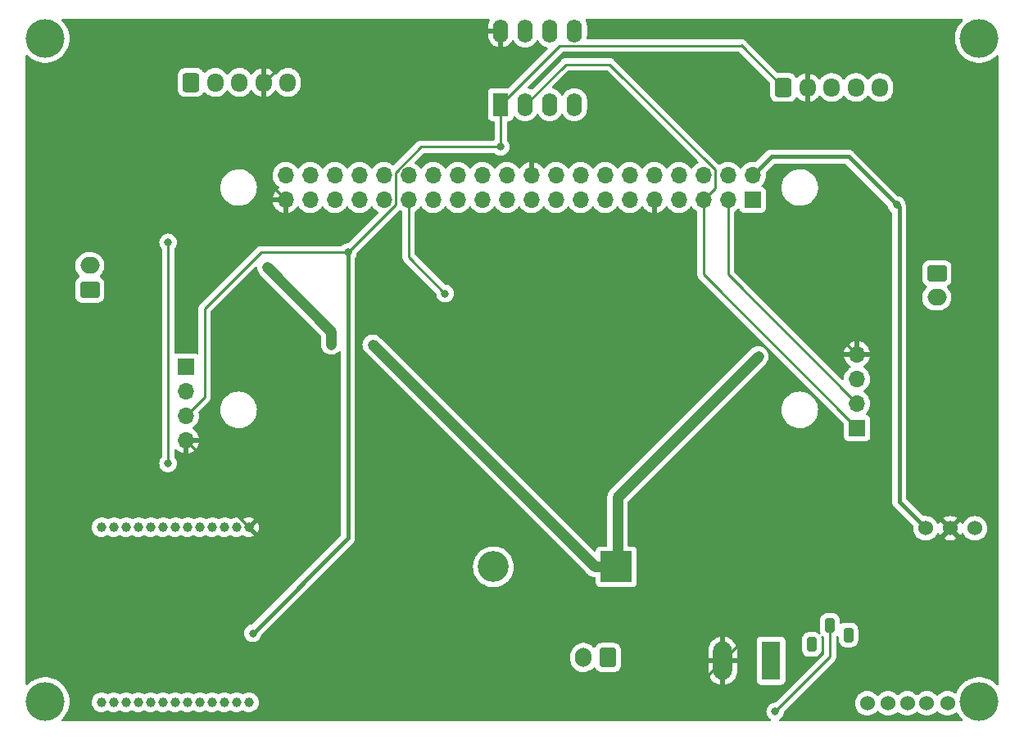
<source format=gbl>
%TF.GenerationSoftware,KiCad,Pcbnew,(6.0.6)*%
%TF.CreationDate,2022-07-27T09:36:35+09:00*%
%TF.ProjectId,arliss,61726c69-7373-42e6-9b69-6361645f7063,rev?*%
%TF.SameCoordinates,Original*%
%TF.FileFunction,Copper,L2,Bot*%
%TF.FilePolarity,Positive*%
%FSLAX46Y46*%
G04 Gerber Fmt 4.6, Leading zero omitted, Abs format (unit mm)*
G04 Created by KiCad (PCBNEW (6.0.6)) date 2022-07-27 09:36:35*
%MOMM*%
%LPD*%
G01*
G04 APERTURE LIST*
G04 Aperture macros list*
%AMRoundRect*
0 Rectangle with rounded corners*
0 $1 Rounding radius*
0 $2 $3 $4 $5 $6 $7 $8 $9 X,Y pos of 4 corners*
0 Add a 4 corners polygon primitive as box body*
4,1,4,$2,$3,$4,$5,$6,$7,$8,$9,$2,$3,0*
0 Add four circle primitives for the rounded corners*
1,1,$1+$1,$2,$3*
1,1,$1+$1,$4,$5*
1,1,$1+$1,$6,$7*
1,1,$1+$1,$8,$9*
0 Add four rect primitives between the rounded corners*
20,1,$1+$1,$2,$3,$4,$5,0*
20,1,$1+$1,$4,$5,$6,$7,0*
20,1,$1+$1,$6,$7,$8,$9,0*
20,1,$1+$1,$8,$9,$2,$3,0*%
G04 Aperture macros list end*
%TA.AperFunction,ComponentPad*%
%ADD10C,1.524000*%
%TD*%
%TA.AperFunction,ComponentPad*%
%ADD11O,1.700000X1.700000*%
%TD*%
%TA.AperFunction,ComponentPad*%
%ADD12R,1.700000X1.700000*%
%TD*%
%TA.AperFunction,ComponentPad*%
%ADD13RoundRect,0.250000X0.250000X0.512000X-0.250000X0.512000X-0.250000X-0.512000X0.250000X-0.512000X0*%
%TD*%
%TA.AperFunction,ComponentPad*%
%ADD14C,1.000000*%
%TD*%
%TA.AperFunction,ComponentPad*%
%ADD15R,1.600000X2.400000*%
%TD*%
%TA.AperFunction,ComponentPad*%
%ADD16O,1.600000X2.400000*%
%TD*%
%TA.AperFunction,ComponentPad*%
%ADD17C,4.000000*%
%TD*%
%TA.AperFunction,ComponentPad*%
%ADD18RoundRect,0.250000X-0.600000X-0.725000X0.600000X-0.725000X0.600000X0.725000X-0.600000X0.725000X0*%
%TD*%
%TA.AperFunction,ComponentPad*%
%ADD19O,1.700000X1.950000*%
%TD*%
%TA.AperFunction,ComponentPad*%
%ADD20O,3.200000X3.200000*%
%TD*%
%TA.AperFunction,ComponentPad*%
%ADD21R,3.200000X3.200000*%
%TD*%
%TA.AperFunction,ComponentPad*%
%ADD22O,2.000000X1.700000*%
%TD*%
%TA.AperFunction,ComponentPad*%
%ADD23RoundRect,0.250000X-0.750000X0.600000X-0.750000X-0.600000X0.750000X-0.600000X0.750000X0.600000X0*%
%TD*%
%TA.AperFunction,ComponentPad*%
%ADD24RoundRect,0.250000X0.750000X-0.600000X0.750000X0.600000X-0.750000X0.600000X-0.750000X-0.600000X0*%
%TD*%
%TA.AperFunction,ComponentPad*%
%ADD25O,1.700000X2.000000*%
%TD*%
%TA.AperFunction,ComponentPad*%
%ADD26RoundRect,0.250000X0.600000X0.750000X-0.600000X0.750000X-0.600000X-0.750000X0.600000X-0.750000X0*%
%TD*%
%TA.AperFunction,ComponentPad*%
%ADD27O,1.980000X3.960000*%
%TD*%
%TA.AperFunction,ComponentPad*%
%ADD28R,1.980000X3.960000*%
%TD*%
%TA.AperFunction,ViaPad*%
%ADD29C,0.800000*%
%TD*%
%TA.AperFunction,Conductor*%
%ADD30C,0.250000*%
%TD*%
%TA.AperFunction,Conductor*%
%ADD31C,0.450000*%
%TD*%
%TA.AperFunction,Conductor*%
%ADD32C,1.100000*%
%TD*%
G04 APERTURE END LIST*
D10*
%TO.P,5VConv1,3,+VOUT*%
%TO.N,RasPi_Vcc*%
X169735000Y-104000000D03*
%TO.P,5VConv1,2,GND*%
%TO.N,Raspi_GND*%
X172275000Y-104000000D03*
%TO.P,5VConv1,1,+VIN*%
%TO.N,Net-(5VConv1-Pad1)*%
X174815000Y-104000000D03*
%TD*%
D11*
%TO.P,uart-i2c2,4,Pin_4*%
%TO.N,Raspi_GND*%
X93270000Y-94900000D03*
%TO.P,uart-i2c2,3,Pin_3*%
%TO.N,Sensor_Vcc*%
X93270000Y-92360000D03*
%TO.P,uart-i2c2,2,Pin_2*%
%TO.N,/UART_Tx*%
X93270000Y-89820000D03*
D12*
%TO.P,uart-i2c2,1,Pin_1*%
%TO.N,/UART_Rx*%
X93270000Y-87280000D03*
%TD*%
D11*
%TO.P,uart-i2c1,4,Pin_4*%
%TO.N,Raspi_GND*%
X162640000Y-86010000D03*
%TO.P,uart-i2c1,3,Pin_3*%
%TO.N,Sensor_Vcc*%
X162640000Y-88550000D03*
%TO.P,uart-i2c1,2,Pin_2*%
%TO.N,/SDA*%
X162640000Y-91090000D03*
D12*
%TO.P,uart-i2c1,1,Pin_1*%
%TO.N,/SCL*%
X162640000Y-93630000D03*
%TD*%
D13*
%TO.P,release_detect1,3*%
%TO.N,N/C*%
X161750000Y-115025000D03*
%TO.P,release_detect1,2,Pin_2*%
%TO.N,Net-(5VConv1-Pad1)*%
X159850000Y-114025000D03*
%TO.P,release_detect1,1,Pin_1*%
%TO.N,/ToMotor*%
X157950000Y-116025000D03*
%TD*%
D12*
%TO.P,J1,1,3V3*%
%TO.N,unconnected-(J1-Pad1)*%
X151855000Y-70025000D03*
D11*
%TO.P,J1,2,5V*%
%TO.N,RasPi_Vcc*%
X151855000Y-67485000D03*
%TO.P,J1,3,SDA/GPIO2*%
%TO.N,/SDA*%
X149315000Y-70025000D03*
%TO.P,J1,4,5V*%
%TO.N,unconnected-(J1-Pad4)*%
X149315000Y-67485000D03*
%TO.P,J1,5,SCL/GPIO3*%
%TO.N,/SCL*%
X146775000Y-70025000D03*
%TO.P,J1,6,GND*%
%TO.N,Raspi_GND*%
X146775000Y-67485000D03*
%TO.P,J1,7,GCLK0/GPIO4*%
%TO.N,unconnected-(J1-Pad7)*%
X144235000Y-70025000D03*
%TO.P,J1,8,GPIO14/TXD*%
%TO.N,Net-(GPS_MAXB1-Pad3)*%
X144235000Y-67485000D03*
%TO.P,J1,9,GND*%
%TO.N,Raspi_GND*%
X141695000Y-70025000D03*
%TO.P,J1,10,GPIO15/RXD*%
%TO.N,Net-(GPS_MAXB1-Pad2)*%
X141695000Y-67485000D03*
%TO.P,J1,11,GPIO17*%
%TO.N,unconnected-(J1-Pad11)*%
X139155000Y-70025000D03*
%TO.P,J1,12,GPIO18/PWM0*%
%TO.N,Net-(GPS_MAXB1-Pad1)*%
X139155000Y-67485000D03*
%TO.P,J1,13,GPIO27*%
%TO.N,unconnected-(J1-Pad13)*%
X136615000Y-70025000D03*
%TO.P,J1,14,GND*%
%TO.N,unconnected-(J1-Pad14)*%
X136615000Y-67485000D03*
%TO.P,J1,15,GPIO22*%
%TO.N,unconnected-(J1-Pad15)*%
X134075000Y-70025000D03*
%TO.P,J1,16,GPIO23*%
%TO.N,Net-(J1-Pad16)*%
X134075000Y-67485000D03*
%TO.P,J1,17,3V3*%
%TO.N,unconnected-(J1-Pad17)*%
X131535000Y-70025000D03*
%TO.P,J1,18,GPIO24*%
%TO.N,Net-(J1-Pad18)*%
X131535000Y-67485000D03*
%TO.P,J1,19,MOSI0/GPIO10*%
%TO.N,unconnected-(J1-Pad19)*%
X128995000Y-70025000D03*
%TO.P,J1,20,GND*%
%TO.N,Raspi_GND*%
X128995000Y-67485000D03*
%TO.P,J1,21,MISO0/GPIO9*%
%TO.N,unconnected-(J1-Pad21)*%
X126455000Y-70025000D03*
%TO.P,J1,22,GPIO25*%
%TO.N,Net-(J1-Pad22)*%
X126455000Y-67485000D03*
%TO.P,J1,23,SCLK0/GPIO11*%
%TO.N,unconnected-(J1-Pad23)*%
X123915000Y-70025000D03*
%TO.P,J1,24,~{CE0}/GPIO8*%
%TO.N,Net-(J1-Pad24)*%
X123915000Y-67485000D03*
%TO.P,J1,25,GND*%
%TO.N,unconnected-(J1-Pad25)*%
X121375000Y-70025000D03*
%TO.P,J1,26,~{CE1}/GPIO7*%
%TO.N,unconnected-(J1-Pad26)*%
X121375000Y-67485000D03*
%TO.P,J1,27,ID_SD/GPIO0*%
%TO.N,unconnected-(J1-Pad27)*%
X118835000Y-70025000D03*
%TO.P,J1,28,ID_SC/GPIO1*%
%TO.N,unconnected-(J1-Pad28)*%
X118835000Y-67485000D03*
%TO.P,J1,29,GCLK1/GPIO5*%
%TO.N,Net-(J1-Pad29)*%
X116295000Y-70025000D03*
%TO.P,J1,30,GND*%
%TO.N,Raspi_GND*%
X116295000Y-67485000D03*
%TO.P,J1,31,GCLK2/GPIO6*%
%TO.N,unconnected-(J1-Pad31)*%
X113755000Y-70025000D03*
%TO.P,J1,32,PWM0/GPIO12*%
%TO.N,Net-(J1-Pad32)*%
X113755000Y-67485000D03*
%TO.P,J1,33,PWM1/GPIO13*%
%TO.N,Net-(J1-Pad33)*%
X111215000Y-70025000D03*
%TO.P,J1,34,GND*%
%TO.N,unconnected-(J1-Pad34)*%
X111215000Y-67485000D03*
%TO.P,J1,35,GPIO19/MISO1*%
%TO.N,unconnected-(J1-Pad35)*%
X108675000Y-70025000D03*
%TO.P,J1,36,GPIO16*%
%TO.N,unconnected-(J1-Pad36)*%
X108675000Y-67485000D03*
%TO.P,J1,37,GPIO26*%
%TO.N,unconnected-(J1-Pad37)*%
X106135000Y-70025000D03*
%TO.P,J1,38,GPIO20/MOSI1*%
%TO.N,unconnected-(J1-Pad38)*%
X106135000Y-67485000D03*
%TO.P,J1,39,GND*%
%TO.N,Raspi_GND*%
X103595000Y-70025000D03*
%TO.P,J1,40,GPIO21/SCLK1*%
%TO.N,unconnected-(J1-Pad40)*%
X103595000Y-67485000D03*
%TD*%
D14*
%TO.P,com1,26,Pin_26*%
%TO.N,unconnected-(com1-Pad26)*%
X99790000Y-122000000D03*
%TO.P,com1,25,Pin_25*%
%TO.N,/UART_Rx*%
X98520000Y-122000000D03*
%TO.P,com1,24,Pin_24*%
%TO.N,unconnected-(com1-Pad24)*%
X97250000Y-122000000D03*
%TO.P,com1,23,Pin_23*%
%TO.N,unconnected-(com1-Pad23)*%
X95980000Y-122000000D03*
%TO.P,com1,22,Pin_22*%
%TO.N,unconnected-(com1-Pad22)*%
X94710000Y-122000000D03*
%TO.P,com1,21,Pin_21*%
%TO.N,unconnected-(com1-Pad21)*%
X93440000Y-122000000D03*
%TO.P,com1,20,Pin_20*%
%TO.N,unconnected-(com1-Pad20)*%
X92170000Y-122000000D03*
%TO.P,com1,19,Pin_19*%
%TO.N,unconnected-(com1-Pad19)*%
X90900000Y-122000000D03*
%TO.P,com1,18,Pin_18*%
%TO.N,unconnected-(com1-Pad18)*%
X89630000Y-122000000D03*
%TO.P,com1,17,Pin_17*%
%TO.N,unconnected-(com1-Pad17)*%
X88360000Y-122000000D03*
%TO.P,com1,16,Pin_16*%
%TO.N,unconnected-(com1-Pad16)*%
X87090000Y-122000000D03*
%TO.P,com1,15,Pin_15*%
%TO.N,Sensor_Vcc*%
X85820000Y-122000000D03*
%TO.P,com1,14,Pin_14*%
%TO.N,unconnected-(com1-Pad14)*%
X84550000Y-122000000D03*
%TO.P,com1,13,Pin_13*%
%TO.N,/UART_Tx*%
X84550000Y-103900000D03*
%TO.P,com1,12,Pin_12*%
%TO.N,unconnected-(com1-Pad12)*%
X85820000Y-103900000D03*
%TO.P,com1,11,Pin_11*%
%TO.N,unconnected-(com1-Pad11)*%
X87090000Y-103900000D03*
%TO.P,com1,10,Pin_10*%
%TO.N,unconnected-(com1-Pad10)*%
X88360000Y-103900000D03*
%TO.P,com1,9,Pin_9*%
%TO.N,Net-(Rcom2-Pad2)*%
X89630000Y-103900000D03*
%TO.P,com1,8,Pin_8*%
%TO.N,unconnected-(com1-Pad8)*%
X90900000Y-103900000D03*
%TO.P,com1,7,Pin_7*%
%TO.N,unconnected-(com1-Pad7)*%
X92170000Y-103900000D03*
%TO.P,com1,6,Pin_6*%
%TO.N,unconnected-(com1-Pad6)*%
X93440000Y-103900000D03*
%TO.P,com1,5,Pin_5*%
%TO.N,unconnected-(com1-Pad5)*%
X94710000Y-103900000D03*
%TO.P,com1,4,Pin_4*%
%TO.N,unconnected-(com1-Pad4)*%
X95980000Y-103900000D03*
%TO.P,com1,3,Pin_3*%
%TO.N,unconnected-(com1-Pad3)*%
X97250000Y-103900000D03*
%TO.P,com1,2,Pin_2*%
%TO.N,Net-(RST_SW1-PadA1)*%
X98520000Y-103900000D03*
%TO.P,com1,1,Pin_1*%
%TO.N,Raspi_GND*%
X99790000Y-103900000D03*
%TD*%
D15*
%TO.P,Balom1,1,Pin_1*%
%TO.N,Sensor_Vcc*%
X125810000Y-60185000D03*
D16*
%TO.P,Balom1,2,Pin_2*%
%TO.N,/SCL*%
X128350000Y-60185000D03*
%TO.P,Balom1,3,Pin_3*%
%TO.N,/SDA*%
X130890000Y-60185000D03*
%TO.P,Balom1,4,Pin_4*%
%TO.N,unconnected-(Balom1-Pad4)*%
X133430000Y-60185000D03*
%TO.P,Balom1,5,Pin_5*%
%TO.N,unconnected-(Balom1-Pad5)*%
X133430000Y-52565000D03*
%TO.P,Balom1,6,Pin_6*%
%TO.N,unconnected-(Balom1-Pad6)*%
X130890000Y-52565000D03*
%TO.P,Balom1,7,Pin_7*%
%TO.N,unconnected-(Balom1-Pad7)*%
X128350000Y-52565000D03*
%TO.P,Balom1,8,Pin_8*%
%TO.N,Raspi_GND*%
X125810000Y-52565000D03*
%TD*%
D17*
%TO.P,REF\u002A\u002A,1*%
%TO.N,N/C*%
X78740000Y-53340000D03*
%TD*%
D18*
%TO.P,GPS_MAXB1,1,Pin_1*%
%TO.N,Net-(GPS_MAXB1-Pad1)*%
X93800000Y-57882500D03*
D19*
%TO.P,GPS_MAXB1,2,Pin_2*%
%TO.N,Net-(GPS_MAXB1-Pad2)*%
X96300000Y-57882500D03*
%TO.P,GPS_MAXB1,3,Pin_3*%
%TO.N,Net-(GPS_MAXB1-Pad3)*%
X98800000Y-57882500D03*
%TO.P,GPS_MAXB1,4,Pin_4*%
%TO.N,Raspi_GND*%
X101300000Y-57882500D03*
%TO.P,GPS_MAXB1,5,Pin_5*%
%TO.N,/ToMotor*%
X103800000Y-57882500D03*
%TD*%
D20*
%TO.P,stranger1,2,A*%
%TO.N,Net-(MOSFET1-Pad2)*%
X125060000Y-107990000D03*
D21*
%TO.P,stranger1,1,K*%
%TO.N,/ToMotor*%
X137760000Y-107990000D03*
%TD*%
D22*
%TO.P,Motor_L1,2,Pin_2*%
%TO.N,Net-(MT_dr_L1-Pad6)*%
X170887500Y-80120000D03*
D23*
%TO.P,Motor_L1,1,Pin_1*%
%TO.N,Net-(MT_dr_L1-Pad8)*%
X170887500Y-77620000D03*
%TD*%
D10*
%TO.P,S1,23*%
%TO.N,N/C*%
X172000000Y-122100000D03*
%TO.P,S1,22*%
X169850000Y-122100000D03*
%TO.P,S1,21*%
X163700000Y-122100000D03*
%TO.P,S1,20*%
%TO.N,/ToMotor*%
X165850000Y-122100000D03*
%TO.P,S1,18*%
%TO.N,Net-(5VConv1-Pad1)*%
X167850000Y-122100000D03*
%TD*%
D22*
%TO.P,Motor_R1,2,Pin_2*%
%TO.N,Net-(MT_dr_R1-Pad6)*%
X83338500Y-76820400D03*
D24*
%TO.P,Motor_R1,1,Pin_1*%
%TO.N,Net-(MT_dr_R1-Pad8)*%
X83338500Y-79320400D03*
%TD*%
D25*
%TO.P,NiCr_Wire1,2,Pin_2*%
%TO.N,Net-(MOSFET1-Pad2)*%
X134375000Y-117367500D03*
D26*
%TO.P,NiCr_Wire1,1,Pin_1*%
%TO.N,/ToMotor*%
X136875000Y-117367500D03*
%TD*%
D19*
%TO.P,9axis1,5,Pin_5*%
%TO.N,unconnected-(9axis1-Pad5)*%
X165020000Y-58412500D03*
%TO.P,9axis1,4,Pin_4*%
%TO.N,/SCL*%
X162520000Y-58412500D03*
%TO.P,9axis1,3,Pin_3*%
%TO.N,/SDA*%
X160020000Y-58412500D03*
%TO.P,9axis1,2,Pin_2*%
%TO.N,Raspi_GND*%
X157520000Y-58412500D03*
D18*
%TO.P,9axis1,1,Pin_1*%
%TO.N,Sensor_Vcc*%
X155020000Y-58412500D03*
%TD*%
D17*
%TO.P,REF\u002A\u002A,1*%
%TO.N,N/C*%
X78740000Y-121920000D03*
%TD*%
%TO.P,REF\u002A\u002A,1*%
%TO.N,N/C*%
X175260000Y-53340000D03*
%TD*%
D27*
%TO.P,J2,2,Pin_2*%
%TO.N,Raspi_GND*%
X148765000Y-117700000D03*
D28*
%TO.P,J2,1,Pin_1*%
%TO.N,/ToMotor*%
X153765000Y-117700000D03*
%TD*%
D17*
%TO.P,REF\u002A\u002A,1*%
%TO.N,N/C*%
X175260000Y-121920000D03*
%TD*%
D29*
%TO.N,Raspi_GND*%
X108570000Y-92330000D03*
X93240000Y-64270000D03*
X118940000Y-116010000D03*
%TO.N,Net-(5VConv1-Pad1)*%
X154180000Y-122950000D03*
%TO.N,Raspi_GND*%
X154890000Y-80700000D03*
%TO.N,/ToMotor*%
X152440000Y-86220000D03*
X108300000Y-84990000D03*
X101690000Y-77000000D03*
X112590000Y-85010000D03*
%TO.N,Raspi_GND*%
X96950000Y-83660000D03*
X99640000Y-81650000D03*
%TO.N,Sensor_Vcc*%
X100185000Y-114855000D03*
%TO.N,Net-(RST_SW1-PadA1)*%
X91440000Y-74430000D03*
X91430000Y-97300000D03*
%TO.N,Net-(J1-Pad29)*%
X120060000Y-79720000D03*
%TO.N,RasPi_Vcc*%
X166745000Y-70565000D03*
%TO.N,Sensor_Vcc*%
X110020000Y-75450000D03*
X125790000Y-64550000D03*
%TD*%
D30*
%TO.N,Net-(5VConv1-Pad1)*%
X159850000Y-117280000D02*
X159850000Y-114025000D01*
D31*
%TO.N,Sensor_Vcc*%
X110020000Y-105020000D02*
X110020000Y-75450000D01*
X100185000Y-114855000D02*
X110020000Y-105020000D01*
D30*
%TO.N,Raspi_GND*%
X105620000Y-92330000D02*
X108570000Y-92330000D01*
X96950000Y-83660000D02*
X105620000Y-92330000D01*
D31*
%TO.N,RasPi_Vcc*%
X151855000Y-67485000D02*
X153784748Y-65555252D01*
X161735252Y-65555252D02*
X153784748Y-65555252D01*
X166745000Y-70565000D02*
X161735252Y-65555252D01*
X166990000Y-70810000D02*
X166745000Y-70565000D01*
X166990000Y-101255000D02*
X166990000Y-70810000D01*
X169735000Y-104000000D02*
X166990000Y-101255000D01*
D32*
%TO.N,/ToMotor*%
X108300000Y-83610000D02*
X101690000Y-77000000D01*
X108300000Y-84990000D02*
X108300000Y-83610000D01*
X137900000Y-107970000D02*
X135550000Y-107970000D01*
X135550000Y-107970000D02*
X112590000Y-85010000D01*
X137900000Y-100760000D02*
X152440000Y-86220000D01*
X137900000Y-107970000D02*
X137900000Y-100760000D01*
X137900000Y-104430000D02*
X137900000Y-107970000D01*
X137860000Y-104390000D02*
X137900000Y-104430000D01*
D30*
X137860000Y-104390000D02*
X137860000Y-100800000D01*
X137860000Y-100800000D02*
X152440000Y-86220000D01*
%TO.N,Raspi_GND*%
X168485000Y-107790000D02*
X167800000Y-107790000D01*
X172275000Y-104000000D02*
X168485000Y-107790000D01*
X158675000Y-107790000D02*
X167800000Y-107790000D01*
X148765000Y-117700000D02*
X158675000Y-107790000D01*
X157330000Y-80700000D02*
X154890000Y-80700000D01*
X162640000Y-86010000D02*
X157330000Y-80700000D01*
%TO.N,/SCL*%
X146775000Y-77765000D02*
X162640000Y-93630000D01*
X146775000Y-70025000D02*
X146775000Y-77765000D01*
%TO.N,/SDA*%
X149315000Y-77765000D02*
X149315000Y-70025000D01*
X162640000Y-91090000D02*
X149315000Y-77765000D01*
%TO.N,Raspi_GND*%
X101300000Y-65560000D02*
X94530000Y-65560000D01*
X101300000Y-65560000D02*
X101300000Y-67730000D01*
X94530000Y-65560000D02*
X93240000Y-64270000D01*
X101300000Y-57882500D02*
X101300000Y-65560000D01*
X131890000Y-120750000D02*
X145715000Y-120750000D01*
X145715000Y-120750000D02*
X148765000Y-117700000D01*
X127150000Y-116010000D02*
X131890000Y-120750000D01*
X118940000Y-116010000D02*
X127150000Y-116010000D01*
%TO.N,Net-(5VConv1-Pad1)*%
X154180000Y-122950000D02*
X159850000Y-117280000D01*
%TO.N,Sensor_Vcc*%
X95190000Y-90440000D02*
X93270000Y-92360000D01*
X95190000Y-81320000D02*
X95190000Y-90440000D01*
X101060000Y-75450000D02*
X95190000Y-81320000D01*
X110020000Y-75450000D02*
X101060000Y-75450000D01*
%TO.N,Raspi_GND*%
X96950000Y-83630000D02*
X96950000Y-83660000D01*
X99640000Y-81650000D02*
X98930000Y-81650000D01*
X98930000Y-81650000D02*
X96950000Y-83630000D01*
X95610000Y-97240000D02*
X93270000Y-94900000D01*
X95610000Y-99720000D02*
X95610000Y-97240000D01*
X95610000Y-99720000D02*
X99790000Y-103900000D01*
%TO.N,Net-(RST_SW1-PadA1)*%
X91430000Y-74440000D02*
X91440000Y-74430000D01*
X91430000Y-97300000D02*
X91430000Y-74440000D01*
%TO.N,Net-(J1-Pad29)*%
X116295000Y-75955000D02*
X116295000Y-70025000D01*
X120060000Y-79720000D02*
X116295000Y-75955000D01*
%TO.N,Sensor_Vcc*%
X155020000Y-58380000D02*
X150690000Y-54050000D01*
X150690000Y-54050000D02*
X150650000Y-54090000D01*
X150650000Y-54090000D02*
X131905000Y-54090000D01*
X155020000Y-58412500D02*
X155020000Y-58380000D01*
X131905000Y-54090000D02*
X125810000Y-60185000D01*
X110030000Y-75450000D02*
X110020000Y-75450000D01*
X114930000Y-70550000D02*
X110030000Y-75450000D01*
X114930000Y-67188299D02*
X114930000Y-70550000D01*
X117568299Y-64550000D02*
X114930000Y-67188299D01*
X125790000Y-64550000D02*
X117568299Y-64550000D01*
X125810000Y-64530000D02*
X125810000Y-60185000D01*
X125790000Y-64550000D02*
X125810000Y-64530000D01*
%TO.N,Raspi_GND*%
X106617500Y-52565000D02*
X101300000Y-57882500D01*
X125810000Y-52565000D02*
X106617500Y-52565000D01*
%TO.N,/SCL*%
X147950000Y-68850000D02*
X146775000Y-70025000D01*
X147950000Y-66890000D02*
X147950000Y-68850000D01*
X132525000Y-56010000D02*
X137070000Y-56010000D01*
X137070000Y-56010000D02*
X147950000Y-66890000D01*
X128350000Y-60185000D02*
X132525000Y-56010000D01*
%TO.N,Raspi_GND*%
X101300000Y-67730000D02*
X103595000Y-70025000D01*
%TD*%
%TA.AperFunction,Conductor*%
%TO.N,Raspi_GND*%
G36*
X124639032Y-51328502D02*
G01*
X124685525Y-51382158D01*
X124695629Y-51452432D01*
X124677426Y-51498428D01*
X124678818Y-51499232D01*
X124670586Y-51513489D01*
X124578510Y-51710947D01*
X124574764Y-51721239D01*
X124518375Y-51931688D01*
X124516472Y-51942481D01*
X124502238Y-52105170D01*
X124502000Y-52110635D01*
X124502000Y-52292885D01*
X124506475Y-52308124D01*
X124507865Y-52309329D01*
X124515548Y-52311000D01*
X125938000Y-52311000D01*
X126006121Y-52331002D01*
X126052614Y-52384658D01*
X126064000Y-52437000D01*
X126064000Y-54232967D01*
X126067973Y-54246498D01*
X126076522Y-54247727D01*
X126253761Y-54200236D01*
X126264053Y-54196490D01*
X126461511Y-54104414D01*
X126471007Y-54098931D01*
X126649467Y-53973972D01*
X126657875Y-53966916D01*
X126811916Y-53812875D01*
X126818972Y-53804467D01*
X126943931Y-53626007D01*
X126949414Y-53616511D01*
X126965529Y-53581951D01*
X127012446Y-53528666D01*
X127080723Y-53509205D01*
X127148683Y-53529747D01*
X127193919Y-53581951D01*
X127210151Y-53616762D01*
X127210154Y-53616767D01*
X127212477Y-53621749D01*
X127343802Y-53809300D01*
X127505700Y-53971198D01*
X127510208Y-53974355D01*
X127510211Y-53974357D01*
X127588389Y-54029098D01*
X127693251Y-54102523D01*
X127698233Y-54104846D01*
X127698238Y-54104849D01*
X127894765Y-54196490D01*
X127900757Y-54199284D01*
X127906065Y-54200706D01*
X127906067Y-54200707D01*
X128116598Y-54257119D01*
X128116600Y-54257119D01*
X128121913Y-54258543D01*
X128350000Y-54278498D01*
X128578087Y-54258543D01*
X128583400Y-54257119D01*
X128583402Y-54257119D01*
X128793933Y-54200707D01*
X128793935Y-54200706D01*
X128799243Y-54199284D01*
X128805235Y-54196490D01*
X129001762Y-54104849D01*
X129001767Y-54104846D01*
X129006749Y-54102523D01*
X129111611Y-54029098D01*
X129189789Y-53974357D01*
X129189792Y-53974355D01*
X129194300Y-53971198D01*
X129356198Y-53809300D01*
X129487523Y-53621749D01*
X129489846Y-53616767D01*
X129489849Y-53616762D01*
X129505805Y-53582543D01*
X129552722Y-53529258D01*
X129620999Y-53509797D01*
X129688959Y-53530339D01*
X129734195Y-53582543D01*
X129750151Y-53616762D01*
X129750154Y-53616767D01*
X129752477Y-53621749D01*
X129883802Y-53809300D01*
X130045700Y-53971198D01*
X130050208Y-53974355D01*
X130050211Y-53974357D01*
X130128389Y-54029098D01*
X130233251Y-54102523D01*
X130238233Y-54104846D01*
X130238238Y-54104849D01*
X130434765Y-54196490D01*
X130440757Y-54199284D01*
X130446064Y-54200706D01*
X130592001Y-54239810D01*
X130652623Y-54276762D01*
X130683645Y-54340623D01*
X130675216Y-54411117D01*
X130648484Y-54450612D01*
X128648597Y-56450498D01*
X126659500Y-58439595D01*
X126597188Y-58473621D01*
X126570405Y-58476500D01*
X124961866Y-58476500D01*
X124899684Y-58483255D01*
X124763295Y-58534385D01*
X124646739Y-58621739D01*
X124559385Y-58738295D01*
X124508255Y-58874684D01*
X124501500Y-58936866D01*
X124501500Y-61433134D01*
X124508255Y-61495316D01*
X124559385Y-61631705D01*
X124646739Y-61748261D01*
X124763295Y-61835615D01*
X124899684Y-61886745D01*
X124961866Y-61893500D01*
X125050500Y-61893500D01*
X125118621Y-61913502D01*
X125165114Y-61967158D01*
X125176500Y-62019500D01*
X125176500Y-63790500D01*
X125156498Y-63858621D01*
X125102842Y-63905114D01*
X125050500Y-63916500D01*
X117647066Y-63916500D01*
X117635883Y-63915973D01*
X117628390Y-63914298D01*
X117620464Y-63914547D01*
X117620463Y-63914547D01*
X117560313Y-63916438D01*
X117556354Y-63916500D01*
X117528443Y-63916500D01*
X117524509Y-63916997D01*
X117524508Y-63916997D01*
X117524443Y-63917005D01*
X117512606Y-63917938D01*
X117480789Y-63918938D01*
X117476328Y-63919078D01*
X117468409Y-63919327D01*
X117450753Y-63924456D01*
X117448957Y-63924978D01*
X117429605Y-63928986D01*
X117422534Y-63929880D01*
X117409502Y-63931526D01*
X117402133Y-63934443D01*
X117402131Y-63934444D01*
X117368396Y-63947800D01*
X117357168Y-63951645D01*
X117314706Y-63963982D01*
X117307884Y-63968016D01*
X117307878Y-63968019D01*
X117297267Y-63974294D01*
X117279517Y-63982990D01*
X117268055Y-63987528D01*
X117268050Y-63987531D01*
X117260682Y-63990448D01*
X117254267Y-63995109D01*
X117224924Y-64016427D01*
X117215006Y-64022943D01*
X117196318Y-64033995D01*
X117176936Y-64045458D01*
X117162612Y-64059782D01*
X117147580Y-64072621D01*
X117131192Y-64084528D01*
X117103011Y-64118593D01*
X117095021Y-64127373D01*
X114791666Y-66430728D01*
X114729354Y-66464754D01*
X114658539Y-66459689D01*
X114624483Y-66440518D01*
X114509359Y-66349598D01*
X114473028Y-66329542D01*
X114435370Y-66308754D01*
X114313789Y-66241638D01*
X114308920Y-66239914D01*
X114308916Y-66239912D01*
X114108087Y-66168795D01*
X114108083Y-66168794D01*
X114103212Y-66167069D01*
X114098119Y-66166162D01*
X114098116Y-66166161D01*
X113888373Y-66128800D01*
X113888367Y-66128799D01*
X113883284Y-66127894D01*
X113809452Y-66126992D01*
X113665081Y-66125228D01*
X113665079Y-66125228D01*
X113659911Y-66125165D01*
X113439091Y-66158955D01*
X113226756Y-66228357D01*
X113028607Y-66331507D01*
X113024474Y-66334610D01*
X113024471Y-66334612D01*
X112857884Y-66459689D01*
X112849965Y-66465635D01*
X112695629Y-66627138D01*
X112588201Y-66784621D01*
X112533293Y-66829621D01*
X112462768Y-66837792D01*
X112399021Y-66806538D01*
X112378324Y-66782054D01*
X112297822Y-66657617D01*
X112297820Y-66657614D01*
X112295014Y-66653277D01*
X112144670Y-66488051D01*
X112140619Y-66484852D01*
X112140615Y-66484848D01*
X111973414Y-66352800D01*
X111973408Y-66352796D01*
X111969359Y-66349598D01*
X111933028Y-66329542D01*
X111895370Y-66308754D01*
X111773789Y-66241638D01*
X111768920Y-66239914D01*
X111768916Y-66239912D01*
X111568087Y-66168795D01*
X111568083Y-66168794D01*
X111563212Y-66167069D01*
X111558119Y-66166162D01*
X111558116Y-66166161D01*
X111348373Y-66128800D01*
X111348367Y-66128799D01*
X111343284Y-66127894D01*
X111269452Y-66126992D01*
X111125081Y-66125228D01*
X111125079Y-66125228D01*
X111119911Y-66125165D01*
X110899091Y-66158955D01*
X110686756Y-66228357D01*
X110488607Y-66331507D01*
X110484474Y-66334610D01*
X110484471Y-66334612D01*
X110317884Y-66459689D01*
X110309965Y-66465635D01*
X110155629Y-66627138D01*
X110048201Y-66784621D01*
X109993293Y-66829621D01*
X109922768Y-66837792D01*
X109859021Y-66806538D01*
X109838324Y-66782054D01*
X109757822Y-66657617D01*
X109757820Y-66657614D01*
X109755014Y-66653277D01*
X109604670Y-66488051D01*
X109600619Y-66484852D01*
X109600615Y-66484848D01*
X109433414Y-66352800D01*
X109433408Y-66352796D01*
X109429359Y-66349598D01*
X109393028Y-66329542D01*
X109355370Y-66308754D01*
X109233789Y-66241638D01*
X109228920Y-66239914D01*
X109228916Y-66239912D01*
X109028087Y-66168795D01*
X109028083Y-66168794D01*
X109023212Y-66167069D01*
X109018119Y-66166162D01*
X109018116Y-66166161D01*
X108808373Y-66128800D01*
X108808367Y-66128799D01*
X108803284Y-66127894D01*
X108729452Y-66126992D01*
X108585081Y-66125228D01*
X108585079Y-66125228D01*
X108579911Y-66125165D01*
X108359091Y-66158955D01*
X108146756Y-66228357D01*
X107948607Y-66331507D01*
X107944474Y-66334610D01*
X107944471Y-66334612D01*
X107777884Y-66459689D01*
X107769965Y-66465635D01*
X107615629Y-66627138D01*
X107508201Y-66784621D01*
X107453293Y-66829621D01*
X107382768Y-66837792D01*
X107319021Y-66806538D01*
X107298324Y-66782054D01*
X107217822Y-66657617D01*
X107217820Y-66657614D01*
X107215014Y-66653277D01*
X107064670Y-66488051D01*
X107060619Y-66484852D01*
X107060615Y-66484848D01*
X106893414Y-66352800D01*
X106893408Y-66352796D01*
X106889359Y-66349598D01*
X106853028Y-66329542D01*
X106815370Y-66308754D01*
X106693789Y-66241638D01*
X106688920Y-66239914D01*
X106688916Y-66239912D01*
X106488087Y-66168795D01*
X106488083Y-66168794D01*
X106483212Y-66167069D01*
X106478119Y-66166162D01*
X106478116Y-66166161D01*
X106268373Y-66128800D01*
X106268367Y-66128799D01*
X106263284Y-66127894D01*
X106189452Y-66126992D01*
X106045081Y-66125228D01*
X106045079Y-66125228D01*
X106039911Y-66125165D01*
X105819091Y-66158955D01*
X105606756Y-66228357D01*
X105408607Y-66331507D01*
X105404474Y-66334610D01*
X105404471Y-66334612D01*
X105237884Y-66459689D01*
X105229965Y-66465635D01*
X105075629Y-66627138D01*
X104968201Y-66784621D01*
X104913293Y-66829621D01*
X104842768Y-66837792D01*
X104779021Y-66806538D01*
X104758324Y-66782054D01*
X104677822Y-66657617D01*
X104677820Y-66657614D01*
X104675014Y-66653277D01*
X104524670Y-66488051D01*
X104520619Y-66484852D01*
X104520615Y-66484848D01*
X104353414Y-66352800D01*
X104353408Y-66352796D01*
X104349359Y-66349598D01*
X104313028Y-66329542D01*
X104275370Y-66308754D01*
X104153789Y-66241638D01*
X104148920Y-66239914D01*
X104148916Y-66239912D01*
X103948087Y-66168795D01*
X103948083Y-66168794D01*
X103943212Y-66167069D01*
X103938119Y-66166162D01*
X103938116Y-66166161D01*
X103728373Y-66128800D01*
X103728367Y-66128799D01*
X103723284Y-66127894D01*
X103649452Y-66126992D01*
X103505081Y-66125228D01*
X103505079Y-66125228D01*
X103499911Y-66125165D01*
X103279091Y-66158955D01*
X103066756Y-66228357D01*
X102868607Y-66331507D01*
X102864474Y-66334610D01*
X102864471Y-66334612D01*
X102697884Y-66459689D01*
X102689965Y-66465635D01*
X102535629Y-66627138D01*
X102409743Y-66811680D01*
X102315688Y-67014305D01*
X102255989Y-67229570D01*
X102232251Y-67451695D01*
X102232548Y-67456848D01*
X102232548Y-67456851D01*
X102238011Y-67551590D01*
X102245110Y-67674715D01*
X102246247Y-67679761D01*
X102246248Y-67679767D01*
X102263659Y-67757024D01*
X102294222Y-67892639D01*
X102378266Y-68099616D01*
X102421590Y-68170315D01*
X102492291Y-68285688D01*
X102494987Y-68290088D01*
X102641250Y-68458938D01*
X102775936Y-68570756D01*
X102796220Y-68587596D01*
X102813126Y-68601632D01*
X102863500Y-68631068D01*
X102886955Y-68644774D01*
X102935679Y-68696412D01*
X102948750Y-68766195D01*
X102922019Y-68831967D01*
X102881562Y-68865327D01*
X102873457Y-68869546D01*
X102864738Y-68875036D01*
X102694433Y-69002905D01*
X102686726Y-69009748D01*
X102539590Y-69163717D01*
X102533104Y-69171727D01*
X102413098Y-69347649D01*
X102408000Y-69356623D01*
X102318338Y-69549783D01*
X102314775Y-69559470D01*
X102259389Y-69759183D01*
X102260912Y-69767607D01*
X102273292Y-69771000D01*
X103723000Y-69771000D01*
X103791121Y-69791002D01*
X103837614Y-69844658D01*
X103849000Y-69897000D01*
X103849000Y-71343517D01*
X103853064Y-71357359D01*
X103866478Y-71359393D01*
X103873184Y-71358534D01*
X103883262Y-71356392D01*
X104087255Y-71295191D01*
X104096842Y-71291433D01*
X104288095Y-71197739D01*
X104296945Y-71192464D01*
X104470328Y-71068792D01*
X104478200Y-71062139D01*
X104629052Y-70911812D01*
X104635730Y-70903965D01*
X104763022Y-70726819D01*
X104764279Y-70727722D01*
X104811373Y-70684362D01*
X104881311Y-70672145D01*
X104946751Y-70699678D01*
X104974579Y-70731511D01*
X104984905Y-70748362D01*
X105034987Y-70830088D01*
X105038367Y-70833990D01*
X105046178Y-70843007D01*
X105181250Y-70998938D01*
X105353126Y-71141632D01*
X105546000Y-71254338D01*
X105754692Y-71334030D01*
X105759760Y-71335061D01*
X105759763Y-71335062D01*
X105854862Y-71354410D01*
X105973597Y-71378567D01*
X105978772Y-71378757D01*
X105978774Y-71378757D01*
X106191673Y-71386564D01*
X106191677Y-71386564D01*
X106196837Y-71386753D01*
X106201957Y-71386097D01*
X106201959Y-71386097D01*
X106413288Y-71359025D01*
X106413289Y-71359025D01*
X106418416Y-71358368D01*
X106423366Y-71356883D01*
X106627429Y-71295661D01*
X106627434Y-71295659D01*
X106632384Y-71294174D01*
X106832994Y-71195896D01*
X107014860Y-71066173D01*
X107018721Y-71062326D01*
X107109124Y-70972238D01*
X107173096Y-70908489D01*
X107225348Y-70835773D01*
X107303453Y-70727077D01*
X107304776Y-70728028D01*
X107351645Y-70684857D01*
X107421580Y-70672625D01*
X107487026Y-70700144D01*
X107514875Y-70731994D01*
X107524905Y-70748362D01*
X107574987Y-70830088D01*
X107578367Y-70833990D01*
X107586178Y-70843007D01*
X107721250Y-70998938D01*
X107893126Y-71141632D01*
X108086000Y-71254338D01*
X108294692Y-71334030D01*
X108299760Y-71335061D01*
X108299763Y-71335062D01*
X108394862Y-71354410D01*
X108513597Y-71378567D01*
X108518772Y-71378757D01*
X108518774Y-71378757D01*
X108731673Y-71386564D01*
X108731677Y-71386564D01*
X108736837Y-71386753D01*
X108741957Y-71386097D01*
X108741959Y-71386097D01*
X108953288Y-71359025D01*
X108953289Y-71359025D01*
X108958416Y-71358368D01*
X108963366Y-71356883D01*
X109167429Y-71295661D01*
X109167434Y-71295659D01*
X109172384Y-71294174D01*
X109372994Y-71195896D01*
X109554860Y-71066173D01*
X109558721Y-71062326D01*
X109649124Y-70972238D01*
X109713096Y-70908489D01*
X109765348Y-70835773D01*
X109843453Y-70727077D01*
X109844776Y-70728028D01*
X109891645Y-70684857D01*
X109961580Y-70672625D01*
X110027026Y-70700144D01*
X110054875Y-70731994D01*
X110064905Y-70748362D01*
X110114987Y-70830088D01*
X110118367Y-70833990D01*
X110126178Y-70843007D01*
X110261250Y-70998938D01*
X110433126Y-71141632D01*
X110626000Y-71254338D01*
X110834692Y-71334030D01*
X110839760Y-71335061D01*
X110839763Y-71335062D01*
X110934862Y-71354410D01*
X111053597Y-71378567D01*
X111058772Y-71378757D01*
X111058774Y-71378757D01*
X111271673Y-71386564D01*
X111271677Y-71386564D01*
X111276837Y-71386753D01*
X111281957Y-71386097D01*
X111281959Y-71386097D01*
X111493288Y-71359025D01*
X111493289Y-71359025D01*
X111498416Y-71358368D01*
X111503366Y-71356883D01*
X111707429Y-71295661D01*
X111707434Y-71295659D01*
X111712384Y-71294174D01*
X111912994Y-71195896D01*
X112094860Y-71066173D01*
X112098721Y-71062326D01*
X112189124Y-70972238D01*
X112253096Y-70908489D01*
X112305348Y-70835773D01*
X112383453Y-70727077D01*
X112384776Y-70728028D01*
X112431645Y-70684857D01*
X112501580Y-70672625D01*
X112567026Y-70700144D01*
X112594875Y-70731994D01*
X112604905Y-70748362D01*
X112654987Y-70830088D01*
X112658367Y-70833990D01*
X112666178Y-70843007D01*
X112801250Y-70998938D01*
X112973126Y-71141632D01*
X113128350Y-71232337D01*
X113177074Y-71283975D01*
X113190145Y-71353758D01*
X113163414Y-71419530D01*
X113153875Y-71430220D01*
X110079500Y-74504595D01*
X110017188Y-74538621D01*
X109990405Y-74541500D01*
X109924513Y-74541500D01*
X109918061Y-74542872D01*
X109918056Y-74542872D01*
X109831112Y-74561353D01*
X109737712Y-74581206D01*
X109731682Y-74583891D01*
X109731681Y-74583891D01*
X109569278Y-74656197D01*
X109569276Y-74656198D01*
X109563248Y-74658882D01*
X109408747Y-74771134D01*
X109404332Y-74776037D01*
X109399420Y-74780460D01*
X109398295Y-74779211D01*
X109344986Y-74812051D01*
X109311800Y-74816500D01*
X101138768Y-74816500D01*
X101127585Y-74815973D01*
X101120092Y-74814298D01*
X101112166Y-74814547D01*
X101112165Y-74814547D01*
X101052002Y-74816438D01*
X101048044Y-74816500D01*
X101020144Y-74816500D01*
X101016154Y-74817004D01*
X101004320Y-74817936D01*
X100960111Y-74819326D01*
X100952495Y-74821539D01*
X100952493Y-74821539D01*
X100940652Y-74824979D01*
X100921293Y-74828988D01*
X100919983Y-74829154D01*
X100901203Y-74831526D01*
X100893837Y-74834442D01*
X100893831Y-74834444D01*
X100860098Y-74847800D01*
X100848868Y-74851645D01*
X100814017Y-74861770D01*
X100806407Y-74863981D01*
X100799584Y-74868016D01*
X100788966Y-74874295D01*
X100771213Y-74882992D01*
X100763568Y-74886019D01*
X100752383Y-74890448D01*
X100745968Y-74895109D01*
X100716612Y-74916437D01*
X100706695Y-74922951D01*
X100668638Y-74945458D01*
X100654317Y-74959779D01*
X100639284Y-74972619D01*
X100622893Y-74984528D01*
X100617842Y-74990634D01*
X100594702Y-75018605D01*
X100586712Y-75027384D01*
X94797747Y-80816348D01*
X94789461Y-80823888D01*
X94782982Y-80828000D01*
X94777557Y-80833777D01*
X94736357Y-80877651D01*
X94733602Y-80880493D01*
X94713865Y-80900230D01*
X94711385Y-80903427D01*
X94703682Y-80912447D01*
X94673414Y-80944679D01*
X94669595Y-80951625D01*
X94669593Y-80951628D01*
X94663652Y-80962434D01*
X94652801Y-80978953D01*
X94640386Y-80994959D01*
X94637241Y-81002228D01*
X94637238Y-81002232D01*
X94622826Y-81035537D01*
X94617609Y-81046187D01*
X94596305Y-81084940D01*
X94594334Y-81092615D01*
X94594334Y-81092616D01*
X94591267Y-81104562D01*
X94584863Y-81123266D01*
X94576819Y-81141855D01*
X94575580Y-81149678D01*
X94575577Y-81149688D01*
X94569901Y-81185524D01*
X94567495Y-81197144D01*
X94556500Y-81239970D01*
X94556500Y-81260224D01*
X94554949Y-81279934D01*
X94551780Y-81299943D01*
X94552526Y-81307835D01*
X94555941Y-81343961D01*
X94556500Y-81355819D01*
X94556500Y-85872115D01*
X94536498Y-85940236D01*
X94482842Y-85986729D01*
X94412568Y-85996833D01*
X94371882Y-85983265D01*
X94366705Y-85979385D01*
X94358304Y-85976236D01*
X94358303Y-85976235D01*
X94262275Y-85940236D01*
X94230316Y-85928255D01*
X94168134Y-85921500D01*
X92371866Y-85921500D01*
X92309684Y-85928255D01*
X92277725Y-85940236D01*
X92233730Y-85956729D01*
X92162922Y-85961912D01*
X92100554Y-85927991D01*
X92066424Y-85865736D01*
X92063500Y-85838747D01*
X92063500Y-75143631D01*
X92083502Y-75075510D01*
X92095864Y-75059320D01*
X92124620Y-75027384D01*
X92132682Y-75018430D01*
X92174621Y-74971852D01*
X92174622Y-74971851D01*
X92179040Y-74966944D01*
X92262990Y-74821539D01*
X92271223Y-74807279D01*
X92271224Y-74807278D01*
X92274527Y-74801556D01*
X92333542Y-74619928D01*
X92353504Y-74430000D01*
X92333542Y-74240072D01*
X92274527Y-74058444D01*
X92179040Y-73893056D01*
X92051253Y-73751134D01*
X91896752Y-73638882D01*
X91890724Y-73636198D01*
X91890722Y-73636197D01*
X91728319Y-73563891D01*
X91728318Y-73563891D01*
X91722288Y-73561206D01*
X91628887Y-73541353D01*
X91541944Y-73522872D01*
X91541939Y-73522872D01*
X91535487Y-73521500D01*
X91344513Y-73521500D01*
X91338061Y-73522872D01*
X91338056Y-73522872D01*
X91251113Y-73541353D01*
X91157712Y-73561206D01*
X91151682Y-73563891D01*
X91151681Y-73563891D01*
X90989278Y-73636197D01*
X90989276Y-73636198D01*
X90983248Y-73638882D01*
X90828747Y-73751134D01*
X90700960Y-73893056D01*
X90605473Y-74058444D01*
X90546458Y-74240072D01*
X90526496Y-74430000D01*
X90546458Y-74619928D01*
X90605473Y-74801556D01*
X90608776Y-74807278D01*
X90608777Y-74807279D01*
X90617010Y-74821539D01*
X90700960Y-74966944D01*
X90705378Y-74971851D01*
X90705379Y-74971852D01*
X90764136Y-75037108D01*
X90794853Y-75101115D01*
X90796500Y-75121418D01*
X90796500Y-96597476D01*
X90776498Y-96665597D01*
X90764142Y-96681779D01*
X90690960Y-96763056D01*
X90595473Y-96928444D01*
X90536458Y-97110072D01*
X90516496Y-97300000D01*
X90536458Y-97489928D01*
X90595473Y-97671556D01*
X90690960Y-97836944D01*
X90818747Y-97978866D01*
X90973248Y-98091118D01*
X90979276Y-98093802D01*
X90979278Y-98093803D01*
X91141681Y-98166109D01*
X91147712Y-98168794D01*
X91241112Y-98188647D01*
X91328056Y-98207128D01*
X91328061Y-98207128D01*
X91334513Y-98208500D01*
X91525487Y-98208500D01*
X91531939Y-98207128D01*
X91531944Y-98207128D01*
X91618888Y-98188647D01*
X91712288Y-98168794D01*
X91718319Y-98166109D01*
X91880722Y-98093803D01*
X91880724Y-98093802D01*
X91886752Y-98091118D01*
X92041253Y-97978866D01*
X92169040Y-97836944D01*
X92264527Y-97671556D01*
X92323542Y-97489928D01*
X92343504Y-97300000D01*
X92323542Y-97110072D01*
X92264527Y-96928444D01*
X92169040Y-96763056D01*
X92095863Y-96681785D01*
X92065147Y-96617779D01*
X92063500Y-96597476D01*
X92063500Y-95919291D01*
X92083502Y-95851170D01*
X92137158Y-95804677D01*
X92207432Y-95794573D01*
X92272012Y-95824067D01*
X92284738Y-95836794D01*
X92313219Y-95869674D01*
X92320580Y-95876883D01*
X92484434Y-96012916D01*
X92492881Y-96018831D01*
X92676756Y-96126279D01*
X92686042Y-96130729D01*
X92885001Y-96206703D01*
X92894899Y-96209579D01*
X92998250Y-96230606D01*
X93012299Y-96229410D01*
X93016000Y-96219065D01*
X93016000Y-96218517D01*
X93524000Y-96218517D01*
X93528064Y-96232359D01*
X93541478Y-96234393D01*
X93548184Y-96233534D01*
X93558262Y-96231392D01*
X93762255Y-96170191D01*
X93771842Y-96166433D01*
X93963095Y-96072739D01*
X93971945Y-96067464D01*
X94145328Y-95943792D01*
X94153200Y-95937139D01*
X94304052Y-95786812D01*
X94310730Y-95778965D01*
X94435003Y-95606020D01*
X94440313Y-95597183D01*
X94534670Y-95406267D01*
X94538469Y-95396672D01*
X94600377Y-95192910D01*
X94602555Y-95182837D01*
X94603986Y-95171962D01*
X94601775Y-95157778D01*
X94588617Y-95154000D01*
X93542115Y-95154000D01*
X93526876Y-95158475D01*
X93525671Y-95159865D01*
X93524000Y-95167548D01*
X93524000Y-96218517D01*
X93016000Y-96218517D01*
X93016000Y-94772000D01*
X93036002Y-94703879D01*
X93089658Y-94657386D01*
X93142000Y-94646000D01*
X94588344Y-94646000D01*
X94601875Y-94642027D01*
X94603180Y-94632947D01*
X94561214Y-94465875D01*
X94557894Y-94456124D01*
X94472972Y-94260814D01*
X94468105Y-94251739D01*
X94352426Y-94072926D01*
X94346136Y-94064757D01*
X94202806Y-93907240D01*
X94195273Y-93900215D01*
X94028139Y-93768222D01*
X94019556Y-93762520D01*
X93982602Y-93742120D01*
X93932631Y-93691687D01*
X93917859Y-93622245D01*
X93942975Y-93555839D01*
X93970327Y-93529232D01*
X94010943Y-93500261D01*
X94149860Y-93401173D01*
X94308096Y-93243489D01*
X94323803Y-93221631D01*
X94435435Y-93066277D01*
X94438453Y-93062077D01*
X94448738Y-93041268D01*
X94535136Y-92866453D01*
X94535137Y-92866451D01*
X94537430Y-92861811D01*
X94602370Y-92648069D01*
X94631529Y-92426590D01*
X94633156Y-92360000D01*
X94614852Y-92137361D01*
X94586821Y-92025765D01*
X94589625Y-91954823D01*
X94619928Y-91905976D01*
X94728058Y-91797846D01*
X96836948Y-91797846D01*
X96862909Y-92069949D01*
X96863994Y-92074383D01*
X96863995Y-92074389D01*
X96912228Y-92271500D01*
X96927878Y-92335455D01*
X96929590Y-92339681D01*
X96929591Y-92339685D01*
X97008011Y-92533295D01*
X97030493Y-92588801D01*
X97032797Y-92592736D01*
X97032799Y-92592740D01*
X97073520Y-92662285D01*
X97168606Y-92824680D01*
X97339323Y-93038151D01*
X97539068Y-93224742D01*
X97763656Y-93380544D01*
X97805122Y-93401173D01*
X98004296Y-93500261D01*
X98004299Y-93500262D01*
X98008383Y-93502294D01*
X98268121Y-93587440D01*
X98272612Y-93588220D01*
X98272613Y-93588220D01*
X98533650Y-93633544D01*
X98533658Y-93633545D01*
X98537431Y-93634200D01*
X98541268Y-93634391D01*
X98622233Y-93638422D01*
X98622241Y-93638422D01*
X98623804Y-93638500D01*
X98794434Y-93638500D01*
X98796702Y-93638335D01*
X98796714Y-93638335D01*
X98928273Y-93628789D01*
X98997622Y-93623757D01*
X99002077Y-93622773D01*
X99002080Y-93622773D01*
X99260073Y-93565814D01*
X99260077Y-93565813D01*
X99264533Y-93564829D01*
X99434957Y-93500261D01*
X99515872Y-93469605D01*
X99515875Y-93469604D01*
X99520142Y-93467987D01*
X99759094Y-93335261D01*
X99976383Y-93169431D01*
X100167458Y-92973971D01*
X100249097Y-92861811D01*
X100325629Y-92756667D01*
X100325632Y-92756661D01*
X100328315Y-92752976D01*
X100330437Y-92748943D01*
X100330440Y-92748938D01*
X100453460Y-92515115D01*
X100453460Y-92515114D01*
X100455586Y-92511074D01*
X100546603Y-92253334D01*
X100569461Y-92137361D01*
X100598580Y-91989627D01*
X100598581Y-91989621D01*
X100599461Y-91985155D01*
X100600251Y-91969292D01*
X100612825Y-91716723D01*
X100612825Y-91716717D01*
X100613052Y-91712154D01*
X100587091Y-91440051D01*
X100584369Y-91428924D01*
X100523207Y-91178979D01*
X100522122Y-91174545D01*
X100518932Y-91166669D01*
X100421220Y-90925427D01*
X100421217Y-90925421D01*
X100419507Y-90921199D01*
X100396760Y-90882349D01*
X100346926Y-90797240D01*
X100281394Y-90685320D01*
X100125079Y-90489858D01*
X100113529Y-90475415D01*
X100113528Y-90475413D01*
X100110677Y-90471849D01*
X99910932Y-90285258D01*
X99866533Y-90254457D01*
X99690086Y-90132052D01*
X99690087Y-90132052D01*
X99686344Y-90129456D01*
X99510577Y-90042013D01*
X99445704Y-90009739D01*
X99445701Y-90009738D01*
X99441617Y-90007706D01*
X99181879Y-89922560D01*
X99177387Y-89921780D01*
X98916350Y-89876456D01*
X98916342Y-89876455D01*
X98912569Y-89875800D01*
X98901238Y-89875236D01*
X98827767Y-89871578D01*
X98827759Y-89871578D01*
X98826196Y-89871500D01*
X98655566Y-89871500D01*
X98653298Y-89871665D01*
X98653286Y-89871665D01*
X98521727Y-89881211D01*
X98452378Y-89886243D01*
X98447923Y-89887227D01*
X98447920Y-89887227D01*
X98189927Y-89944186D01*
X98189923Y-89944187D01*
X98185467Y-89945171D01*
X98057663Y-89993592D01*
X97934128Y-90040395D01*
X97934125Y-90040396D01*
X97929858Y-90042013D01*
X97690906Y-90174739D01*
X97473617Y-90340569D01*
X97282542Y-90536029D01*
X97279855Y-90539721D01*
X97279853Y-90539723D01*
X97124371Y-90753333D01*
X97124368Y-90753339D01*
X97121685Y-90757024D01*
X97119563Y-90761057D01*
X97119560Y-90761062D01*
X97004647Y-90979476D01*
X96994414Y-90998926D01*
X96903397Y-91256666D01*
X96902517Y-91261132D01*
X96855015Y-91502138D01*
X96850539Y-91524845D01*
X96850312Y-91529398D01*
X96850312Y-91529401D01*
X96840987Y-91716723D01*
X96836948Y-91797846D01*
X94728058Y-91797846D01*
X95582264Y-90943641D01*
X95590538Y-90936112D01*
X95597018Y-90932000D01*
X95643644Y-90882348D01*
X95646398Y-90879507D01*
X95666135Y-90859770D01*
X95668615Y-90856573D01*
X95676320Y-90847551D01*
X95701159Y-90821100D01*
X95706586Y-90815321D01*
X95710405Y-90808375D01*
X95710407Y-90808372D01*
X95716348Y-90797566D01*
X95727199Y-90781047D01*
X95727559Y-90780583D01*
X95739614Y-90765041D01*
X95742759Y-90757772D01*
X95742762Y-90757768D01*
X95757174Y-90724463D01*
X95762391Y-90713813D01*
X95783695Y-90675060D01*
X95788733Y-90655437D01*
X95795137Y-90636734D01*
X95800033Y-90625420D01*
X95800033Y-90625419D01*
X95803181Y-90618145D01*
X95804420Y-90610322D01*
X95804423Y-90610312D01*
X95810099Y-90574476D01*
X95812505Y-90562856D01*
X95821528Y-90527711D01*
X95821528Y-90527710D01*
X95823500Y-90520030D01*
X95823500Y-90499776D01*
X95825051Y-90480065D01*
X95826980Y-90467886D01*
X95828220Y-90460057D01*
X95824059Y-90416038D01*
X95823500Y-90404181D01*
X95823500Y-81634594D01*
X95843502Y-81566473D01*
X95860405Y-81545499D01*
X100418524Y-76987380D01*
X100480836Y-76953354D01*
X100551651Y-76958419D01*
X100608487Y-77000966D01*
X100633140Y-77065493D01*
X100644528Y-77195655D01*
X100702442Y-77394996D01*
X100797972Y-77579290D01*
X100801813Y-77584102D01*
X100801814Y-77584103D01*
X100897197Y-77703588D01*
X100897204Y-77703595D01*
X100899393Y-77706338D01*
X107204595Y-84011540D01*
X107238621Y-84073852D01*
X107241500Y-84100635D01*
X107241500Y-85042237D01*
X107241800Y-85045293D01*
X107241800Y-85045300D01*
X107255295Y-85182926D01*
X107256635Y-85196592D01*
X107316632Y-85395315D01*
X107319527Y-85400760D01*
X107319528Y-85400762D01*
X107321780Y-85404996D01*
X107414087Y-85578599D01*
X107426732Y-85594103D01*
X107541390Y-85734689D01*
X107541393Y-85734692D01*
X107545285Y-85739464D01*
X107550033Y-85743392D01*
X107550034Y-85743393D01*
X107565273Y-85756000D01*
X107705230Y-85871783D01*
X107710647Y-85874712D01*
X107710650Y-85874714D01*
X107882410Y-85967584D01*
X107882415Y-85967586D01*
X107887830Y-85970514D01*
X108086129Y-86031898D01*
X108092254Y-86032542D01*
X108092255Y-86032542D01*
X108286446Y-86052952D01*
X108286448Y-86052952D01*
X108292575Y-86053596D01*
X108378485Y-86045777D01*
X108493164Y-86035341D01*
X108493167Y-86035340D01*
X108499303Y-86034782D01*
X108505209Y-86033044D01*
X108505213Y-86033043D01*
X108676487Y-85982634D01*
X108698440Y-85976173D01*
X108882400Y-85880001D01*
X109044177Y-85749929D01*
X109063978Y-85726331D01*
X109123088Y-85687004D01*
X109194075Y-85685878D01*
X109254403Y-85723309D01*
X109284917Y-85787414D01*
X109286500Y-85807322D01*
X109286500Y-104663984D01*
X109266498Y-104732105D01*
X109249595Y-104753079D01*
X100073568Y-113929107D01*
X100010671Y-113963258D01*
X99902712Y-113986206D01*
X99896682Y-113988891D01*
X99896681Y-113988891D01*
X99734278Y-114061197D01*
X99734276Y-114061198D01*
X99728248Y-114063882D01*
X99573747Y-114176134D01*
X99445960Y-114318056D01*
X99350473Y-114483444D01*
X99291458Y-114665072D01*
X99271496Y-114855000D01*
X99272186Y-114861565D01*
X99287929Y-115011348D01*
X99291458Y-115044928D01*
X99350473Y-115226556D01*
X99353776Y-115232278D01*
X99353777Y-115232279D01*
X99375200Y-115269385D01*
X99445960Y-115391944D01*
X99450378Y-115396851D01*
X99450379Y-115396852D01*
X99512738Y-115466109D01*
X99573747Y-115533866D01*
X99728248Y-115646118D01*
X99734276Y-115648802D01*
X99734278Y-115648803D01*
X99896681Y-115721109D01*
X99902712Y-115723794D01*
X99996113Y-115743647D01*
X100083056Y-115762128D01*
X100083061Y-115762128D01*
X100089513Y-115763500D01*
X100280487Y-115763500D01*
X100286939Y-115762128D01*
X100286944Y-115762128D01*
X100373887Y-115743647D01*
X100467288Y-115723794D01*
X100473319Y-115721109D01*
X100635722Y-115648803D01*
X100635724Y-115648802D01*
X100641752Y-115646118D01*
X100796253Y-115533866D01*
X100857262Y-115466109D01*
X100919621Y-115396852D01*
X100919622Y-115396851D01*
X100924040Y-115391944D01*
X100994800Y-115269385D01*
X101016223Y-115232279D01*
X101016224Y-115232278D01*
X101019527Y-115226556D01*
X101078542Y-115044928D01*
X101079297Y-115037745D01*
X101079433Y-115037414D01*
X101080605Y-115031900D01*
X101081613Y-115032114D01*
X101106305Y-114972088D01*
X101115512Y-114961814D01*
X108109457Y-107967869D01*
X122946689Y-107967869D01*
X122963238Y-108254883D01*
X122964063Y-108259088D01*
X122964064Y-108259096D01*
X122996010Y-108421921D01*
X123018586Y-108536995D01*
X123019973Y-108541045D01*
X123019974Y-108541050D01*
X123103464Y-108784902D01*
X123111710Y-108808986D01*
X123134186Y-108853674D01*
X123237746Y-109059580D01*
X123240885Y-109065822D01*
X123403721Y-109302750D01*
X123597206Y-109515388D01*
X123600501Y-109518143D01*
X123600502Y-109518144D01*
X123808983Y-109692460D01*
X123817759Y-109699798D01*
X124061298Y-109852571D01*
X124323318Y-109970877D01*
X124327437Y-109972097D01*
X124594857Y-110051311D01*
X124594862Y-110051312D01*
X124598970Y-110052529D01*
X124603204Y-110053177D01*
X124603209Y-110053178D01*
X124837120Y-110088971D01*
X124883153Y-110096015D01*
X125029485Y-110098314D01*
X125166317Y-110100464D01*
X125166323Y-110100464D01*
X125170608Y-110100531D01*
X125174860Y-110100016D01*
X125174868Y-110100016D01*
X125451756Y-110066508D01*
X125451761Y-110066507D01*
X125456017Y-110065992D01*
X125552748Y-110040615D01*
X125729954Y-109994126D01*
X125729955Y-109994126D01*
X125734097Y-109993039D01*
X125999704Y-109883021D01*
X126247922Y-109737974D01*
X126474159Y-109560582D01*
X126515285Y-109518144D01*
X126671244Y-109357206D01*
X126674227Y-109354128D01*
X126676760Y-109350680D01*
X126676764Y-109350675D01*
X126841887Y-109125886D01*
X126844425Y-109122431D01*
X126877241Y-109061991D01*
X126979554Y-108873555D01*
X126979555Y-108873553D01*
X126981604Y-108869779D01*
X127083225Y-108600848D01*
X127147407Y-108320613D01*
X127172963Y-108034260D01*
X127173427Y-107990000D01*
X127153873Y-107703175D01*
X127149336Y-107681264D01*
X127096443Y-107425855D01*
X127095574Y-107421658D01*
X126999607Y-107150657D01*
X126867750Y-106895188D01*
X126854488Y-106876317D01*
X126704904Y-106663482D01*
X126702441Y-106659977D01*
X126506740Y-106449378D01*
X126284268Y-106267287D01*
X126039142Y-106117073D01*
X126021048Y-106109130D01*
X125779830Y-106003243D01*
X125775898Y-106001517D01*
X125749963Y-105994129D01*
X125503534Y-105923932D01*
X125503535Y-105923932D01*
X125499406Y-105922756D01*
X125276477Y-105891029D01*
X125219036Y-105882854D01*
X125219034Y-105882854D01*
X125214784Y-105882249D01*
X125210495Y-105882227D01*
X125210488Y-105882226D01*
X124931583Y-105880765D01*
X124931576Y-105880765D01*
X124927297Y-105880743D01*
X124923053Y-105881302D01*
X124923049Y-105881302D01*
X124797660Y-105897810D01*
X124642266Y-105918268D01*
X124638126Y-105919401D01*
X124638124Y-105919401D01*
X124576597Y-105936233D01*
X124364964Y-105994129D01*
X124361016Y-105995813D01*
X124104476Y-106105237D01*
X124104472Y-106105239D01*
X124100524Y-106106923D01*
X124051758Y-106136109D01*
X123857521Y-106252357D01*
X123857517Y-106252360D01*
X123853839Y-106254561D01*
X123629472Y-106434313D01*
X123431577Y-106642851D01*
X123263814Y-106876317D01*
X123129288Y-107130392D01*
X123030489Y-107400373D01*
X122969245Y-107681264D01*
X122946689Y-107967869D01*
X108109457Y-107967869D01*
X110492581Y-105584745D01*
X110506994Y-105572358D01*
X110517752Y-105564441D01*
X110523651Y-105560100D01*
X110556625Y-105521287D01*
X110563555Y-105513771D01*
X110568945Y-105508381D01*
X110585984Y-105486845D01*
X110588724Y-105483505D01*
X110629652Y-105435329D01*
X110629654Y-105435326D01*
X110634392Y-105429749D01*
X110637720Y-105423232D01*
X110640832Y-105418566D01*
X110643774Y-105413801D01*
X110648318Y-105408058D01*
X110678174Y-105344177D01*
X110680102Y-105340231D01*
X110708847Y-105283937D01*
X110712176Y-105277418D01*
X110713916Y-105270307D01*
X110715869Y-105265055D01*
X110717638Y-105259737D01*
X110720738Y-105253105D01*
X110735102Y-105184049D01*
X110736072Y-105179764D01*
X110751495Y-105116733D01*
X110752830Y-105111279D01*
X110753252Y-105104488D01*
X110753500Y-105100480D01*
X110753524Y-105100481D01*
X110753788Y-105096066D01*
X110754078Y-105092816D01*
X110755569Y-105085648D01*
X110753546Y-105010877D01*
X110753500Y-105007469D01*
X110753500Y-84998862D01*
X111526436Y-84998862D01*
X111544528Y-85205655D01*
X111602442Y-85404996D01*
X111697972Y-85589290D01*
X111701813Y-85594102D01*
X111701814Y-85594103D01*
X111797197Y-85713588D01*
X111797204Y-85713595D01*
X111799393Y-85716338D01*
X134755866Y-108672811D01*
X134764967Y-108682954D01*
X134790071Y-108714177D01*
X134794792Y-108718138D01*
X134830382Y-108748002D01*
X134834036Y-108751190D01*
X134836280Y-108753225D01*
X134838464Y-108755409D01*
X134840843Y-108757363D01*
X134873342Y-108784058D01*
X134874357Y-108784902D01*
X134944359Y-108843641D01*
X134944365Y-108843645D01*
X134949089Y-108847609D01*
X134953992Y-108850304D01*
X134958312Y-108853853D01*
X134963736Y-108856762D01*
X134963740Y-108856764D01*
X135044280Y-108899949D01*
X135045409Y-108900562D01*
X135130995Y-108947613D01*
X135136326Y-108949304D01*
X135141255Y-108951947D01*
X135147143Y-108953747D01*
X135147145Y-108953748D01*
X135234613Y-108980489D01*
X135235860Y-108980878D01*
X135328861Y-109010379D01*
X135334421Y-109011003D01*
X135339767Y-109012637D01*
X135345892Y-109013259D01*
X135345896Y-109013260D01*
X135404853Y-109019248D01*
X135436844Y-109022498D01*
X135438050Y-109022626D01*
X135490413Y-109028500D01*
X135493918Y-109028500D01*
X135495527Y-109028590D01*
X135501223Y-109029038D01*
X135538232Y-109032797D01*
X135603983Y-109059580D01*
X135644816Y-109117659D01*
X135651500Y-109158152D01*
X135651500Y-109638134D01*
X135658255Y-109700316D01*
X135709385Y-109836705D01*
X135796739Y-109953261D01*
X135913295Y-110040615D01*
X136049684Y-110091745D01*
X136111866Y-110098500D01*
X139408134Y-110098500D01*
X139470316Y-110091745D01*
X139606705Y-110040615D01*
X139723261Y-109953261D01*
X139810615Y-109836705D01*
X139861745Y-109700316D01*
X139868500Y-109638134D01*
X139868500Y-106341866D01*
X139861745Y-106279684D01*
X139810615Y-106143295D01*
X139723261Y-106026739D01*
X139606705Y-105939385D01*
X139470316Y-105888255D01*
X139408134Y-105881500D01*
X139084500Y-105881500D01*
X139016379Y-105861498D01*
X138969886Y-105807842D01*
X138958500Y-105755500D01*
X138958500Y-104494577D01*
X138959237Y-104480969D01*
X138962899Y-104447264D01*
X138962899Y-104447260D01*
X138963564Y-104441139D01*
X138958979Y-104388732D01*
X138958500Y-104377750D01*
X138958500Y-101250635D01*
X138978502Y-101182514D01*
X138995405Y-101161540D01*
X146092189Y-94064757D01*
X148359100Y-91797846D01*
X154836948Y-91797846D01*
X154862909Y-92069949D01*
X154863994Y-92074383D01*
X154863995Y-92074389D01*
X154912228Y-92271500D01*
X154927878Y-92335455D01*
X154929590Y-92339681D01*
X154929591Y-92339685D01*
X155008011Y-92533295D01*
X155030493Y-92588801D01*
X155032797Y-92592736D01*
X155032799Y-92592740D01*
X155073520Y-92662285D01*
X155168606Y-92824680D01*
X155339323Y-93038151D01*
X155539068Y-93224742D01*
X155763656Y-93380544D01*
X155805122Y-93401173D01*
X156004296Y-93500261D01*
X156004299Y-93500262D01*
X156008383Y-93502294D01*
X156268121Y-93587440D01*
X156272612Y-93588220D01*
X156272613Y-93588220D01*
X156533650Y-93633544D01*
X156533658Y-93633545D01*
X156537431Y-93634200D01*
X156541268Y-93634391D01*
X156622233Y-93638422D01*
X156622241Y-93638422D01*
X156623804Y-93638500D01*
X156794434Y-93638500D01*
X156796702Y-93638335D01*
X156796714Y-93638335D01*
X156928273Y-93628789D01*
X156997622Y-93623757D01*
X157002077Y-93622773D01*
X157002080Y-93622773D01*
X157260073Y-93565814D01*
X157260077Y-93565813D01*
X157264533Y-93564829D01*
X157434957Y-93500261D01*
X157515872Y-93469605D01*
X157515875Y-93469604D01*
X157520142Y-93467987D01*
X157759094Y-93335261D01*
X157976383Y-93169431D01*
X158167458Y-92973971D01*
X158249097Y-92861811D01*
X158325629Y-92756667D01*
X158325632Y-92756661D01*
X158328315Y-92752976D01*
X158330437Y-92748943D01*
X158330440Y-92748938D01*
X158453460Y-92515115D01*
X158453460Y-92515114D01*
X158455586Y-92511074D01*
X158546603Y-92253334D01*
X158569461Y-92137361D01*
X158598580Y-91989627D01*
X158598581Y-91989621D01*
X158599461Y-91985155D01*
X158600251Y-91969292D01*
X158612825Y-91716723D01*
X158612825Y-91716717D01*
X158613052Y-91712154D01*
X158587091Y-91440051D01*
X158584369Y-91428924D01*
X158523207Y-91178979D01*
X158522122Y-91174545D01*
X158518932Y-91166669D01*
X158421220Y-90925427D01*
X158421217Y-90925421D01*
X158419507Y-90921199D01*
X158396760Y-90882349D01*
X158346926Y-90797240D01*
X158281394Y-90685320D01*
X158125079Y-90489858D01*
X158113529Y-90475415D01*
X158113528Y-90475413D01*
X158110677Y-90471849D01*
X157910932Y-90285258D01*
X157866533Y-90254457D01*
X157690086Y-90132052D01*
X157690087Y-90132052D01*
X157686344Y-90129456D01*
X157510577Y-90042013D01*
X157445704Y-90009739D01*
X157445701Y-90009738D01*
X157441617Y-90007706D01*
X157181879Y-89922560D01*
X157177387Y-89921780D01*
X156916350Y-89876456D01*
X156916342Y-89876455D01*
X156912569Y-89875800D01*
X156901238Y-89875236D01*
X156827767Y-89871578D01*
X156827759Y-89871578D01*
X156826196Y-89871500D01*
X156655566Y-89871500D01*
X156653298Y-89871665D01*
X156653286Y-89871665D01*
X156521727Y-89881211D01*
X156452378Y-89886243D01*
X156447923Y-89887227D01*
X156447920Y-89887227D01*
X156189927Y-89944186D01*
X156189923Y-89944187D01*
X156185467Y-89945171D01*
X156057663Y-89993592D01*
X155934128Y-90040395D01*
X155934125Y-90040396D01*
X155929858Y-90042013D01*
X155690906Y-90174739D01*
X155473617Y-90340569D01*
X155282542Y-90536029D01*
X155279855Y-90539721D01*
X155279853Y-90539723D01*
X155124371Y-90753333D01*
X155124368Y-90753339D01*
X155121685Y-90757024D01*
X155119563Y-90761057D01*
X155119560Y-90761062D01*
X155004647Y-90979476D01*
X154994414Y-90998926D01*
X154903397Y-91256666D01*
X154902517Y-91261132D01*
X154855015Y-91502138D01*
X154850539Y-91524845D01*
X154850312Y-91529398D01*
X154850312Y-91529401D01*
X154840987Y-91716723D01*
X154836948Y-91797846D01*
X148359100Y-91797846D01*
X153225410Y-86931536D01*
X153323853Y-86811688D01*
X153326760Y-86806266D01*
X153326763Y-86806262D01*
X153419036Y-86634174D01*
X153421947Y-86628745D01*
X153456335Y-86516267D01*
X153480835Y-86436128D01*
X153480835Y-86436126D01*
X153482637Y-86430233D01*
X153486197Y-86395186D01*
X153502993Y-86229841D01*
X153502993Y-86229836D01*
X153503615Y-86223713D01*
X153484080Y-86017051D01*
X153482323Y-86011158D01*
X153482322Y-86011152D01*
X153426536Y-85824024D01*
X153424776Y-85818120D01*
X153327963Y-85634497D01*
X153324087Y-85629711D01*
X153324084Y-85629706D01*
X153201204Y-85477963D01*
X153197326Y-85473174D01*
X153037844Y-85340299D01*
X153032439Y-85337352D01*
X153032436Y-85337350D01*
X152860997Y-85243879D01*
X152855590Y-85240931D01*
X152657507Y-85178855D01*
X152651384Y-85178190D01*
X152651380Y-85178189D01*
X152457263Y-85157102D01*
X152457259Y-85157102D01*
X152451138Y-85156437D01*
X152372347Y-85163330D01*
X152250478Y-85173992D01*
X152250474Y-85173993D01*
X152244345Y-85174529D01*
X152045004Y-85232442D01*
X151860710Y-85327972D01*
X151855898Y-85331813D01*
X151855897Y-85331814D01*
X151736412Y-85427197D01*
X151736405Y-85427204D01*
X151733662Y-85429393D01*
X137197189Y-99965866D01*
X137187046Y-99974967D01*
X137155823Y-100000071D01*
X137151865Y-100004789D01*
X137151862Y-100004791D01*
X137121999Y-100040381D01*
X137118815Y-100044030D01*
X137116771Y-100046284D01*
X137114590Y-100048465D01*
X137085983Y-100083293D01*
X137085140Y-100084308D01*
X137022391Y-100159089D01*
X137019696Y-100163992D01*
X137016147Y-100168312D01*
X137013238Y-100173736D01*
X137013236Y-100173740D01*
X136970051Y-100254280D01*
X136969438Y-100255409D01*
X136922387Y-100340995D01*
X136920696Y-100346326D01*
X136918053Y-100351255D01*
X136916253Y-100357143D01*
X136916252Y-100357145D01*
X136889511Y-100444613D01*
X136889122Y-100445860D01*
X136859621Y-100538861D01*
X136858997Y-100544421D01*
X136857363Y-100549767D01*
X136856741Y-100555892D01*
X136856740Y-100555896D01*
X136847507Y-100646798D01*
X136847374Y-100648050D01*
X136841500Y-100700413D01*
X136841500Y-100703918D01*
X136841410Y-100705527D01*
X136840962Y-100711223D01*
X136837007Y-100750158D01*
X136837007Y-100750164D01*
X136836385Y-100756287D01*
X136836965Y-100762419D01*
X136840941Y-100804488D01*
X136841500Y-100816345D01*
X136841500Y-104080953D01*
X136835734Y-104118632D01*
X136818855Y-104172493D01*
X136818190Y-104178616D01*
X136818189Y-104178620D01*
X136803120Y-104317337D01*
X136796436Y-104378862D01*
X136814528Y-104585655D01*
X136816246Y-104591567D01*
X136836497Y-104661273D01*
X136841500Y-104696426D01*
X136841500Y-105755500D01*
X136821498Y-105823621D01*
X136767842Y-105870114D01*
X136715500Y-105881500D01*
X136111866Y-105881500D01*
X136049684Y-105888255D01*
X135913295Y-105939385D01*
X135796739Y-106026739D01*
X135709385Y-106143295D01*
X135658255Y-106279684D01*
X135657101Y-106290309D01*
X135656265Y-106292321D01*
X135655575Y-106295222D01*
X135655106Y-106295110D01*
X135629862Y-106355869D01*
X135571501Y-106396297D01*
X135500547Y-106398756D01*
X135442743Y-106365798D01*
X113301535Y-84224590D01*
X113181688Y-84126147D01*
X113176261Y-84123237D01*
X113176258Y-84123235D01*
X113004174Y-84030964D01*
X112998745Y-84028053D01*
X112992858Y-84026253D01*
X112992855Y-84026252D01*
X112806128Y-83969165D01*
X112806126Y-83969165D01*
X112800233Y-83967363D01*
X112765186Y-83963803D01*
X112599841Y-83947007D01*
X112599836Y-83947007D01*
X112593713Y-83946385D01*
X112500787Y-83955169D01*
X112393182Y-83965339D01*
X112393177Y-83965340D01*
X112387051Y-83965919D01*
X112381150Y-83967678D01*
X112381146Y-83967679D01*
X112234021Y-84011540D01*
X112188120Y-84025224D01*
X112004496Y-84122037D01*
X111843174Y-84252674D01*
X111710299Y-84412156D01*
X111610931Y-84594410D01*
X111548855Y-84792493D01*
X111548190Y-84798616D01*
X111548189Y-84798620D01*
X111539542Y-84878222D01*
X111526436Y-84998862D01*
X110753500Y-84998862D01*
X110753500Y-76030301D01*
X110770381Y-75967301D01*
X110851223Y-75827279D01*
X110851224Y-75827278D01*
X110854527Y-75821556D01*
X110913542Y-75639928D01*
X110914682Y-75629088D01*
X110929733Y-75485880D01*
X110956746Y-75420224D01*
X110965948Y-75409956D01*
X115279552Y-71096352D01*
X115341864Y-71062326D01*
X115412679Y-71067391D01*
X115449132Y-71088503D01*
X115513126Y-71141632D01*
X115517593Y-71144242D01*
X115599070Y-71191853D01*
X115647794Y-71243491D01*
X115661500Y-71300641D01*
X115661500Y-75876233D01*
X115660973Y-75887416D01*
X115659298Y-75894909D01*
X115659547Y-75902835D01*
X115659547Y-75902836D01*
X115661438Y-75962986D01*
X115661500Y-75966945D01*
X115661500Y-75994856D01*
X115661997Y-75998790D01*
X115661997Y-75998791D01*
X115662005Y-75998856D01*
X115662938Y-76010693D01*
X115664327Y-76054889D01*
X115669978Y-76074339D01*
X115673987Y-76093700D01*
X115676526Y-76113797D01*
X115679445Y-76121168D01*
X115679445Y-76121170D01*
X115692804Y-76154912D01*
X115696649Y-76166142D01*
X115708982Y-76208593D01*
X115713015Y-76215412D01*
X115713017Y-76215417D01*
X115719293Y-76226028D01*
X115727988Y-76243776D01*
X115735448Y-76262617D01*
X115740110Y-76269033D01*
X115740110Y-76269034D01*
X115761436Y-76298387D01*
X115767952Y-76308307D01*
X115781802Y-76331725D01*
X115790458Y-76346362D01*
X115804779Y-76360683D01*
X115817619Y-76375716D01*
X115829528Y-76392107D01*
X115835634Y-76397158D01*
X115863605Y-76420298D01*
X115872384Y-76428288D01*
X119112878Y-79668783D01*
X119146904Y-79731095D01*
X119149093Y-79744706D01*
X119166458Y-79909928D01*
X119225473Y-80091556D01*
X119320960Y-80256944D01*
X119325378Y-80261851D01*
X119325379Y-80261852D01*
X119438488Y-80387472D01*
X119448747Y-80398866D01*
X119603248Y-80511118D01*
X119609276Y-80513802D01*
X119609278Y-80513803D01*
X119771681Y-80586109D01*
X119777712Y-80588794D01*
X119868511Y-80608094D01*
X119958056Y-80627128D01*
X119958061Y-80627128D01*
X119964513Y-80628500D01*
X120155487Y-80628500D01*
X120161939Y-80627128D01*
X120161944Y-80627128D01*
X120251489Y-80608094D01*
X120342288Y-80588794D01*
X120348319Y-80586109D01*
X120510722Y-80513803D01*
X120510724Y-80513802D01*
X120516752Y-80511118D01*
X120671253Y-80398866D01*
X120681512Y-80387472D01*
X120794621Y-80261852D01*
X120794622Y-80261851D01*
X120799040Y-80256944D01*
X120894527Y-80091556D01*
X120953542Y-79909928D01*
X120973504Y-79720000D01*
X120968121Y-79668783D01*
X120954232Y-79536635D01*
X120954232Y-79536633D01*
X120953542Y-79530072D01*
X120894527Y-79348444D01*
X120878823Y-79321243D01*
X120802341Y-79188774D01*
X120799040Y-79183056D01*
X120736260Y-79113331D01*
X120675675Y-79046045D01*
X120675674Y-79046044D01*
X120671253Y-79041134D01*
X120516752Y-78928882D01*
X120510724Y-78926198D01*
X120510722Y-78926197D01*
X120348319Y-78853891D01*
X120348318Y-78853891D01*
X120342288Y-78851206D01*
X120248887Y-78831353D01*
X120161944Y-78812872D01*
X120161939Y-78812872D01*
X120155487Y-78811500D01*
X120099594Y-78811500D01*
X120031473Y-78791498D01*
X120010499Y-78774595D01*
X116965405Y-75729500D01*
X116931379Y-75667188D01*
X116928500Y-75640405D01*
X116928500Y-71305427D01*
X116948502Y-71237306D01*
X116989618Y-71197550D01*
X116992994Y-71195896D01*
X117174860Y-71066173D01*
X117178721Y-71062326D01*
X117269124Y-70972238D01*
X117333096Y-70908489D01*
X117385348Y-70835773D01*
X117463453Y-70727077D01*
X117464776Y-70728028D01*
X117511645Y-70684857D01*
X117581580Y-70672625D01*
X117647026Y-70700144D01*
X117674875Y-70731994D01*
X117684905Y-70748362D01*
X117734987Y-70830088D01*
X117738367Y-70833990D01*
X117746178Y-70843007D01*
X117881250Y-70998938D01*
X118053126Y-71141632D01*
X118246000Y-71254338D01*
X118454692Y-71334030D01*
X118459760Y-71335061D01*
X118459763Y-71335062D01*
X118554862Y-71354410D01*
X118673597Y-71378567D01*
X118678772Y-71378757D01*
X118678774Y-71378757D01*
X118891673Y-71386564D01*
X118891677Y-71386564D01*
X118896837Y-71386753D01*
X118901957Y-71386097D01*
X118901959Y-71386097D01*
X119113288Y-71359025D01*
X119113289Y-71359025D01*
X119118416Y-71358368D01*
X119123366Y-71356883D01*
X119327429Y-71295661D01*
X119327434Y-71295659D01*
X119332384Y-71294174D01*
X119532994Y-71195896D01*
X119714860Y-71066173D01*
X119718721Y-71062326D01*
X119809124Y-70972238D01*
X119873096Y-70908489D01*
X119925348Y-70835773D01*
X120003453Y-70727077D01*
X120004776Y-70728028D01*
X120051645Y-70684857D01*
X120121580Y-70672625D01*
X120187026Y-70700144D01*
X120214875Y-70731994D01*
X120224905Y-70748362D01*
X120274987Y-70830088D01*
X120278367Y-70833990D01*
X120286178Y-70843007D01*
X120421250Y-70998938D01*
X120593126Y-71141632D01*
X120786000Y-71254338D01*
X120994692Y-71334030D01*
X120999760Y-71335061D01*
X120999763Y-71335062D01*
X121094862Y-71354410D01*
X121213597Y-71378567D01*
X121218772Y-71378757D01*
X121218774Y-71378757D01*
X121431673Y-71386564D01*
X121431677Y-71386564D01*
X121436837Y-71386753D01*
X121441957Y-71386097D01*
X121441959Y-71386097D01*
X121653288Y-71359025D01*
X121653289Y-71359025D01*
X121658416Y-71358368D01*
X121663366Y-71356883D01*
X121867429Y-71295661D01*
X121867434Y-71295659D01*
X121872384Y-71294174D01*
X122072994Y-71195896D01*
X122254860Y-71066173D01*
X122258721Y-71062326D01*
X122349124Y-70972238D01*
X122413096Y-70908489D01*
X122465348Y-70835773D01*
X122543453Y-70727077D01*
X122544776Y-70728028D01*
X122591645Y-70684857D01*
X122661580Y-70672625D01*
X122727026Y-70700144D01*
X122754875Y-70731994D01*
X122764905Y-70748362D01*
X122814987Y-70830088D01*
X122818367Y-70833990D01*
X122826178Y-70843007D01*
X122961250Y-70998938D01*
X123133126Y-71141632D01*
X123326000Y-71254338D01*
X123534692Y-71334030D01*
X123539760Y-71335061D01*
X123539763Y-71335062D01*
X123634862Y-71354410D01*
X123753597Y-71378567D01*
X123758772Y-71378757D01*
X123758774Y-71378757D01*
X123971673Y-71386564D01*
X123971677Y-71386564D01*
X123976837Y-71386753D01*
X123981957Y-71386097D01*
X123981959Y-71386097D01*
X124193288Y-71359025D01*
X124193289Y-71359025D01*
X124198416Y-71358368D01*
X124203366Y-71356883D01*
X124407429Y-71295661D01*
X124407434Y-71295659D01*
X124412384Y-71294174D01*
X124612994Y-71195896D01*
X124794860Y-71066173D01*
X124798721Y-71062326D01*
X124889124Y-70972238D01*
X124953096Y-70908489D01*
X125005348Y-70835773D01*
X125083453Y-70727077D01*
X125084776Y-70728028D01*
X125131645Y-70684857D01*
X125201580Y-70672625D01*
X125267026Y-70700144D01*
X125294875Y-70731994D01*
X125304905Y-70748362D01*
X125354987Y-70830088D01*
X125358367Y-70833990D01*
X125366178Y-70843007D01*
X125501250Y-70998938D01*
X125673126Y-71141632D01*
X125866000Y-71254338D01*
X126074692Y-71334030D01*
X126079760Y-71335061D01*
X126079763Y-71335062D01*
X126174862Y-71354410D01*
X126293597Y-71378567D01*
X126298772Y-71378757D01*
X126298774Y-71378757D01*
X126511673Y-71386564D01*
X126511677Y-71386564D01*
X126516837Y-71386753D01*
X126521957Y-71386097D01*
X126521959Y-71386097D01*
X126733288Y-71359025D01*
X126733289Y-71359025D01*
X126738416Y-71358368D01*
X126743366Y-71356883D01*
X126947429Y-71295661D01*
X126947434Y-71295659D01*
X126952384Y-71294174D01*
X127152994Y-71195896D01*
X127334860Y-71066173D01*
X127338721Y-71062326D01*
X127429124Y-70972238D01*
X127493096Y-70908489D01*
X127545348Y-70835773D01*
X127623453Y-70727077D01*
X127624776Y-70728028D01*
X127671645Y-70684857D01*
X127741580Y-70672625D01*
X127807026Y-70700144D01*
X127834875Y-70731994D01*
X127844905Y-70748362D01*
X127894987Y-70830088D01*
X127898367Y-70833990D01*
X127906178Y-70843007D01*
X128041250Y-70998938D01*
X128213126Y-71141632D01*
X128406000Y-71254338D01*
X128614692Y-71334030D01*
X128619760Y-71335061D01*
X128619763Y-71335062D01*
X128714862Y-71354410D01*
X128833597Y-71378567D01*
X128838772Y-71378757D01*
X128838774Y-71378757D01*
X129051673Y-71386564D01*
X129051677Y-71386564D01*
X129056837Y-71386753D01*
X129061957Y-71386097D01*
X129061959Y-71386097D01*
X129273288Y-71359025D01*
X129273289Y-71359025D01*
X129278416Y-71358368D01*
X129283366Y-71356883D01*
X129487429Y-71295661D01*
X129487434Y-71295659D01*
X129492384Y-71294174D01*
X129692994Y-71195896D01*
X129874860Y-71066173D01*
X129878721Y-71062326D01*
X129969124Y-70972238D01*
X130033096Y-70908489D01*
X130085348Y-70835773D01*
X130163453Y-70727077D01*
X130164776Y-70728028D01*
X130211645Y-70684857D01*
X130281580Y-70672625D01*
X130347026Y-70700144D01*
X130374875Y-70731994D01*
X130384905Y-70748362D01*
X130434987Y-70830088D01*
X130438367Y-70833990D01*
X130446178Y-70843007D01*
X130581250Y-70998938D01*
X130753126Y-71141632D01*
X130946000Y-71254338D01*
X131154692Y-71334030D01*
X131159760Y-71335061D01*
X131159763Y-71335062D01*
X131254862Y-71354410D01*
X131373597Y-71378567D01*
X131378772Y-71378757D01*
X131378774Y-71378757D01*
X131591673Y-71386564D01*
X131591677Y-71386564D01*
X131596837Y-71386753D01*
X131601957Y-71386097D01*
X131601959Y-71386097D01*
X131813288Y-71359025D01*
X131813289Y-71359025D01*
X131818416Y-71358368D01*
X131823366Y-71356883D01*
X132027429Y-71295661D01*
X132027434Y-71295659D01*
X132032384Y-71294174D01*
X132232994Y-71195896D01*
X132414860Y-71066173D01*
X132418721Y-71062326D01*
X132509124Y-70972238D01*
X132573096Y-70908489D01*
X132625348Y-70835773D01*
X132703453Y-70727077D01*
X132704776Y-70728028D01*
X132751645Y-70684857D01*
X132821580Y-70672625D01*
X132887026Y-70700144D01*
X132914875Y-70731994D01*
X132924905Y-70748362D01*
X132974987Y-70830088D01*
X132978367Y-70833990D01*
X132986178Y-70843007D01*
X133121250Y-70998938D01*
X133293126Y-71141632D01*
X133486000Y-71254338D01*
X133694692Y-71334030D01*
X133699760Y-71335061D01*
X133699763Y-71335062D01*
X133794862Y-71354410D01*
X133913597Y-71378567D01*
X133918772Y-71378757D01*
X133918774Y-71378757D01*
X134131673Y-71386564D01*
X134131677Y-71386564D01*
X134136837Y-71386753D01*
X134141957Y-71386097D01*
X134141959Y-71386097D01*
X134353288Y-71359025D01*
X134353289Y-71359025D01*
X134358416Y-71358368D01*
X134363366Y-71356883D01*
X134567429Y-71295661D01*
X134567434Y-71295659D01*
X134572384Y-71294174D01*
X134772994Y-71195896D01*
X134954860Y-71066173D01*
X134958721Y-71062326D01*
X135049124Y-70972238D01*
X135113096Y-70908489D01*
X135165348Y-70835773D01*
X135243453Y-70727077D01*
X135244776Y-70728028D01*
X135291645Y-70684857D01*
X135361580Y-70672625D01*
X135427026Y-70700144D01*
X135454875Y-70731994D01*
X135464905Y-70748362D01*
X135514987Y-70830088D01*
X135518367Y-70833990D01*
X135526178Y-70843007D01*
X135661250Y-70998938D01*
X135833126Y-71141632D01*
X136026000Y-71254338D01*
X136234692Y-71334030D01*
X136239760Y-71335061D01*
X136239763Y-71335062D01*
X136334862Y-71354410D01*
X136453597Y-71378567D01*
X136458772Y-71378757D01*
X136458774Y-71378757D01*
X136671673Y-71386564D01*
X136671677Y-71386564D01*
X136676837Y-71386753D01*
X136681957Y-71386097D01*
X136681959Y-71386097D01*
X136893288Y-71359025D01*
X136893289Y-71359025D01*
X136898416Y-71358368D01*
X136903366Y-71356883D01*
X137107429Y-71295661D01*
X137107434Y-71295659D01*
X137112384Y-71294174D01*
X137312994Y-71195896D01*
X137494860Y-71066173D01*
X137498721Y-71062326D01*
X137589124Y-70972238D01*
X137653096Y-70908489D01*
X137705348Y-70835773D01*
X137783453Y-70727077D01*
X137784776Y-70728028D01*
X137831645Y-70684857D01*
X137901580Y-70672625D01*
X137967026Y-70700144D01*
X137994875Y-70731994D01*
X138004905Y-70748362D01*
X138054987Y-70830088D01*
X138058367Y-70833990D01*
X138066178Y-70843007D01*
X138201250Y-70998938D01*
X138373126Y-71141632D01*
X138566000Y-71254338D01*
X138774692Y-71334030D01*
X138779760Y-71335061D01*
X138779763Y-71335062D01*
X138874862Y-71354410D01*
X138993597Y-71378567D01*
X138998772Y-71378757D01*
X138998774Y-71378757D01*
X139211673Y-71386564D01*
X139211677Y-71386564D01*
X139216837Y-71386753D01*
X139221957Y-71386097D01*
X139221959Y-71386097D01*
X139433288Y-71359025D01*
X139433289Y-71359025D01*
X139438416Y-71358368D01*
X139443366Y-71356883D01*
X139647429Y-71295661D01*
X139647434Y-71295659D01*
X139652384Y-71294174D01*
X139852994Y-71195896D01*
X140034860Y-71066173D01*
X140038721Y-71062326D01*
X140129124Y-70972238D01*
X140193096Y-70908489D01*
X140245348Y-70835773D01*
X140323453Y-70727077D01*
X140324640Y-70727930D01*
X140371960Y-70684362D01*
X140441897Y-70672145D01*
X140507338Y-70699678D01*
X140535166Y-70731511D01*
X140592694Y-70825388D01*
X140598777Y-70833699D01*
X140738213Y-70994667D01*
X140745580Y-71001883D01*
X140909434Y-71137916D01*
X140917881Y-71143831D01*
X141101756Y-71251279D01*
X141111042Y-71255729D01*
X141310001Y-71331703D01*
X141319899Y-71334579D01*
X141423250Y-71355606D01*
X141437299Y-71354410D01*
X141441000Y-71344065D01*
X141441000Y-69897000D01*
X141461002Y-69828879D01*
X141514658Y-69782386D01*
X141567000Y-69771000D01*
X141823000Y-69771000D01*
X141891121Y-69791002D01*
X141937614Y-69844658D01*
X141949000Y-69897000D01*
X141949000Y-71343517D01*
X141953064Y-71357359D01*
X141966478Y-71359393D01*
X141973184Y-71358534D01*
X141983262Y-71356392D01*
X142187255Y-71295191D01*
X142196842Y-71291433D01*
X142388095Y-71197739D01*
X142396945Y-71192464D01*
X142570328Y-71068792D01*
X142578200Y-71062139D01*
X142729052Y-70911812D01*
X142735730Y-70903965D01*
X142863022Y-70726819D01*
X142864279Y-70727722D01*
X142911373Y-70684362D01*
X142981311Y-70672145D01*
X143046751Y-70699678D01*
X143074579Y-70731511D01*
X143084905Y-70748362D01*
X143134987Y-70830088D01*
X143138367Y-70833990D01*
X143146178Y-70843007D01*
X143281250Y-70998938D01*
X143453126Y-71141632D01*
X143646000Y-71254338D01*
X143854692Y-71334030D01*
X143859760Y-71335061D01*
X143859763Y-71335062D01*
X143954862Y-71354410D01*
X144073597Y-71378567D01*
X144078772Y-71378757D01*
X144078774Y-71378757D01*
X144291673Y-71386564D01*
X144291677Y-71386564D01*
X144296837Y-71386753D01*
X144301957Y-71386097D01*
X144301959Y-71386097D01*
X144513288Y-71359025D01*
X144513289Y-71359025D01*
X144518416Y-71358368D01*
X144523366Y-71356883D01*
X144727429Y-71295661D01*
X144727434Y-71295659D01*
X144732384Y-71294174D01*
X144932994Y-71195896D01*
X145114860Y-71066173D01*
X145118721Y-71062326D01*
X145209124Y-70972238D01*
X145273096Y-70908489D01*
X145325348Y-70835773D01*
X145403453Y-70727077D01*
X145404776Y-70728028D01*
X145451645Y-70684857D01*
X145521580Y-70672625D01*
X145587026Y-70700144D01*
X145614875Y-70731994D01*
X145624905Y-70748362D01*
X145674987Y-70830088D01*
X145678367Y-70833990D01*
X145686178Y-70843007D01*
X145821250Y-70998938D01*
X145993126Y-71141632D01*
X145997593Y-71144242D01*
X146079070Y-71191853D01*
X146127794Y-71243491D01*
X146141500Y-71300641D01*
X146141500Y-77686233D01*
X146140973Y-77697416D01*
X146139298Y-77704909D01*
X146139547Y-77712835D01*
X146139547Y-77712836D01*
X146141438Y-77772986D01*
X146141500Y-77776945D01*
X146141500Y-77804856D01*
X146141997Y-77808790D01*
X146141997Y-77808791D01*
X146142005Y-77808856D01*
X146142938Y-77820693D01*
X146144327Y-77864889D01*
X146149577Y-77882959D01*
X146149978Y-77884339D01*
X146153987Y-77903700D01*
X146156526Y-77923797D01*
X146159445Y-77931168D01*
X146159445Y-77931170D01*
X146172804Y-77964912D01*
X146176649Y-77976142D01*
X146188982Y-78018593D01*
X146193015Y-78025412D01*
X146193017Y-78025417D01*
X146199293Y-78036028D01*
X146207988Y-78053776D01*
X146215448Y-78072617D01*
X146220110Y-78079033D01*
X146220110Y-78079034D01*
X146241436Y-78108387D01*
X146247952Y-78118307D01*
X146253155Y-78127104D01*
X146270458Y-78156362D01*
X146284779Y-78170683D01*
X146297619Y-78185716D01*
X146309528Y-78202107D01*
X146315634Y-78207158D01*
X146343605Y-78230298D01*
X146352384Y-78238288D01*
X161244595Y-93130499D01*
X161278621Y-93192811D01*
X161281500Y-93219594D01*
X161281500Y-94528134D01*
X161288255Y-94590316D01*
X161339385Y-94726705D01*
X161426739Y-94843261D01*
X161543295Y-94930615D01*
X161679684Y-94981745D01*
X161741866Y-94988500D01*
X163538134Y-94988500D01*
X163600316Y-94981745D01*
X163736705Y-94930615D01*
X163853261Y-94843261D01*
X163940615Y-94726705D01*
X163991745Y-94590316D01*
X163998500Y-94528134D01*
X163998500Y-92731866D01*
X163991745Y-92669684D01*
X163940615Y-92533295D01*
X163853261Y-92416739D01*
X163736705Y-92329385D01*
X163724132Y-92324672D01*
X163618203Y-92284960D01*
X163561439Y-92242318D01*
X163536739Y-92175756D01*
X163551947Y-92106408D01*
X163573493Y-92077727D01*
X163625637Y-92025765D01*
X163678096Y-91973489D01*
X163808453Y-91792077D01*
X163837926Y-91732444D01*
X163905136Y-91596453D01*
X163905137Y-91596451D01*
X163907430Y-91591811D01*
X163972370Y-91378069D01*
X164001529Y-91156590D01*
X164001611Y-91153240D01*
X164003074Y-91093365D01*
X164003074Y-91093361D01*
X164003156Y-91090000D01*
X163984852Y-90867361D01*
X163930431Y-90650702D01*
X163841354Y-90445840D01*
X163771458Y-90337797D01*
X163722822Y-90262617D01*
X163722820Y-90262614D01*
X163720014Y-90258277D01*
X163569670Y-90093051D01*
X163565619Y-90089852D01*
X163565615Y-90089848D01*
X163398414Y-89957800D01*
X163398410Y-89957798D01*
X163394359Y-89954598D01*
X163353053Y-89931796D01*
X163303084Y-89881364D01*
X163288312Y-89811921D01*
X163313428Y-89745516D01*
X163340780Y-89718909D01*
X163384603Y-89687650D01*
X163519860Y-89591173D01*
X163678096Y-89433489D01*
X163808453Y-89252077D01*
X163837926Y-89192444D01*
X163905136Y-89056453D01*
X163905137Y-89056451D01*
X163907430Y-89051811D01*
X163956741Y-88889511D01*
X163970865Y-88843023D01*
X163970865Y-88843021D01*
X163972370Y-88838069D01*
X164001529Y-88616590D01*
X164002408Y-88580615D01*
X164003074Y-88553365D01*
X164003074Y-88553361D01*
X164003156Y-88550000D01*
X163984852Y-88327361D01*
X163930431Y-88110702D01*
X163841354Y-87905840D01*
X163720014Y-87718277D01*
X163569670Y-87553051D01*
X163565619Y-87549852D01*
X163565615Y-87549848D01*
X163398414Y-87417800D01*
X163398410Y-87417798D01*
X163394359Y-87414598D01*
X163352569Y-87391529D01*
X163302598Y-87341097D01*
X163287826Y-87271654D01*
X163312942Y-87205248D01*
X163340294Y-87178641D01*
X163515328Y-87053792D01*
X163523200Y-87047139D01*
X163674052Y-86896812D01*
X163680730Y-86888965D01*
X163805003Y-86716020D01*
X163810313Y-86707183D01*
X163904670Y-86516267D01*
X163908469Y-86506672D01*
X163970377Y-86302910D01*
X163972555Y-86292837D01*
X163973986Y-86281962D01*
X163971775Y-86267778D01*
X163958617Y-86264000D01*
X161323225Y-86264000D01*
X161309694Y-86267973D01*
X161308257Y-86277966D01*
X161338565Y-86412446D01*
X161341645Y-86422275D01*
X161421770Y-86619603D01*
X161426413Y-86628794D01*
X161537694Y-86810388D01*
X161543777Y-86818699D01*
X161683213Y-86979667D01*
X161690580Y-86986883D01*
X161854434Y-87122916D01*
X161862881Y-87128831D01*
X161931969Y-87169203D01*
X161980693Y-87220842D01*
X161993764Y-87290625D01*
X161967033Y-87356396D01*
X161926584Y-87389752D01*
X161913607Y-87396507D01*
X161909474Y-87399610D01*
X161909471Y-87399612D01*
X161885247Y-87417800D01*
X161734965Y-87530635D01*
X161580629Y-87692138D01*
X161454743Y-87876680D01*
X161360688Y-88079305D01*
X161300989Y-88294570D01*
X161277251Y-88516695D01*
X161277548Y-88521853D01*
X161277422Y-88527024D01*
X161275914Y-88526987D01*
X161261410Y-88589485D01*
X161210518Y-88638988D01*
X161140942Y-88653118D01*
X161074771Y-88627389D01*
X161062574Y-88616670D01*
X158190088Y-85744183D01*
X161304389Y-85744183D01*
X161305912Y-85752607D01*
X161318292Y-85756000D01*
X162367885Y-85756000D01*
X162383124Y-85751525D01*
X162384329Y-85750135D01*
X162386000Y-85742452D01*
X162386000Y-85737885D01*
X162894000Y-85737885D01*
X162898475Y-85753124D01*
X162899865Y-85754329D01*
X162907548Y-85756000D01*
X163958344Y-85756000D01*
X163971875Y-85752027D01*
X163973180Y-85742947D01*
X163931214Y-85575875D01*
X163927894Y-85566124D01*
X163842972Y-85370814D01*
X163838105Y-85361739D01*
X163722426Y-85182926D01*
X163716136Y-85174757D01*
X163572806Y-85017240D01*
X163565273Y-85010215D01*
X163398139Y-84878222D01*
X163389552Y-84872517D01*
X163203117Y-84769599D01*
X163193705Y-84765369D01*
X162992959Y-84694280D01*
X162982988Y-84691646D01*
X162911837Y-84678972D01*
X162898540Y-84680432D01*
X162894000Y-84694989D01*
X162894000Y-85737885D01*
X162386000Y-85737885D01*
X162386000Y-84693102D01*
X162382082Y-84679758D01*
X162367806Y-84677771D01*
X162329324Y-84683660D01*
X162319288Y-84686051D01*
X162116868Y-84752212D01*
X162107359Y-84756209D01*
X161918463Y-84854542D01*
X161909738Y-84860036D01*
X161739433Y-84987905D01*
X161731726Y-84994748D01*
X161584590Y-85148717D01*
X161578104Y-85156727D01*
X161458098Y-85332649D01*
X161453000Y-85341623D01*
X161363338Y-85534783D01*
X161359775Y-85544470D01*
X161304389Y-85744183D01*
X158190088Y-85744183D01*
X155563821Y-83117916D01*
X149985405Y-77539500D01*
X149951379Y-77477188D01*
X149948500Y-77450405D01*
X149948500Y-71305427D01*
X149968502Y-71237306D01*
X150009618Y-71197550D01*
X150012994Y-71195896D01*
X150194860Y-71066173D01*
X150303091Y-70958319D01*
X150365462Y-70924404D01*
X150436268Y-70929592D01*
X150493030Y-70972238D01*
X150510012Y-71003341D01*
X150534549Y-71068792D01*
X150554385Y-71121705D01*
X150641739Y-71238261D01*
X150758295Y-71325615D01*
X150894684Y-71376745D01*
X150956866Y-71383500D01*
X152753134Y-71383500D01*
X152815316Y-71376745D01*
X152951705Y-71325615D01*
X153068261Y-71238261D01*
X153155615Y-71121705D01*
X153206745Y-70985316D01*
X153213500Y-70923134D01*
X153213500Y-69126866D01*
X153206745Y-69064684D01*
X153155615Y-68928295D01*
X153068261Y-68811739D01*
X153049724Y-68797846D01*
X154836948Y-68797846D01*
X154862909Y-69069949D01*
X154863994Y-69074383D01*
X154863995Y-69074389D01*
X154887814Y-69171727D01*
X154927878Y-69335455D01*
X154929590Y-69339681D01*
X154929591Y-69339685D01*
X155018613Y-69559470D01*
X155030493Y-69588801D01*
X155032797Y-69592736D01*
X155032799Y-69592740D01*
X155079945Y-69673259D01*
X155168606Y-69824680D01*
X155226442Y-69897000D01*
X155335823Y-70033774D01*
X155339323Y-70038151D01*
X155539068Y-70224742D01*
X155763656Y-70380544D01*
X155857933Y-70427446D01*
X156004296Y-70500261D01*
X156004299Y-70500262D01*
X156008383Y-70502294D01*
X156268121Y-70587440D01*
X156272612Y-70588220D01*
X156272613Y-70588220D01*
X156533650Y-70633544D01*
X156533658Y-70633545D01*
X156537431Y-70634200D01*
X156541268Y-70634391D01*
X156622233Y-70638422D01*
X156622241Y-70638422D01*
X156623804Y-70638500D01*
X156794434Y-70638500D01*
X156796702Y-70638335D01*
X156796714Y-70638335D01*
X156928273Y-70628789D01*
X156997622Y-70623757D01*
X157002077Y-70622773D01*
X157002080Y-70622773D01*
X157260073Y-70565814D01*
X157260077Y-70565813D01*
X157264533Y-70564829D01*
X157425837Y-70503716D01*
X157515872Y-70469605D01*
X157515875Y-70469604D01*
X157520142Y-70467987D01*
X157759094Y-70335261D01*
X157936683Y-70199729D01*
X157972751Y-70172203D01*
X157972752Y-70172202D01*
X157976383Y-70169431D01*
X158167458Y-69973971D01*
X158170147Y-69970277D01*
X158325629Y-69756667D01*
X158325632Y-69756661D01*
X158328315Y-69752976D01*
X158330437Y-69748943D01*
X158330440Y-69748938D01*
X158453460Y-69515115D01*
X158453460Y-69515114D01*
X158455586Y-69511074D01*
X158546603Y-69253334D01*
X158581873Y-69074389D01*
X158598580Y-68989627D01*
X158598581Y-68989621D01*
X158599461Y-68985155D01*
X158602292Y-68928295D01*
X158612825Y-68716723D01*
X158612825Y-68716717D01*
X158613052Y-68712154D01*
X158587091Y-68440051D01*
X158522122Y-68174545D01*
X158516289Y-68160144D01*
X158421220Y-67925427D01*
X158421217Y-67925421D01*
X158419507Y-67921199D01*
X158402785Y-67892639D01*
X158283704Y-67689266D01*
X158281394Y-67685320D01*
X158110677Y-67471849D01*
X157910932Y-67285258D01*
X157686344Y-67129456D01*
X157510577Y-67042013D01*
X157445704Y-67009739D01*
X157445701Y-67009738D01*
X157441617Y-67007706D01*
X157181879Y-66922560D01*
X157177387Y-66921780D01*
X156916350Y-66876456D01*
X156916342Y-66876455D01*
X156912569Y-66875800D01*
X156901238Y-66875236D01*
X156827767Y-66871578D01*
X156827759Y-66871578D01*
X156826196Y-66871500D01*
X156655566Y-66871500D01*
X156653298Y-66871665D01*
X156653286Y-66871665D01*
X156521727Y-66881211D01*
X156452378Y-66886243D01*
X156447923Y-66887227D01*
X156447920Y-66887227D01*
X156189927Y-66944186D01*
X156189923Y-66944187D01*
X156185467Y-66945171D01*
X156057662Y-66993592D01*
X155934128Y-67040395D01*
X155934125Y-67040396D01*
X155929858Y-67042013D01*
X155690906Y-67174739D01*
X155473617Y-67340569D01*
X155282542Y-67536029D01*
X155279855Y-67539721D01*
X155279853Y-67539723D01*
X155124371Y-67753333D01*
X155124368Y-67753339D01*
X155121685Y-67757024D01*
X155119563Y-67761057D01*
X155119560Y-67761062D01*
X155035308Y-67921199D01*
X154994414Y-67998926D01*
X154903397Y-68256666D01*
X154883858Y-68355797D01*
X154866355Y-68444603D01*
X154850539Y-68524845D01*
X154850312Y-68529398D01*
X154850312Y-68529401D01*
X154837755Y-68781638D01*
X154836948Y-68797846D01*
X153049724Y-68797846D01*
X152951705Y-68724385D01*
X152883871Y-68698955D01*
X152833203Y-68679960D01*
X152776439Y-68637318D01*
X152751739Y-68570756D01*
X152766947Y-68501408D01*
X152788493Y-68472727D01*
X152806616Y-68454667D01*
X152893096Y-68368489D01*
X152952594Y-68285689D01*
X153020435Y-68191277D01*
X153023453Y-68187077D01*
X153027456Y-68178979D01*
X153120136Y-67991453D01*
X153120137Y-67991451D01*
X153122430Y-67986811D01*
X153187370Y-67773069D01*
X153216529Y-67551590D01*
X153218156Y-67485000D01*
X153199852Y-67262361D01*
X153198592Y-67257345D01*
X153198002Y-67253780D01*
X153206612Y-67183307D01*
X153233216Y-67144110D01*
X154051669Y-66325657D01*
X154113981Y-66291631D01*
X154140764Y-66288752D01*
X161379236Y-66288752D01*
X161447357Y-66308754D01*
X161468331Y-66325657D01*
X165814488Y-70671814D01*
X165848514Y-70734126D01*
X165850702Y-70747735D01*
X165851458Y-70754928D01*
X165853500Y-70761212D01*
X165853500Y-70761213D01*
X165875356Y-70828477D01*
X165910473Y-70936556D01*
X166005960Y-71101944D01*
X166133747Y-71243866D01*
X166204563Y-71295317D01*
X166247915Y-71351539D01*
X166256500Y-71397252D01*
X166256500Y-101189834D01*
X166255067Y-101208783D01*
X166251957Y-101229227D01*
X166252550Y-101236519D01*
X166252550Y-101236522D01*
X166256085Y-101279979D01*
X166256500Y-101290194D01*
X166256500Y-101297826D01*
X166256922Y-101301445D01*
X166256923Y-101301464D01*
X166259675Y-101325069D01*
X166260107Y-101329435D01*
X166265823Y-101399704D01*
X166268081Y-101406673D01*
X166269184Y-101412193D01*
X166270466Y-101417618D01*
X166271314Y-101424890D01*
X166273811Y-101431769D01*
X166295382Y-101491196D01*
X166296810Y-101495356D01*
X166316280Y-101555458D01*
X166316282Y-101555462D01*
X166318536Y-101562420D01*
X166322330Y-101568672D01*
X166324672Y-101573788D01*
X166327176Y-101578789D01*
X166329673Y-101585667D01*
X166333683Y-101591784D01*
X166333686Y-101591789D01*
X166368347Y-101644654D01*
X166370695Y-101648376D01*
X166407267Y-101708645D01*
X166410979Y-101712848D01*
X166414429Y-101716755D01*
X166414412Y-101716770D01*
X166417345Y-101720079D01*
X166419442Y-101722587D01*
X166423454Y-101728706D01*
X166428767Y-101733739D01*
X166477758Y-101780149D01*
X166480200Y-101782526D01*
X168437249Y-103739574D01*
X168471274Y-103801886D01*
X168473675Y-103839650D01*
X168465308Y-103935293D01*
X168459647Y-104000000D01*
X168479022Y-104221463D01*
X168504712Y-104317337D01*
X168527990Y-104404211D01*
X168536560Y-104436196D01*
X168538882Y-104441177D01*
X168538883Y-104441178D01*
X168628186Y-104632689D01*
X168628189Y-104632694D01*
X168630512Y-104637676D01*
X168633668Y-104642183D01*
X168633669Y-104642185D01*
X168722751Y-104769407D01*
X168758023Y-104819781D01*
X168915219Y-104976977D01*
X168919727Y-104980134D01*
X168919730Y-104980136D01*
X168958766Y-105007469D01*
X169097323Y-105104488D01*
X169102305Y-105106811D01*
X169102310Y-105106814D01*
X169267951Y-105184053D01*
X169298804Y-105198440D01*
X169304112Y-105199862D01*
X169304114Y-105199863D01*
X169369949Y-105217503D01*
X169513537Y-105255978D01*
X169735000Y-105275353D01*
X169956463Y-105255978D01*
X170100051Y-105217503D01*
X170165886Y-105199863D01*
X170165888Y-105199862D01*
X170171196Y-105198440D01*
X170202049Y-105184053D01*
X170367690Y-105106814D01*
X170367695Y-105106811D01*
X170372677Y-105104488D01*
X170437959Y-105058777D01*
X171580777Y-105058777D01*
X171590074Y-105070793D01*
X171633069Y-105100898D01*
X171642555Y-105106376D01*
X171833993Y-105195645D01*
X171844285Y-105199391D01*
X172048309Y-105254059D01*
X172059104Y-105255962D01*
X172269525Y-105274372D01*
X172280475Y-105274372D01*
X172490896Y-105255962D01*
X172501691Y-105254059D01*
X172705715Y-105199391D01*
X172716007Y-105195645D01*
X172907445Y-105106376D01*
X172916931Y-105100898D01*
X172960764Y-105070207D01*
X172969139Y-105059729D01*
X172962071Y-105046281D01*
X172287812Y-104372022D01*
X172273868Y-104364408D01*
X172272035Y-104364539D01*
X172265420Y-104368790D01*
X171587207Y-105047003D01*
X171580777Y-105058777D01*
X170437959Y-105058777D01*
X170511234Y-105007469D01*
X170550270Y-104980136D01*
X170550273Y-104980134D01*
X170554781Y-104976977D01*
X170711977Y-104819781D01*
X170747250Y-104769407D01*
X170836331Y-104642185D01*
X170836332Y-104642183D01*
X170839488Y-104637676D01*
X170841811Y-104632694D01*
X170841814Y-104632689D01*
X170891081Y-104527035D01*
X170937999Y-104473750D01*
X171006276Y-104454289D01*
X171074236Y-104474831D01*
X171119471Y-104527035D01*
X171168623Y-104632441D01*
X171174103Y-104641932D01*
X171204794Y-104685765D01*
X171215271Y-104694140D01*
X171228718Y-104687072D01*
X171902978Y-104012812D01*
X171909356Y-104001132D01*
X172639408Y-104001132D01*
X172639539Y-104002965D01*
X172643790Y-104009580D01*
X173322003Y-104687793D01*
X173333777Y-104694223D01*
X173345793Y-104684926D01*
X173375897Y-104641932D01*
X173381377Y-104632441D01*
X173430529Y-104527035D01*
X173477447Y-104473750D01*
X173545724Y-104454289D01*
X173613684Y-104474831D01*
X173658919Y-104527035D01*
X173708186Y-104632689D01*
X173708189Y-104632694D01*
X173710512Y-104637676D01*
X173713668Y-104642183D01*
X173713669Y-104642185D01*
X173802751Y-104769407D01*
X173838023Y-104819781D01*
X173995219Y-104976977D01*
X173999727Y-104980134D01*
X173999730Y-104980136D01*
X174038766Y-105007469D01*
X174177323Y-105104488D01*
X174182305Y-105106811D01*
X174182310Y-105106814D01*
X174347951Y-105184053D01*
X174378804Y-105198440D01*
X174384112Y-105199862D01*
X174384114Y-105199863D01*
X174449949Y-105217503D01*
X174593537Y-105255978D01*
X174815000Y-105275353D01*
X175036463Y-105255978D01*
X175180051Y-105217503D01*
X175245886Y-105199863D01*
X175245888Y-105199862D01*
X175251196Y-105198440D01*
X175282049Y-105184053D01*
X175447690Y-105106814D01*
X175447695Y-105106811D01*
X175452677Y-105104488D01*
X175591234Y-105007469D01*
X175630270Y-104980136D01*
X175630273Y-104980134D01*
X175634781Y-104976977D01*
X175791977Y-104819781D01*
X175827250Y-104769407D01*
X175916331Y-104642185D01*
X175916332Y-104642183D01*
X175919488Y-104637676D01*
X175921811Y-104632694D01*
X175921814Y-104632689D01*
X176011117Y-104441178D01*
X176011118Y-104441177D01*
X176013440Y-104436196D01*
X176022011Y-104404211D01*
X176045288Y-104317337D01*
X176070978Y-104221463D01*
X176090353Y-104000000D01*
X176070978Y-103778537D01*
X176013440Y-103563804D01*
X175995424Y-103525169D01*
X175921814Y-103367311D01*
X175921811Y-103367306D01*
X175919488Y-103362324D01*
X175891776Y-103322747D01*
X175795136Y-103184730D01*
X175795134Y-103184727D01*
X175791977Y-103180219D01*
X175634781Y-103023023D01*
X175630273Y-103019866D01*
X175630270Y-103019864D01*
X175550459Y-102963980D01*
X175452677Y-102895512D01*
X175447695Y-102893189D01*
X175447690Y-102893186D01*
X175256178Y-102803883D01*
X175256177Y-102803882D01*
X175251196Y-102801560D01*
X175245888Y-102800138D01*
X175245886Y-102800137D01*
X175180051Y-102782497D01*
X175036463Y-102744022D01*
X174815000Y-102724647D01*
X174593537Y-102744022D01*
X174449949Y-102782497D01*
X174384114Y-102800137D01*
X174384112Y-102800138D01*
X174378804Y-102801560D01*
X174373823Y-102803882D01*
X174373822Y-102803883D01*
X174182311Y-102893186D01*
X174182306Y-102893189D01*
X174177324Y-102895512D01*
X174172817Y-102898668D01*
X174172815Y-102898669D01*
X173999730Y-103019864D01*
X173999727Y-103019866D01*
X173995219Y-103023023D01*
X173838023Y-103180219D01*
X173834866Y-103184727D01*
X173834864Y-103184730D01*
X173738224Y-103322747D01*
X173710512Y-103362324D01*
X173708189Y-103367306D01*
X173708186Y-103367311D01*
X173658919Y-103472965D01*
X173612001Y-103526250D01*
X173543724Y-103545711D01*
X173475764Y-103525169D01*
X173430529Y-103472965D01*
X173381377Y-103367559D01*
X173375897Y-103358068D01*
X173345206Y-103314235D01*
X173334729Y-103305860D01*
X173321282Y-103312928D01*
X172647022Y-103987188D01*
X172639408Y-104001132D01*
X171909356Y-104001132D01*
X171910592Y-103998868D01*
X171910461Y-103997035D01*
X171906210Y-103990420D01*
X171227997Y-103312207D01*
X171216223Y-103305777D01*
X171204207Y-103315074D01*
X171174103Y-103358068D01*
X171168623Y-103367559D01*
X171119471Y-103472965D01*
X171072553Y-103526250D01*
X171004276Y-103545711D01*
X170936316Y-103525169D01*
X170891081Y-103472965D01*
X170841814Y-103367311D01*
X170841811Y-103367306D01*
X170839488Y-103362324D01*
X170811776Y-103322747D01*
X170715136Y-103184730D01*
X170715134Y-103184727D01*
X170711977Y-103180219D01*
X170554781Y-103023023D01*
X170550273Y-103019866D01*
X170550270Y-103019864D01*
X170470459Y-102963980D01*
X170436599Y-102940271D01*
X171580860Y-102940271D01*
X171587928Y-102953718D01*
X172262188Y-103627978D01*
X172276132Y-103635592D01*
X172277965Y-103635461D01*
X172284580Y-103631210D01*
X172962793Y-102952997D01*
X172969223Y-102941223D01*
X172959926Y-102929207D01*
X172916931Y-102899102D01*
X172907445Y-102893624D01*
X172716007Y-102804355D01*
X172705715Y-102800609D01*
X172501691Y-102745941D01*
X172490896Y-102744038D01*
X172280475Y-102725628D01*
X172269525Y-102725628D01*
X172059104Y-102744038D01*
X172048309Y-102745941D01*
X171844285Y-102800609D01*
X171833993Y-102804355D01*
X171642559Y-102893623D01*
X171633068Y-102899103D01*
X171589235Y-102929794D01*
X171580860Y-102940271D01*
X170436599Y-102940271D01*
X170372677Y-102895512D01*
X170367695Y-102893189D01*
X170367690Y-102893186D01*
X170176178Y-102803883D01*
X170176177Y-102803882D01*
X170171196Y-102801560D01*
X170165888Y-102800138D01*
X170165886Y-102800137D01*
X170100051Y-102782497D01*
X169956463Y-102744022D01*
X169735000Y-102724647D01*
X169729525Y-102725126D01*
X169574651Y-102738675D01*
X169505046Y-102724685D01*
X169474575Y-102702249D01*
X167760405Y-100988080D01*
X167726380Y-100925768D01*
X167723500Y-100898985D01*
X167723500Y-80055774D01*
X169375602Y-80055774D01*
X169375802Y-80061103D01*
X169375802Y-80061105D01*
X169376579Y-80081789D01*
X169384251Y-80286158D01*
X169431593Y-80511791D01*
X169433551Y-80516750D01*
X169433552Y-80516752D01*
X169469855Y-80608675D01*
X169516276Y-80726221D01*
X169519043Y-80730780D01*
X169519044Y-80730783D01*
X169574756Y-80822593D01*
X169635877Y-80923317D01*
X169639374Y-80927347D01*
X169782787Y-81092616D01*
X169786977Y-81097445D01*
X169791108Y-81100832D01*
X169961127Y-81240240D01*
X169961133Y-81240244D01*
X169965255Y-81243624D01*
X169969891Y-81246263D01*
X169969894Y-81246265D01*
X170078922Y-81308327D01*
X170165614Y-81357675D01*
X170382325Y-81436337D01*
X170387574Y-81437286D01*
X170387577Y-81437287D01*
X170605108Y-81476623D01*
X170605115Y-81476624D01*
X170609192Y-81477361D01*
X170626914Y-81478197D01*
X170631856Y-81478430D01*
X170631863Y-81478430D01*
X170633344Y-81478500D01*
X171095390Y-81478500D01*
X171162309Y-81472822D01*
X171261909Y-81464371D01*
X171261913Y-81464370D01*
X171267220Y-81463920D01*
X171272375Y-81462582D01*
X171272381Y-81462581D01*
X171485203Y-81407343D01*
X171485207Y-81407342D01*
X171490372Y-81406001D01*
X171495238Y-81403809D01*
X171495241Y-81403808D01*
X171695702Y-81313507D01*
X171700575Y-81311312D01*
X171891819Y-81182559D01*
X172058635Y-81023424D01*
X172196254Y-80838458D01*
X172201572Y-80828000D01*
X172277544Y-80678572D01*
X172300740Y-80632949D01*
X172302548Y-80627128D01*
X172367524Y-80417871D01*
X172369107Y-80412773D01*
X172371601Y-80393955D01*
X172398698Y-80189511D01*
X172398698Y-80189506D01*
X172399398Y-80184226D01*
X172390749Y-79953842D01*
X172343407Y-79728209D01*
X172340165Y-79720000D01*
X172260685Y-79518744D01*
X172260684Y-79518742D01*
X172258724Y-79513779D01*
X172139123Y-79316683D01*
X172052255Y-79216576D01*
X171991523Y-79146588D01*
X171991521Y-79146586D01*
X171988023Y-79142555D01*
X171952380Y-79113330D01*
X171912386Y-79054671D01*
X171910454Y-78983701D01*
X171947198Y-78922952D01*
X171965968Y-78908752D01*
X172105620Y-78822332D01*
X172111848Y-78818478D01*
X172236805Y-78693303D01*
X172329615Y-78542738D01*
X172375430Y-78404609D01*
X172383132Y-78381389D01*
X172383132Y-78381387D01*
X172385297Y-78374861D01*
X172396000Y-78270400D01*
X172396000Y-76969600D01*
X172394840Y-76958419D01*
X172385738Y-76870692D01*
X172385737Y-76870688D01*
X172385026Y-76863834D01*
X172357889Y-76782493D01*
X172331368Y-76703002D01*
X172329050Y-76696054D01*
X172235978Y-76545652D01*
X172110803Y-76420695D01*
X171979138Y-76339535D01*
X171966468Y-76331725D01*
X171966466Y-76331724D01*
X171960238Y-76327885D01*
X171799754Y-76274655D01*
X171798889Y-76274368D01*
X171798887Y-76274368D01*
X171792361Y-76272203D01*
X171785525Y-76271503D01*
X171785522Y-76271502D01*
X171742469Y-76267091D01*
X171687900Y-76261500D01*
X170087100Y-76261500D01*
X170083854Y-76261837D01*
X170083850Y-76261837D01*
X169988192Y-76271762D01*
X169988188Y-76271763D01*
X169981334Y-76272474D01*
X169974798Y-76274655D01*
X169974796Y-76274655D01*
X169903040Y-76298595D01*
X169813554Y-76328450D01*
X169663152Y-76421522D01*
X169538195Y-76546697D01*
X169445385Y-76697262D01*
X169389703Y-76865139D01*
X169389003Y-76871975D01*
X169389002Y-76871978D01*
X169387706Y-76884626D01*
X169379000Y-76969600D01*
X169379000Y-78270400D01*
X169389974Y-78376166D01*
X169392155Y-78382702D01*
X169392155Y-78382704D01*
X169399463Y-78404609D01*
X169445950Y-78543946D01*
X169539022Y-78694348D01*
X169664197Y-78819305D01*
X169809840Y-78909081D01*
X169857332Y-78961852D01*
X169868756Y-79031924D01*
X169840482Y-79097048D01*
X169830695Y-79107510D01*
X169716365Y-79216576D01*
X169578746Y-79401542D01*
X169474260Y-79607051D01*
X169472678Y-79612145D01*
X169472677Y-79612148D01*
X169431516Y-79744708D01*
X169405893Y-79827227D01*
X169405192Y-79832516D01*
X169387291Y-79967583D01*
X169375602Y-80055774D01*
X167723500Y-80055774D01*
X167723500Y-70875166D01*
X167724933Y-70856216D01*
X167726943Y-70843007D01*
X167726943Y-70843003D01*
X167728043Y-70835773D01*
X167727199Y-70825388D01*
X167723915Y-70785019D01*
X167723500Y-70774805D01*
X167723500Y-70767174D01*
X167720325Y-70739942D01*
X167719894Y-70735583D01*
X167714177Y-70665295D01*
X167711921Y-70658331D01*
X167710823Y-70652835D01*
X167709534Y-70647382D01*
X167708686Y-70640110D01*
X167684616Y-70573798D01*
X167683193Y-70569653D01*
X167681950Y-70565814D01*
X167669314Y-70526811D01*
X167663720Y-70509542D01*
X167663719Y-70509540D01*
X167661464Y-70502579D01*
X167657891Y-70496691D01*
X167647227Y-70457709D01*
X167645080Y-70437275D01*
X167643778Y-70424891D01*
X167639232Y-70381635D01*
X167639232Y-70381633D01*
X167638542Y-70375072D01*
X167579527Y-70193444D01*
X167567264Y-70172203D01*
X167489868Y-70038151D01*
X167484040Y-70028056D01*
X167451301Y-69991695D01*
X167360675Y-69891045D01*
X167360674Y-69891044D01*
X167356253Y-69886134D01*
X167201752Y-69773882D01*
X167195724Y-69771198D01*
X167195722Y-69771197D01*
X167033319Y-69698891D01*
X167033318Y-69698891D01*
X167027288Y-69696206D01*
X166919330Y-69673259D01*
X166856433Y-69639107D01*
X162300000Y-65082675D01*
X162287613Y-65068262D01*
X162279693Y-65057500D01*
X162275352Y-65051601D01*
X162236532Y-65018621D01*
X162229016Y-65011691D01*
X162223632Y-65006307D01*
X162220771Y-65004044D01*
X162220766Y-65004039D01*
X162202161Y-64989320D01*
X162198759Y-64986531D01*
X162150580Y-64945599D01*
X162150576Y-64945596D01*
X162145001Y-64940860D01*
X162138480Y-64937531D01*
X162133801Y-64934410D01*
X162129047Y-64931474D01*
X162123309Y-64926934D01*
X162111803Y-64921556D01*
X162059398Y-64897063D01*
X162055491Y-64895153D01*
X161992670Y-64863076D01*
X161985558Y-64861336D01*
X161980272Y-64859370D01*
X161974987Y-64857612D01*
X161968357Y-64854513D01*
X161899284Y-64840146D01*
X161895000Y-64839176D01*
X161826531Y-64822422D01*
X161820929Y-64822074D01*
X161820926Y-64822074D01*
X161815732Y-64821752D01*
X161815733Y-64821728D01*
X161811318Y-64821464D01*
X161808068Y-64821174D01*
X161800900Y-64819683D01*
X161739768Y-64821337D01*
X161726129Y-64821706D01*
X161722721Y-64821752D01*
X153849920Y-64821752D01*
X153830972Y-64820319D01*
X153824139Y-64819280D01*
X153817753Y-64818308D01*
X153817751Y-64818308D01*
X153810521Y-64817208D01*
X153803230Y-64817801D01*
X153803227Y-64817801D01*
X153759760Y-64821337D01*
X153749545Y-64821752D01*
X153741922Y-64821752D01*
X153714710Y-64824924D01*
X153710339Y-64825357D01*
X153647341Y-64830481D01*
X153647337Y-64830482D01*
X153640044Y-64831075D01*
X153633080Y-64833331D01*
X153627565Y-64834433D01*
X153622126Y-64835719D01*
X153614858Y-64836566D01*
X153607980Y-64839063D01*
X153607974Y-64839064D01*
X153548551Y-64860634D01*
X153544448Y-64862044D01*
X153477328Y-64883787D01*
X153471065Y-64887587D01*
X153465949Y-64889930D01*
X153460960Y-64892428D01*
X153454081Y-64894925D01*
X153447960Y-64898938D01*
X153447958Y-64898939D01*
X153395105Y-64933591D01*
X153391386Y-64935937D01*
X153331103Y-64972519D01*
X153322993Y-64979681D01*
X153322978Y-64979664D01*
X153319669Y-64982597D01*
X153317161Y-64984694D01*
X153311042Y-64988706D01*
X153306009Y-64994019D01*
X153259599Y-65043010D01*
X153257222Y-65045452D01*
X152192306Y-66110368D01*
X152129994Y-66144394D01*
X152081115Y-66145320D01*
X151988373Y-66128800D01*
X151988367Y-66128799D01*
X151983284Y-66127894D01*
X151909452Y-66126992D01*
X151765081Y-66125228D01*
X151765079Y-66125228D01*
X151759911Y-66125165D01*
X151539091Y-66158955D01*
X151326756Y-66228357D01*
X151128607Y-66331507D01*
X151124474Y-66334610D01*
X151124471Y-66334612D01*
X150957884Y-66459689D01*
X150949965Y-66465635D01*
X150795629Y-66627138D01*
X150688201Y-66784621D01*
X150633293Y-66829621D01*
X150562768Y-66837792D01*
X150499021Y-66806538D01*
X150478324Y-66782054D01*
X150397822Y-66657617D01*
X150397820Y-66657614D01*
X150395014Y-66653277D01*
X150244670Y-66488051D01*
X150240619Y-66484852D01*
X150240615Y-66484848D01*
X150073414Y-66352800D01*
X150073408Y-66352796D01*
X150069359Y-66349598D01*
X150033028Y-66329542D01*
X149995370Y-66308754D01*
X149873789Y-66241638D01*
X149868920Y-66239914D01*
X149868916Y-66239912D01*
X149668087Y-66168795D01*
X149668083Y-66168794D01*
X149663212Y-66167069D01*
X149658119Y-66166162D01*
X149658116Y-66166161D01*
X149448373Y-66128800D01*
X149448367Y-66128799D01*
X149443284Y-66127894D01*
X149369452Y-66126992D01*
X149225081Y-66125228D01*
X149225079Y-66125228D01*
X149219911Y-66125165D01*
X148999091Y-66158955D01*
X148786756Y-66228357D01*
X148588607Y-66331507D01*
X148584474Y-66334610D01*
X148584471Y-66334612D01*
X148564512Y-66349598D01*
X148504009Y-66395025D01*
X148437527Y-66419930D01*
X148368131Y-66404938D01*
X148339263Y-66383359D01*
X137573652Y-55617747D01*
X137566112Y-55609461D01*
X137562000Y-55602982D01*
X137512348Y-55556356D01*
X137509507Y-55553602D01*
X137489770Y-55533865D01*
X137486573Y-55531385D01*
X137477551Y-55523680D01*
X137473397Y-55519779D01*
X137445321Y-55493414D01*
X137438375Y-55489595D01*
X137438372Y-55489593D01*
X137427566Y-55483652D01*
X137411047Y-55472801D01*
X137410583Y-55472441D01*
X137395041Y-55460386D01*
X137387772Y-55457241D01*
X137387768Y-55457238D01*
X137354463Y-55442826D01*
X137343813Y-55437609D01*
X137305060Y-55416305D01*
X137285437Y-55411267D01*
X137266734Y-55404863D01*
X137255420Y-55399967D01*
X137255419Y-55399967D01*
X137248145Y-55396819D01*
X137240322Y-55395580D01*
X137240312Y-55395577D01*
X137204476Y-55389901D01*
X137192856Y-55387495D01*
X137157711Y-55378472D01*
X137157710Y-55378472D01*
X137150030Y-55376500D01*
X137129776Y-55376500D01*
X137110065Y-55374949D01*
X137097886Y-55373020D01*
X137090057Y-55371780D01*
X137060786Y-55374547D01*
X137046039Y-55375941D01*
X137034181Y-55376500D01*
X132603768Y-55376500D01*
X132592585Y-55375973D01*
X132585092Y-55374298D01*
X132577166Y-55374547D01*
X132577165Y-55374547D01*
X132517002Y-55376438D01*
X132513044Y-55376500D01*
X132485144Y-55376500D01*
X132481154Y-55377004D01*
X132469320Y-55377936D01*
X132425111Y-55379326D01*
X132417495Y-55381539D01*
X132417493Y-55381539D01*
X132405652Y-55384979D01*
X132386293Y-55388988D01*
X132384983Y-55389154D01*
X132366203Y-55391526D01*
X132358837Y-55394442D01*
X132358831Y-55394444D01*
X132325098Y-55407800D01*
X132313868Y-55411645D01*
X132297828Y-55416305D01*
X132271407Y-55423981D01*
X132264584Y-55428016D01*
X132253966Y-55434295D01*
X132236213Y-55442992D01*
X132228568Y-55446019D01*
X132217383Y-55450448D01*
X132204433Y-55459857D01*
X132181612Y-55476437D01*
X132171695Y-55482951D01*
X132133638Y-55505458D01*
X132119317Y-55519779D01*
X132104284Y-55532619D01*
X132087893Y-55544528D01*
X132079217Y-55555016D01*
X132059702Y-55578605D01*
X132051712Y-55587384D01*
X129058815Y-58580280D01*
X128996503Y-58614306D01*
X128925687Y-58609241D01*
X128916483Y-58605386D01*
X128799243Y-58550716D01*
X128647999Y-58510190D01*
X128587377Y-58473238D01*
X128556355Y-58409377D01*
X128564784Y-58338883D01*
X128591516Y-58299388D01*
X132130499Y-54760405D01*
X132192811Y-54726379D01*
X132219594Y-54723500D01*
X150415406Y-54723500D01*
X150483527Y-54743502D01*
X150504501Y-54760405D01*
X153624595Y-57880500D01*
X153658621Y-57942812D01*
X153661500Y-57969595D01*
X153661500Y-59187900D01*
X153661837Y-59191146D01*
X153661837Y-59191150D01*
X153670875Y-59278252D01*
X153672474Y-59293666D01*
X153674655Y-59300202D01*
X153674655Y-59300204D01*
X153706508Y-59395678D01*
X153728450Y-59461446D01*
X153821522Y-59611848D01*
X153946697Y-59736805D01*
X153952927Y-59740645D01*
X153952928Y-59740646D01*
X154090090Y-59825194D01*
X154097262Y-59829615D01*
X154132938Y-59841448D01*
X154258611Y-59883132D01*
X154258613Y-59883132D01*
X154265139Y-59885297D01*
X154271975Y-59885997D01*
X154271978Y-59885998D01*
X154307663Y-59889654D01*
X154369600Y-59896000D01*
X155670400Y-59896000D01*
X155673646Y-59895663D01*
X155673650Y-59895663D01*
X155769308Y-59885738D01*
X155769312Y-59885737D01*
X155776166Y-59885026D01*
X155782702Y-59882845D01*
X155782704Y-59882845D01*
X155914806Y-59838772D01*
X155943946Y-59829050D01*
X156094348Y-59735978D01*
X156219305Y-59610803D01*
X156249146Y-59562393D01*
X156255800Y-59551598D01*
X156309353Y-59464720D01*
X156362124Y-59417227D01*
X156432196Y-59405803D01*
X156497320Y-59434077D01*
X156507782Y-59443864D01*
X156613234Y-59554406D01*
X156621186Y-59561441D01*
X156797525Y-59692641D01*
X156806562Y-59698245D01*
X157002484Y-59797857D01*
X157012335Y-59801857D01*
X157222240Y-59867034D01*
X157232624Y-59869317D01*
X157248043Y-59871361D01*
X157262207Y-59869165D01*
X157266000Y-59855978D01*
X157266000Y-59853692D01*
X157774000Y-59853692D01*
X157777973Y-59867223D01*
X157788580Y-59868748D01*
X157906421Y-59844023D01*
X157916617Y-59840963D01*
X158121029Y-59760237D01*
X158130561Y-59755506D01*
X158318462Y-59641484D01*
X158327052Y-59635220D01*
X158493052Y-59491173D01*
X158500472Y-59483542D01*
X158639826Y-59313589D01*
X158645848Y-59304826D01*
X158661238Y-59277789D01*
X158712320Y-59228482D01*
X158781951Y-59214620D01*
X158848022Y-59240603D01*
X158875261Y-59269753D01*
X158903332Y-59311448D01*
X158957441Y-59391819D01*
X159116576Y-59558635D01*
X159301542Y-59696254D01*
X159306293Y-59698670D01*
X159306297Y-59698672D01*
X159358374Y-59725149D01*
X159507051Y-59800740D01*
X159512145Y-59802322D01*
X159512148Y-59802323D01*
X159677583Y-59853692D01*
X159727227Y-59869107D01*
X159732516Y-59869808D01*
X159950489Y-59898698D01*
X159950494Y-59898698D01*
X159955774Y-59899398D01*
X159961103Y-59899198D01*
X159961105Y-59899198D01*
X160070966Y-59895073D01*
X160186158Y-59890749D01*
X160208802Y-59885998D01*
X160406572Y-59844502D01*
X160411791Y-59843407D01*
X160416750Y-59841449D01*
X160416752Y-59841448D01*
X160621256Y-59760685D01*
X160621258Y-59760684D01*
X160626221Y-59758724D01*
X160631525Y-59755506D01*
X160818757Y-59641890D01*
X160818756Y-59641890D01*
X160823317Y-59639123D01*
X160911741Y-59562393D01*
X160993412Y-59491523D01*
X160993414Y-59491521D01*
X160997445Y-59488023D01*
X161064861Y-59405803D01*
X161140240Y-59313873D01*
X161140244Y-59313867D01*
X161143624Y-59309745D01*
X161161552Y-59278250D01*
X161212632Y-59228945D01*
X161282262Y-59215083D01*
X161348333Y-59241066D01*
X161375573Y-59270216D01*
X161380983Y-59278252D01*
X161457441Y-59391819D01*
X161616576Y-59558635D01*
X161801542Y-59696254D01*
X161806293Y-59698670D01*
X161806297Y-59698672D01*
X161858374Y-59725149D01*
X162007051Y-59800740D01*
X162012145Y-59802322D01*
X162012148Y-59802323D01*
X162177583Y-59853692D01*
X162227227Y-59869107D01*
X162232516Y-59869808D01*
X162450489Y-59898698D01*
X162450494Y-59898698D01*
X162455774Y-59899398D01*
X162461103Y-59899198D01*
X162461105Y-59899198D01*
X162570966Y-59895073D01*
X162686158Y-59890749D01*
X162708802Y-59885998D01*
X162906572Y-59844502D01*
X162911791Y-59843407D01*
X162916750Y-59841449D01*
X162916752Y-59841448D01*
X163121256Y-59760685D01*
X163121258Y-59760684D01*
X163126221Y-59758724D01*
X163131525Y-59755506D01*
X163318757Y-59641890D01*
X163318756Y-59641890D01*
X163323317Y-59639123D01*
X163411741Y-59562393D01*
X163493412Y-59491523D01*
X163493414Y-59491521D01*
X163497445Y-59488023D01*
X163564861Y-59405803D01*
X163640240Y-59313873D01*
X163640244Y-59313867D01*
X163643624Y-59309745D01*
X163661552Y-59278250D01*
X163712632Y-59228945D01*
X163782262Y-59215083D01*
X163848333Y-59241066D01*
X163875573Y-59270216D01*
X163880983Y-59278252D01*
X163957441Y-59391819D01*
X164116576Y-59558635D01*
X164301542Y-59696254D01*
X164306293Y-59698670D01*
X164306297Y-59698672D01*
X164358374Y-59725149D01*
X164507051Y-59800740D01*
X164512145Y-59802322D01*
X164512148Y-59802323D01*
X164677583Y-59853692D01*
X164727227Y-59869107D01*
X164732516Y-59869808D01*
X164950489Y-59898698D01*
X164950494Y-59898698D01*
X164955774Y-59899398D01*
X164961103Y-59899198D01*
X164961105Y-59899198D01*
X165070966Y-59895073D01*
X165186158Y-59890749D01*
X165208802Y-59885998D01*
X165406572Y-59844502D01*
X165411791Y-59843407D01*
X165416750Y-59841449D01*
X165416752Y-59841448D01*
X165621256Y-59760685D01*
X165621258Y-59760684D01*
X165626221Y-59758724D01*
X165631525Y-59755506D01*
X165818757Y-59641890D01*
X165818756Y-59641890D01*
X165823317Y-59639123D01*
X165911741Y-59562393D01*
X165993412Y-59491523D01*
X165993414Y-59491521D01*
X165997445Y-59488023D01*
X166064861Y-59405803D01*
X166140240Y-59313873D01*
X166140244Y-59313867D01*
X166143624Y-59309745D01*
X166148393Y-59301368D01*
X166246936Y-59128251D01*
X166257675Y-59109386D01*
X166336337Y-58892675D01*
X166339308Y-58876244D01*
X166376623Y-58669892D01*
X166376624Y-58669885D01*
X166377361Y-58665808D01*
X166378197Y-58648086D01*
X166378430Y-58643144D01*
X166378430Y-58643137D01*
X166378500Y-58641656D01*
X166378500Y-58229610D01*
X166368618Y-58113144D01*
X166364371Y-58063091D01*
X166364370Y-58063087D01*
X166363920Y-58057780D01*
X166362582Y-58052625D01*
X166362581Y-58052619D01*
X166307343Y-57839797D01*
X166307342Y-57839793D01*
X166306001Y-57834628D01*
X166211312Y-57624425D01*
X166082559Y-57433181D01*
X166065212Y-57414996D01*
X165927103Y-57270222D01*
X165923424Y-57266365D01*
X165738458Y-57128746D01*
X165733707Y-57126330D01*
X165733703Y-57126328D01*
X165615154Y-57066055D01*
X165532949Y-57024260D01*
X165527855Y-57022678D01*
X165527852Y-57022677D01*
X165317871Y-56957476D01*
X165312773Y-56955893D01*
X165307484Y-56955192D01*
X165089511Y-56926302D01*
X165089506Y-56926302D01*
X165084226Y-56925602D01*
X165078897Y-56925802D01*
X165078895Y-56925802D01*
X164984976Y-56929328D01*
X164853842Y-56934251D01*
X164848623Y-56935346D01*
X164817539Y-56941868D01*
X164628209Y-56981593D01*
X164623250Y-56983551D01*
X164623248Y-56983552D01*
X164418744Y-57064315D01*
X164418742Y-57064316D01*
X164413779Y-57066276D01*
X164409220Y-57069043D01*
X164409217Y-57069044D01*
X164314113Y-57126755D01*
X164216683Y-57185877D01*
X164212653Y-57189374D01*
X164119484Y-57270222D01*
X164042555Y-57336977D01*
X164024102Y-57359482D01*
X163899760Y-57511127D01*
X163899756Y-57511133D01*
X163896376Y-57515255D01*
X163878448Y-57546750D01*
X163827368Y-57596055D01*
X163757738Y-57609917D01*
X163691667Y-57583934D01*
X163664427Y-57554784D01*
X163635035Y-57511127D01*
X163582559Y-57433181D01*
X163565212Y-57414996D01*
X163427103Y-57270222D01*
X163423424Y-57266365D01*
X163238458Y-57128746D01*
X163233707Y-57126330D01*
X163233703Y-57126328D01*
X163115154Y-57066055D01*
X163032949Y-57024260D01*
X163027855Y-57022678D01*
X163027852Y-57022677D01*
X162817871Y-56957476D01*
X162812773Y-56955893D01*
X162807484Y-56955192D01*
X162589511Y-56926302D01*
X162589506Y-56926302D01*
X162584226Y-56925602D01*
X162578897Y-56925802D01*
X162578895Y-56925802D01*
X162484976Y-56929328D01*
X162353842Y-56934251D01*
X162348623Y-56935346D01*
X162317539Y-56941868D01*
X162128209Y-56981593D01*
X162123250Y-56983551D01*
X162123248Y-56983552D01*
X161918744Y-57064315D01*
X161918742Y-57064316D01*
X161913779Y-57066276D01*
X161909220Y-57069043D01*
X161909217Y-57069044D01*
X161814113Y-57126755D01*
X161716683Y-57185877D01*
X161712653Y-57189374D01*
X161619484Y-57270222D01*
X161542555Y-57336977D01*
X161524102Y-57359482D01*
X161399760Y-57511127D01*
X161399756Y-57511133D01*
X161396376Y-57515255D01*
X161378448Y-57546750D01*
X161327368Y-57596055D01*
X161257738Y-57609917D01*
X161191667Y-57583934D01*
X161164427Y-57554784D01*
X161135035Y-57511127D01*
X161082559Y-57433181D01*
X161065212Y-57414996D01*
X160927103Y-57270222D01*
X160923424Y-57266365D01*
X160738458Y-57128746D01*
X160733707Y-57126330D01*
X160733703Y-57126328D01*
X160615154Y-57066055D01*
X160532949Y-57024260D01*
X160527855Y-57022678D01*
X160527852Y-57022677D01*
X160317871Y-56957476D01*
X160312773Y-56955893D01*
X160307484Y-56955192D01*
X160089511Y-56926302D01*
X160089506Y-56926302D01*
X160084226Y-56925602D01*
X160078897Y-56925802D01*
X160078895Y-56925802D01*
X159984976Y-56929328D01*
X159853842Y-56934251D01*
X159848623Y-56935346D01*
X159817539Y-56941868D01*
X159628209Y-56981593D01*
X159623250Y-56983551D01*
X159623248Y-56983552D01*
X159418744Y-57064315D01*
X159418742Y-57064316D01*
X159413779Y-57066276D01*
X159409220Y-57069043D01*
X159409217Y-57069044D01*
X159314113Y-57126755D01*
X159216683Y-57185877D01*
X159212653Y-57189374D01*
X159119484Y-57270222D01*
X159042555Y-57336977D01*
X159024102Y-57359482D01*
X158899760Y-57511127D01*
X158899756Y-57511133D01*
X158896376Y-57515255D01*
X158893738Y-57519890D01*
X158893733Y-57519898D01*
X158878171Y-57547235D01*
X158827088Y-57596541D01*
X158757458Y-57610402D01*
X158691387Y-57584418D01*
X158664149Y-57555268D01*
X158585148Y-57437922D01*
X158578481Y-57429630D01*
X158426772Y-57270600D01*
X158418814Y-57263559D01*
X158242475Y-57132359D01*
X158233438Y-57126755D01*
X158037516Y-57027143D01*
X158027665Y-57023143D01*
X157817760Y-56957966D01*
X157807376Y-56955683D01*
X157791957Y-56953639D01*
X157777793Y-56955835D01*
X157774000Y-56969022D01*
X157774000Y-59853692D01*
X157266000Y-59853692D01*
X157266000Y-56971308D01*
X157262027Y-56957777D01*
X157251420Y-56956252D01*
X157133579Y-56980977D01*
X157123383Y-56984037D01*
X156918971Y-57064763D01*
X156909439Y-57069494D01*
X156721538Y-57183516D01*
X156712948Y-57189780D01*
X156546948Y-57333827D01*
X156539530Y-57341456D01*
X156513609Y-57373069D01*
X156454949Y-57413064D01*
X156383979Y-57414996D01*
X156323230Y-57378252D01*
X156309030Y-57359482D01*
X156295104Y-57336977D01*
X156218478Y-57213152D01*
X156093303Y-57088195D01*
X156087072Y-57084354D01*
X155948968Y-56999225D01*
X155948966Y-56999224D01*
X155942738Y-56995385D01*
X155829353Y-56957777D01*
X155781389Y-56941868D01*
X155781387Y-56941868D01*
X155774861Y-56939703D01*
X155768025Y-56939003D01*
X155768022Y-56939002D01*
X155724969Y-56934591D01*
X155670400Y-56929000D01*
X154517094Y-56929000D01*
X154448973Y-56908998D01*
X154427999Y-56892095D01*
X152814887Y-55278982D01*
X151188723Y-53652818D01*
X151173605Y-53634544D01*
X151173432Y-53634290D01*
X151173431Y-53634289D01*
X151168973Y-53627729D01*
X151156534Y-53616762D01*
X151126837Y-53590581D01*
X151121067Y-53585162D01*
X151109770Y-53573865D01*
X151103760Y-53569204D01*
X151097144Y-53564071D01*
X151091046Y-53559026D01*
X151054856Y-53527120D01*
X151054850Y-53527116D01*
X151048910Y-53521879D01*
X151041570Y-53518139D01*
X151021543Y-53505430D01*
X151015041Y-53500386D01*
X150963522Y-53478092D01*
X150956361Y-53474722D01*
X150913365Y-53452815D01*
X150913363Y-53452814D01*
X150906297Y-53449214D01*
X150898439Y-53447458D01*
X150898254Y-53447416D01*
X150875701Y-53440089D01*
X150868145Y-53436819D01*
X150860316Y-53435579D01*
X150812685Y-53428035D01*
X150804919Y-53426554D01*
X150750092Y-53414298D01*
X150742168Y-53414547D01*
X150742131Y-53414548D01*
X150741857Y-53414557D01*
X150718186Y-53413067D01*
X150717890Y-53413020D01*
X150717885Y-53413020D01*
X150710057Y-53411780D01*
X150702165Y-53412526D01*
X150654153Y-53417064D01*
X150646255Y-53417561D01*
X150598032Y-53419077D01*
X150590111Y-53419326D01*
X150582505Y-53421535D01*
X150582502Y-53421536D01*
X150582201Y-53421624D01*
X150558904Y-53426068D01*
X150558697Y-53426088D01*
X150550708Y-53426843D01*
X150543250Y-53429528D01*
X150497870Y-53445866D01*
X150490341Y-53448312D01*
X150479378Y-53451497D01*
X150444226Y-53456500D01*
X134817168Y-53456500D01*
X134749047Y-53436498D01*
X134702554Y-53382842D01*
X134692450Y-53312568D01*
X134695461Y-53297888D01*
X134700000Y-53280950D01*
X134723543Y-53193087D01*
X134737904Y-53028943D01*
X134738262Y-53024851D01*
X134738262Y-53024844D01*
X134738500Y-53022127D01*
X134738500Y-52107873D01*
X134723543Y-51936913D01*
X134722119Y-51931598D01*
X134665707Y-51721067D01*
X134665706Y-51721065D01*
X134664284Y-51715757D01*
X134575963Y-51526350D01*
X134569849Y-51513238D01*
X134569846Y-51513233D01*
X134567523Y-51508251D01*
X134564367Y-51503744D01*
X134561617Y-51498981D01*
X134563491Y-51497899D01*
X134543798Y-51439479D01*
X134561093Y-51370621D01*
X134612869Y-51322044D01*
X134669700Y-51308500D01*
X173440621Y-51308500D01*
X173508742Y-51328502D01*
X173555235Y-51382158D01*
X173565339Y-51452432D01*
X173535845Y-51517012D01*
X173526874Y-51526350D01*
X173427767Y-51619418D01*
X173226568Y-51862625D01*
X173057438Y-52129131D01*
X173055754Y-52132710D01*
X173055750Y-52132717D01*
X172924733Y-52411144D01*
X172923044Y-52414734D01*
X172825505Y-52714928D01*
X172766359Y-53024980D01*
X172746540Y-53340000D01*
X172766359Y-53655020D01*
X172825505Y-53965072D01*
X172828397Y-53973972D01*
X172920860Y-54258543D01*
X172923044Y-54265266D01*
X172924731Y-54268852D01*
X172924733Y-54268856D01*
X173055750Y-54547283D01*
X173055754Y-54547290D01*
X173057438Y-54550869D01*
X173226568Y-54817375D01*
X173229093Y-54820427D01*
X173419024Y-55050013D01*
X173427767Y-55060582D01*
X173657860Y-55276654D01*
X173913221Y-55462184D01*
X173916690Y-55464091D01*
X173916693Y-55464093D01*
X174184828Y-55611502D01*
X174189821Y-55614247D01*
X174193490Y-55615700D01*
X174193495Y-55615702D01*
X174479628Y-55728990D01*
X174483298Y-55730443D01*
X174789025Y-55808940D01*
X175102179Y-55848500D01*
X175417821Y-55848500D01*
X175730975Y-55808940D01*
X176036702Y-55730443D01*
X176040372Y-55728990D01*
X176326505Y-55615702D01*
X176326510Y-55615700D01*
X176330179Y-55614247D01*
X176335172Y-55611502D01*
X176603307Y-55464093D01*
X176603310Y-55464091D01*
X176606779Y-55462184D01*
X176862140Y-55276654D01*
X176865027Y-55273943D01*
X177079247Y-55072777D01*
X177142597Y-55040726D01*
X177213219Y-55048013D01*
X177268690Y-55092324D01*
X177291500Y-55164627D01*
X177291500Y-120095373D01*
X177271498Y-120163494D01*
X177217842Y-120209987D01*
X177147568Y-120220091D01*
X177079247Y-120187223D01*
X176865027Y-119986057D01*
X176865026Y-119986056D01*
X176862140Y-119983346D01*
X176606779Y-119797816D01*
X176584379Y-119785501D01*
X176333648Y-119647660D01*
X176333647Y-119647659D01*
X176330179Y-119645753D01*
X176326510Y-119644300D01*
X176326505Y-119644298D01*
X176040372Y-119531010D01*
X176040371Y-119531010D01*
X176036702Y-119529557D01*
X175730975Y-119451060D01*
X175417821Y-119411500D01*
X175102179Y-119411500D01*
X174789025Y-119451060D01*
X174483298Y-119529557D01*
X174479629Y-119531010D01*
X174479628Y-119531010D01*
X174193495Y-119644298D01*
X174193490Y-119644300D01*
X174189821Y-119645753D01*
X174186353Y-119647659D01*
X174186352Y-119647660D01*
X173935622Y-119785501D01*
X173913221Y-119797816D01*
X173657860Y-119983346D01*
X173427767Y-120199418D01*
X173425243Y-120202469D01*
X173425242Y-120202470D01*
X173410665Y-120220091D01*
X173226568Y-120442625D01*
X173057438Y-120709131D01*
X173055754Y-120712710D01*
X173055750Y-120712717D01*
X172966888Y-120901560D01*
X172923044Y-120994734D01*
X172921819Y-120998505D01*
X172920363Y-121002182D01*
X172918886Y-121001597D01*
X172882470Y-121054828D01*
X172817068Y-121082450D01*
X172747114Y-121070328D01*
X172730462Y-121060481D01*
X172722389Y-121054828D01*
X172637677Y-120995512D01*
X172632695Y-120993189D01*
X172632690Y-120993186D01*
X172441178Y-120903883D01*
X172441177Y-120903882D01*
X172436196Y-120901560D01*
X172430888Y-120900138D01*
X172430886Y-120900137D01*
X172365051Y-120882497D01*
X172221463Y-120844022D01*
X172000000Y-120824647D01*
X171778537Y-120844022D01*
X171634949Y-120882497D01*
X171569114Y-120900137D01*
X171569112Y-120900138D01*
X171563804Y-120901560D01*
X171558823Y-120903882D01*
X171558822Y-120903883D01*
X171367311Y-120993186D01*
X171367306Y-120993189D01*
X171362324Y-120995512D01*
X171357817Y-120998668D01*
X171357815Y-120998669D01*
X171184730Y-121119864D01*
X171184727Y-121119866D01*
X171180219Y-121123023D01*
X171023023Y-121280219D01*
X171021008Y-121283097D01*
X170962412Y-121322082D01*
X170891424Y-121323208D01*
X170828977Y-121283076D01*
X170826977Y-121280219D01*
X170669781Y-121123023D01*
X170665273Y-121119866D01*
X170665270Y-121119864D01*
X170572389Y-121054828D01*
X170487677Y-120995512D01*
X170482695Y-120993189D01*
X170482690Y-120993186D01*
X170291178Y-120903883D01*
X170291177Y-120903882D01*
X170286196Y-120901560D01*
X170280888Y-120900138D01*
X170280886Y-120900137D01*
X170215051Y-120882497D01*
X170071463Y-120844022D01*
X169850000Y-120824647D01*
X169628537Y-120844022D01*
X169484949Y-120882497D01*
X169419114Y-120900137D01*
X169419112Y-120900138D01*
X169413804Y-120901560D01*
X169408823Y-120903882D01*
X169408822Y-120903883D01*
X169217311Y-120993186D01*
X169217306Y-120993189D01*
X169212324Y-120995512D01*
X169207817Y-120998668D01*
X169207815Y-120998669D01*
X169034730Y-121119864D01*
X169034727Y-121119866D01*
X169030219Y-121123023D01*
X168939095Y-121214147D01*
X168876783Y-121248173D01*
X168805968Y-121243108D01*
X168760905Y-121214147D01*
X168669781Y-121123023D01*
X168665273Y-121119866D01*
X168665270Y-121119864D01*
X168572389Y-121054828D01*
X168487677Y-120995512D01*
X168482695Y-120993189D01*
X168482690Y-120993186D01*
X168291178Y-120903883D01*
X168291177Y-120903882D01*
X168286196Y-120901560D01*
X168280888Y-120900138D01*
X168280886Y-120900137D01*
X168215051Y-120882497D01*
X168071463Y-120844022D01*
X167850000Y-120824647D01*
X167628537Y-120844022D01*
X167484949Y-120882497D01*
X167419114Y-120900137D01*
X167419112Y-120900138D01*
X167413804Y-120901560D01*
X167408823Y-120903882D01*
X167408822Y-120903883D01*
X167217311Y-120993186D01*
X167217306Y-120993189D01*
X167212324Y-120995512D01*
X167207817Y-120998668D01*
X167207815Y-120998669D01*
X167034730Y-121119864D01*
X167034727Y-121119866D01*
X167030219Y-121123023D01*
X166939095Y-121214147D01*
X166876783Y-121248173D01*
X166805968Y-121243108D01*
X166760905Y-121214147D01*
X166669781Y-121123023D01*
X166665273Y-121119866D01*
X166665270Y-121119864D01*
X166572389Y-121054828D01*
X166487677Y-120995512D01*
X166482695Y-120993189D01*
X166482690Y-120993186D01*
X166291178Y-120903883D01*
X166291177Y-120903882D01*
X166286196Y-120901560D01*
X166280888Y-120900138D01*
X166280886Y-120900137D01*
X166215051Y-120882497D01*
X166071463Y-120844022D01*
X165850000Y-120824647D01*
X165628537Y-120844022D01*
X165484949Y-120882497D01*
X165419114Y-120900137D01*
X165419112Y-120900138D01*
X165413804Y-120901560D01*
X165408823Y-120903882D01*
X165408822Y-120903883D01*
X165217311Y-120993186D01*
X165217306Y-120993189D01*
X165212324Y-120995512D01*
X165207817Y-120998668D01*
X165207815Y-120998669D01*
X165034730Y-121119864D01*
X165034727Y-121119866D01*
X165030219Y-121123023D01*
X164873023Y-121280219D01*
X164871008Y-121283097D01*
X164812412Y-121322082D01*
X164741424Y-121323208D01*
X164678977Y-121283076D01*
X164676977Y-121280219D01*
X164519781Y-121123023D01*
X164515273Y-121119866D01*
X164515270Y-121119864D01*
X164422389Y-121054828D01*
X164337677Y-120995512D01*
X164332695Y-120993189D01*
X164332690Y-120993186D01*
X164141178Y-120903883D01*
X164141177Y-120903882D01*
X164136196Y-120901560D01*
X164130888Y-120900138D01*
X164130886Y-120900137D01*
X164065051Y-120882497D01*
X163921463Y-120844022D01*
X163700000Y-120824647D01*
X163478537Y-120844022D01*
X163334949Y-120882497D01*
X163269114Y-120900137D01*
X163269112Y-120900138D01*
X163263804Y-120901560D01*
X163258823Y-120903882D01*
X163258822Y-120903883D01*
X163067311Y-120993186D01*
X163067306Y-120993189D01*
X163062324Y-120995512D01*
X163057817Y-120998668D01*
X163057815Y-120998669D01*
X162884730Y-121119864D01*
X162884727Y-121119866D01*
X162880219Y-121123023D01*
X162723023Y-121280219D01*
X162719866Y-121284727D01*
X162719864Y-121284730D01*
X162709992Y-121298829D01*
X162595512Y-121462324D01*
X162593189Y-121467306D01*
X162593186Y-121467311D01*
X162503883Y-121658822D01*
X162501560Y-121663804D01*
X162444022Y-121878537D01*
X162424647Y-122100000D01*
X162444022Y-122321463D01*
X162501560Y-122536196D01*
X162503880Y-122541171D01*
X162503883Y-122541178D01*
X162593186Y-122732689D01*
X162593189Y-122732694D01*
X162595512Y-122737676D01*
X162598668Y-122742183D01*
X162598669Y-122742185D01*
X162678101Y-122855625D01*
X162723023Y-122919781D01*
X162880219Y-123076977D01*
X162884727Y-123080134D01*
X162884730Y-123080136D01*
X162960495Y-123133187D01*
X163062323Y-123204488D01*
X163067305Y-123206811D01*
X163067310Y-123206814D01*
X163258822Y-123296117D01*
X163263804Y-123298440D01*
X163269112Y-123299862D01*
X163269114Y-123299863D01*
X163326618Y-123315271D01*
X163478537Y-123355978D01*
X163700000Y-123375353D01*
X163921463Y-123355978D01*
X164073382Y-123315271D01*
X164130886Y-123299863D01*
X164130888Y-123299862D01*
X164136196Y-123298440D01*
X164141178Y-123296117D01*
X164332690Y-123206814D01*
X164332695Y-123206811D01*
X164337677Y-123204488D01*
X164439505Y-123133187D01*
X164515270Y-123080136D01*
X164515273Y-123080134D01*
X164519781Y-123076977D01*
X164676977Y-122919781D01*
X164678992Y-122916903D01*
X164737588Y-122877918D01*
X164808576Y-122876792D01*
X164871023Y-122916924D01*
X164873023Y-122919781D01*
X165030219Y-123076977D01*
X165034727Y-123080134D01*
X165034730Y-123080136D01*
X165110495Y-123133187D01*
X165212323Y-123204488D01*
X165217305Y-123206811D01*
X165217310Y-123206814D01*
X165408822Y-123296117D01*
X165413804Y-123298440D01*
X165419112Y-123299862D01*
X165419114Y-123299863D01*
X165476618Y-123315271D01*
X165628537Y-123355978D01*
X165850000Y-123375353D01*
X166071463Y-123355978D01*
X166223382Y-123315271D01*
X166280886Y-123299863D01*
X166280888Y-123299862D01*
X166286196Y-123298440D01*
X166291178Y-123296117D01*
X166482690Y-123206814D01*
X166482695Y-123206811D01*
X166487677Y-123204488D01*
X166589505Y-123133187D01*
X166665270Y-123080136D01*
X166665273Y-123080134D01*
X166669781Y-123076977D01*
X166760905Y-122985853D01*
X166823217Y-122951827D01*
X166894032Y-122956892D01*
X166939095Y-122985853D01*
X167030219Y-123076977D01*
X167034727Y-123080134D01*
X167034730Y-123080136D01*
X167110495Y-123133187D01*
X167212323Y-123204488D01*
X167217305Y-123206811D01*
X167217310Y-123206814D01*
X167408822Y-123296117D01*
X167413804Y-123298440D01*
X167419112Y-123299862D01*
X167419114Y-123299863D01*
X167476618Y-123315271D01*
X167628537Y-123355978D01*
X167850000Y-123375353D01*
X168071463Y-123355978D01*
X168223382Y-123315271D01*
X168280886Y-123299863D01*
X168280888Y-123299862D01*
X168286196Y-123298440D01*
X168291178Y-123296117D01*
X168482690Y-123206814D01*
X168482695Y-123206811D01*
X168487677Y-123204488D01*
X168589505Y-123133187D01*
X168665270Y-123080136D01*
X168665273Y-123080134D01*
X168669781Y-123076977D01*
X168760905Y-122985853D01*
X168823217Y-122951827D01*
X168894032Y-122956892D01*
X168939095Y-122985853D01*
X169030219Y-123076977D01*
X169034727Y-123080134D01*
X169034730Y-123080136D01*
X169110495Y-123133187D01*
X169212323Y-123204488D01*
X169217305Y-123206811D01*
X169217310Y-123206814D01*
X169408822Y-123296117D01*
X169413804Y-123298440D01*
X169419112Y-123299862D01*
X169419114Y-123299863D01*
X169476618Y-123315271D01*
X169628537Y-123355978D01*
X169850000Y-123375353D01*
X170071463Y-123355978D01*
X170223382Y-123315271D01*
X170280886Y-123299863D01*
X170280888Y-123299862D01*
X170286196Y-123298440D01*
X170291178Y-123296117D01*
X170482690Y-123206814D01*
X170482695Y-123206811D01*
X170487677Y-123204488D01*
X170589505Y-123133187D01*
X170665270Y-123080136D01*
X170665273Y-123080134D01*
X170669781Y-123076977D01*
X170826977Y-122919781D01*
X170828992Y-122916903D01*
X170887588Y-122877918D01*
X170958576Y-122876792D01*
X171021023Y-122916924D01*
X171023023Y-122919781D01*
X171180219Y-123076977D01*
X171184727Y-123080134D01*
X171184730Y-123080136D01*
X171260495Y-123133187D01*
X171362323Y-123204488D01*
X171367305Y-123206811D01*
X171367310Y-123206814D01*
X171558822Y-123296117D01*
X171563804Y-123298440D01*
X171569112Y-123299862D01*
X171569114Y-123299863D01*
X171626618Y-123315271D01*
X171778537Y-123355978D01*
X172000000Y-123375353D01*
X172221463Y-123355978D01*
X172373382Y-123315271D01*
X172430886Y-123299863D01*
X172430888Y-123299862D01*
X172436196Y-123298440D01*
X172441178Y-123296117D01*
X172632690Y-123206814D01*
X172632695Y-123206811D01*
X172637677Y-123204488D01*
X172739505Y-123133187D01*
X172815270Y-123080136D01*
X172815273Y-123080134D01*
X172819781Y-123076977D01*
X172837376Y-123059382D01*
X172899688Y-123025356D01*
X172970503Y-123030421D01*
X173027339Y-123072968D01*
X173040479Y-123094829D01*
X173057438Y-123130869D01*
X173226568Y-123397375D01*
X173427767Y-123640582D01*
X173430657Y-123643296D01*
X173430658Y-123643297D01*
X173526874Y-123733650D01*
X173562840Y-123794863D01*
X173560001Y-123865803D01*
X173519261Y-123923947D01*
X173453553Y-123950835D01*
X173440621Y-123951500D01*
X154734974Y-123951500D01*
X154666853Y-123931498D01*
X154620360Y-123877842D01*
X154610256Y-123807568D01*
X154639750Y-123742988D01*
X154660913Y-123723564D01*
X154678911Y-123710488D01*
X154791253Y-123628866D01*
X154919040Y-123486944D01*
X154994377Y-123356457D01*
X155011223Y-123327279D01*
X155011224Y-123327278D01*
X155014527Y-123321556D01*
X155073542Y-123139928D01*
X155090907Y-122974706D01*
X155117920Y-122909050D01*
X155127122Y-122898782D01*
X160242253Y-117783652D01*
X160250539Y-117776112D01*
X160257018Y-117772000D01*
X160303644Y-117722348D01*
X160306398Y-117719507D01*
X160326135Y-117699770D01*
X160328615Y-117696573D01*
X160336320Y-117687551D01*
X160361159Y-117661100D01*
X160366586Y-117655321D01*
X160370405Y-117648375D01*
X160370407Y-117648372D01*
X160376348Y-117637566D01*
X160387199Y-117621047D01*
X160394758Y-117611301D01*
X160399614Y-117605041D01*
X160402759Y-117597772D01*
X160402762Y-117597768D01*
X160417174Y-117564463D01*
X160422391Y-117553813D01*
X160443695Y-117515060D01*
X160448733Y-117495437D01*
X160455137Y-117476734D01*
X160460033Y-117465420D01*
X160460033Y-117465419D01*
X160463181Y-117458145D01*
X160464420Y-117450322D01*
X160464423Y-117450312D01*
X160470099Y-117414476D01*
X160472505Y-117402856D01*
X160481528Y-117367711D01*
X160481528Y-117367710D01*
X160483500Y-117360030D01*
X160483500Y-117339776D01*
X160485051Y-117320065D01*
X160486980Y-117307886D01*
X160488220Y-117300057D01*
X160486778Y-117284797D01*
X160484059Y-117256039D01*
X160483500Y-117244181D01*
X160483500Y-115261899D01*
X160503502Y-115193778D01*
X160543194Y-115154757D01*
X160549198Y-115151041D01*
X160617648Y-115132204D01*
X160685418Y-115153365D01*
X160730989Y-115207805D01*
X160741500Y-115258186D01*
X160741500Y-115587400D01*
X160741837Y-115590646D01*
X160741837Y-115590650D01*
X160750619Y-115675283D01*
X160752474Y-115693166D01*
X160754655Y-115699702D01*
X160754655Y-115699704D01*
X160787187Y-115797213D01*
X160808450Y-115860946D01*
X160901522Y-116011348D01*
X161026697Y-116136305D01*
X161032927Y-116140145D01*
X161032928Y-116140146D01*
X161170090Y-116224694D01*
X161177262Y-116229115D01*
X161257005Y-116255564D01*
X161338611Y-116282632D01*
X161338613Y-116282632D01*
X161345139Y-116284797D01*
X161351975Y-116285497D01*
X161351978Y-116285498D01*
X161394349Y-116289839D01*
X161449600Y-116295500D01*
X162050400Y-116295500D01*
X162053646Y-116295163D01*
X162053650Y-116295163D01*
X162149308Y-116285238D01*
X162149312Y-116285237D01*
X162156166Y-116284526D01*
X162162702Y-116282345D01*
X162162704Y-116282345D01*
X162294806Y-116238272D01*
X162323946Y-116228550D01*
X162474348Y-116135478D01*
X162599305Y-116010303D01*
X162606245Y-115999044D01*
X162688275Y-115865968D01*
X162688276Y-115865966D01*
X162692115Y-115859738D01*
X162736750Y-115725166D01*
X162745632Y-115698389D01*
X162745632Y-115698387D01*
X162747797Y-115691861D01*
X162758500Y-115587400D01*
X162758500Y-114462600D01*
X162747526Y-114356834D01*
X162691550Y-114189054D01*
X162598478Y-114038652D01*
X162473303Y-113913695D01*
X162467072Y-113909854D01*
X162328968Y-113824725D01*
X162328966Y-113824724D01*
X162322738Y-113820885D01*
X162162254Y-113767655D01*
X162161389Y-113767368D01*
X162161387Y-113767368D01*
X162154861Y-113765203D01*
X162148025Y-113764503D01*
X162148022Y-113764502D01*
X162104969Y-113760091D01*
X162050400Y-113754500D01*
X161449600Y-113754500D01*
X161446354Y-113754837D01*
X161446350Y-113754837D01*
X161350692Y-113764762D01*
X161350688Y-113764763D01*
X161343834Y-113765474D01*
X161337298Y-113767655D01*
X161337296Y-113767655D01*
X161205194Y-113811728D01*
X161176054Y-113821450D01*
X161054557Y-113896635D01*
X161050803Y-113898958D01*
X160982351Y-113917796D01*
X160914581Y-113896635D01*
X160869010Y-113842194D01*
X160858500Y-113791814D01*
X160858500Y-113462600D01*
X160847526Y-113356834D01*
X160791550Y-113189054D01*
X160698478Y-113038652D01*
X160573303Y-112913695D01*
X160567072Y-112909854D01*
X160428968Y-112824725D01*
X160428966Y-112824724D01*
X160422738Y-112820885D01*
X160262254Y-112767655D01*
X160261389Y-112767368D01*
X160261387Y-112767368D01*
X160254861Y-112765203D01*
X160248025Y-112764503D01*
X160248022Y-112764502D01*
X160204969Y-112760091D01*
X160150400Y-112754500D01*
X159549600Y-112754500D01*
X159546354Y-112754837D01*
X159546350Y-112754837D01*
X159450692Y-112764762D01*
X159450688Y-112764763D01*
X159443834Y-112765474D01*
X159437298Y-112767655D01*
X159437296Y-112767655D01*
X159305194Y-112811728D01*
X159276054Y-112821450D01*
X159125652Y-112914522D01*
X159000695Y-113039697D01*
X158907885Y-113190262D01*
X158852203Y-113358139D01*
X158841500Y-113462600D01*
X158841500Y-114587400D01*
X158841837Y-114590646D01*
X158841837Y-114590650D01*
X158848908Y-114658794D01*
X158852474Y-114693166D01*
X158854655Y-114699702D01*
X158854655Y-114699704D01*
X158883568Y-114786366D01*
X158886152Y-114857315D01*
X158849969Y-114918399D01*
X158786504Y-114950224D01*
X158715909Y-114942685D01*
X158685186Y-114922192D01*
X158684229Y-114923404D01*
X158678483Y-114918866D01*
X158673303Y-114913695D01*
X158578083Y-114855000D01*
X158528968Y-114824725D01*
X158528966Y-114824724D01*
X158522738Y-114820885D01*
X158362254Y-114767655D01*
X158361389Y-114767368D01*
X158361387Y-114767368D01*
X158354861Y-114765203D01*
X158348025Y-114764503D01*
X158348022Y-114764502D01*
X158304969Y-114760091D01*
X158250400Y-114754500D01*
X157649600Y-114754500D01*
X157646354Y-114754837D01*
X157646350Y-114754837D01*
X157550692Y-114764762D01*
X157550688Y-114764763D01*
X157543834Y-114765474D01*
X157537298Y-114767655D01*
X157537296Y-114767655D01*
X157481213Y-114786366D01*
X157376054Y-114821450D01*
X157225652Y-114914522D01*
X157100695Y-115039697D01*
X157096855Y-115045927D01*
X157096854Y-115045928D01*
X157029776Y-115154749D01*
X157007885Y-115190262D01*
X156986138Y-115255827D01*
X156963955Y-115322709D01*
X156952203Y-115358139D01*
X156941500Y-115462600D01*
X156941500Y-116587400D01*
X156941837Y-116590646D01*
X156941837Y-116590650D01*
X156945516Y-116626102D01*
X156952474Y-116693166D01*
X157008450Y-116860946D01*
X157101522Y-117011348D01*
X157226697Y-117136305D01*
X157232927Y-117140145D01*
X157232928Y-117140146D01*
X157370090Y-117224694D01*
X157377262Y-117229115D01*
X157422685Y-117244181D01*
X157538611Y-117282632D01*
X157538613Y-117282632D01*
X157545139Y-117284797D01*
X157551975Y-117285497D01*
X157551978Y-117285498D01*
X157595031Y-117289909D01*
X157649600Y-117295500D01*
X158250400Y-117295500D01*
X158253646Y-117295163D01*
X158253650Y-117295163D01*
X158349308Y-117285238D01*
X158349312Y-117285237D01*
X158356166Y-117284526D01*
X158362702Y-117282345D01*
X158362704Y-117282345D01*
X158494806Y-117238272D01*
X158523946Y-117228550D01*
X158674348Y-117135478D01*
X158799305Y-117010303D01*
X158892115Y-116859738D01*
X158947797Y-116691861D01*
X158958500Y-116587400D01*
X158958500Y-115462600D01*
X158955706Y-115435669D01*
X158948238Y-115363692D01*
X158948237Y-115363688D01*
X158947526Y-115356834D01*
X158937475Y-115326706D01*
X158916432Y-115263634D01*
X158913848Y-115192685D01*
X158950031Y-115131601D01*
X159013496Y-115099776D01*
X159084091Y-115107315D01*
X159114814Y-115127808D01*
X159115771Y-115126596D01*
X159121517Y-115131134D01*
X159126697Y-115136305D01*
X159132927Y-115140145D01*
X159156618Y-115154749D01*
X159204110Y-115207522D01*
X159216500Y-115262008D01*
X159216500Y-116965406D01*
X159196498Y-117033527D01*
X159179595Y-117054501D01*
X154229500Y-122004595D01*
X154167188Y-122038621D01*
X154140405Y-122041500D01*
X154084513Y-122041500D01*
X154078061Y-122042872D01*
X154078056Y-122042872D01*
X153991113Y-122061353D01*
X153897712Y-122081206D01*
X153891682Y-122083891D01*
X153891681Y-122083891D01*
X153729278Y-122156197D01*
X153729276Y-122156198D01*
X153723248Y-122158882D01*
X153568747Y-122271134D01*
X153564326Y-122276044D01*
X153564325Y-122276045D01*
X153476982Y-122373050D01*
X153440960Y-122413056D01*
X153437659Y-122418774D01*
X153366989Y-122541178D01*
X153345473Y-122578444D01*
X153286458Y-122760072D01*
X153285768Y-122766633D01*
X153285768Y-122766635D01*
X153269059Y-122925618D01*
X153266496Y-122950000D01*
X153286458Y-123139928D01*
X153345473Y-123321556D01*
X153348776Y-123327278D01*
X153348777Y-123327279D01*
X153365623Y-123356457D01*
X153440960Y-123486944D01*
X153568747Y-123628866D01*
X153681089Y-123710488D01*
X153699087Y-123723564D01*
X153742441Y-123779786D01*
X153748516Y-123850523D01*
X153715384Y-123913314D01*
X153653564Y-123948226D01*
X153625026Y-123951500D01*
X80559379Y-123951500D01*
X80491258Y-123931498D01*
X80444765Y-123877842D01*
X80434661Y-123807568D01*
X80464155Y-123742988D01*
X80473126Y-123733650D01*
X80569342Y-123643297D01*
X80569343Y-123643296D01*
X80572233Y-123640582D01*
X80773432Y-123397375D01*
X80942562Y-123130869D01*
X80944246Y-123127290D01*
X80944250Y-123127283D01*
X81075267Y-122848856D01*
X81075269Y-122848852D01*
X81076956Y-122845266D01*
X81174495Y-122545072D01*
X81233641Y-122235020D01*
X81249317Y-121985851D01*
X83536719Y-121985851D01*
X83553268Y-122182934D01*
X83569321Y-122238918D01*
X83592991Y-122321463D01*
X83607783Y-122373050D01*
X83610602Y-122378535D01*
X83694190Y-122541178D01*
X83698187Y-122548956D01*
X83821035Y-122703953D01*
X83825728Y-122707947D01*
X83825729Y-122707948D01*
X83956051Y-122818860D01*
X83971650Y-122832136D01*
X84144294Y-122928624D01*
X84332392Y-122989740D01*
X84528777Y-123013158D01*
X84534912Y-123012686D01*
X84534914Y-123012686D01*
X84719830Y-122998457D01*
X84719834Y-122998456D01*
X84725972Y-122997984D01*
X84916463Y-122944798D01*
X84921967Y-122942018D01*
X84921969Y-122942017D01*
X85087493Y-122858405D01*
X85087495Y-122858404D01*
X85092996Y-122855625D01*
X85097850Y-122851833D01*
X85097859Y-122851827D01*
X85106548Y-122845038D01*
X85172542Y-122818860D01*
X85245592Y-122834339D01*
X85414294Y-122928624D01*
X85602392Y-122989740D01*
X85798777Y-123013158D01*
X85804912Y-123012686D01*
X85804914Y-123012686D01*
X85989830Y-122998457D01*
X85989834Y-122998456D01*
X85995972Y-122997984D01*
X86186463Y-122944798D01*
X86191967Y-122942018D01*
X86191969Y-122942017D01*
X86357493Y-122858405D01*
X86357495Y-122858404D01*
X86362996Y-122855625D01*
X86367850Y-122851833D01*
X86367859Y-122851827D01*
X86376548Y-122845038D01*
X86442542Y-122818860D01*
X86515592Y-122834339D01*
X86684294Y-122928624D01*
X86872392Y-122989740D01*
X87068777Y-123013158D01*
X87074912Y-123012686D01*
X87074914Y-123012686D01*
X87259830Y-122998457D01*
X87259834Y-122998456D01*
X87265972Y-122997984D01*
X87456463Y-122944798D01*
X87461967Y-122942018D01*
X87461969Y-122942017D01*
X87627493Y-122858405D01*
X87627495Y-122858404D01*
X87632996Y-122855625D01*
X87637850Y-122851833D01*
X87637859Y-122851827D01*
X87646548Y-122845038D01*
X87712542Y-122818860D01*
X87785592Y-122834339D01*
X87954294Y-122928624D01*
X88142392Y-122989740D01*
X88338777Y-123013158D01*
X88344912Y-123012686D01*
X88344914Y-123012686D01*
X88529830Y-122998457D01*
X88529834Y-122998456D01*
X88535972Y-122997984D01*
X88726463Y-122944798D01*
X88731967Y-122942018D01*
X88731969Y-122942017D01*
X88897493Y-122858405D01*
X88897495Y-122858404D01*
X88902996Y-122855625D01*
X88907850Y-122851833D01*
X88907859Y-122851827D01*
X88916548Y-122845038D01*
X88982542Y-122818860D01*
X89055592Y-122834339D01*
X89224294Y-122928624D01*
X89412392Y-122989740D01*
X89608777Y-123013158D01*
X89614912Y-123012686D01*
X89614914Y-123012686D01*
X89799830Y-122998457D01*
X89799834Y-122998456D01*
X89805972Y-122997984D01*
X89996463Y-122944798D01*
X90001967Y-122942018D01*
X90001969Y-122942017D01*
X90167493Y-122858405D01*
X90167495Y-122858404D01*
X90172996Y-122855625D01*
X90177850Y-122851833D01*
X90177859Y-122851827D01*
X90186548Y-122845038D01*
X90252542Y-122818860D01*
X90325592Y-122834339D01*
X90494294Y-122928624D01*
X90682392Y-122989740D01*
X90878777Y-123013158D01*
X90884912Y-123012686D01*
X90884914Y-123012686D01*
X91069830Y-122998457D01*
X91069834Y-122998456D01*
X91075972Y-122997984D01*
X91266463Y-122944798D01*
X91271967Y-122942018D01*
X91271969Y-122942017D01*
X91437493Y-122858405D01*
X91437495Y-122858404D01*
X91442996Y-122855625D01*
X91447850Y-122851833D01*
X91447859Y-122851827D01*
X91456548Y-122845038D01*
X91522542Y-122818860D01*
X91595592Y-122834339D01*
X91764294Y-122928624D01*
X91952392Y-122989740D01*
X92148777Y-123013158D01*
X92154912Y-123012686D01*
X92154914Y-123012686D01*
X92339830Y-122998457D01*
X92339834Y-122998456D01*
X92345972Y-122997984D01*
X92536463Y-122944798D01*
X92541967Y-122942018D01*
X92541969Y-122942017D01*
X92707493Y-122858405D01*
X92707495Y-122858404D01*
X92712996Y-122855625D01*
X92717850Y-122851833D01*
X92717859Y-122851827D01*
X92726548Y-122845038D01*
X92792542Y-122818860D01*
X92865592Y-122834339D01*
X93034294Y-122928624D01*
X93222392Y-122989740D01*
X93418777Y-123013158D01*
X93424912Y-123012686D01*
X93424914Y-123012686D01*
X93609830Y-122998457D01*
X93609834Y-122998456D01*
X93615972Y-122997984D01*
X93806463Y-122944798D01*
X93811967Y-122942018D01*
X93811969Y-122942017D01*
X93977493Y-122858405D01*
X93977495Y-122858404D01*
X93982996Y-122855625D01*
X93987850Y-122851833D01*
X93987859Y-122851827D01*
X93996548Y-122845038D01*
X94062542Y-122818860D01*
X94135592Y-122834339D01*
X94304294Y-122928624D01*
X94492392Y-122989740D01*
X94688777Y-123013158D01*
X94694912Y-123012686D01*
X94694914Y-123012686D01*
X94879830Y-122998457D01*
X94879834Y-122998456D01*
X94885972Y-122997984D01*
X95076463Y-122944798D01*
X95081967Y-122942018D01*
X95081969Y-122942017D01*
X95247493Y-122858405D01*
X95247495Y-122858404D01*
X95252996Y-122855625D01*
X95257850Y-122851833D01*
X95257859Y-122851827D01*
X95266548Y-122845038D01*
X95332542Y-122818860D01*
X95405592Y-122834339D01*
X95574294Y-122928624D01*
X95762392Y-122989740D01*
X95958777Y-123013158D01*
X95964912Y-123012686D01*
X95964914Y-123012686D01*
X96149830Y-122998457D01*
X96149834Y-122998456D01*
X96155972Y-122997984D01*
X96346463Y-122944798D01*
X96351967Y-122942018D01*
X96351969Y-122942017D01*
X96517493Y-122858405D01*
X96517495Y-122858404D01*
X96522996Y-122855625D01*
X96527850Y-122851833D01*
X96527859Y-122851827D01*
X96536548Y-122845038D01*
X96602542Y-122818860D01*
X96675592Y-122834339D01*
X96844294Y-122928624D01*
X97032392Y-122989740D01*
X97228777Y-123013158D01*
X97234912Y-123012686D01*
X97234914Y-123012686D01*
X97419830Y-122998457D01*
X97419834Y-122998456D01*
X97425972Y-122997984D01*
X97616463Y-122944798D01*
X97621967Y-122942018D01*
X97621969Y-122942017D01*
X97787493Y-122858405D01*
X97787495Y-122858404D01*
X97792996Y-122855625D01*
X97797850Y-122851833D01*
X97797859Y-122851827D01*
X97806548Y-122845038D01*
X97872542Y-122818860D01*
X97945592Y-122834339D01*
X98114294Y-122928624D01*
X98302392Y-122989740D01*
X98498777Y-123013158D01*
X98504912Y-123012686D01*
X98504914Y-123012686D01*
X98689830Y-122998457D01*
X98689834Y-122998456D01*
X98695972Y-122997984D01*
X98886463Y-122944798D01*
X98891967Y-122942018D01*
X98891969Y-122942017D01*
X99057493Y-122858405D01*
X99057495Y-122858404D01*
X99062996Y-122855625D01*
X99067850Y-122851833D01*
X99067859Y-122851827D01*
X99076548Y-122845038D01*
X99142542Y-122818860D01*
X99215592Y-122834339D01*
X99384294Y-122928624D01*
X99572392Y-122989740D01*
X99768777Y-123013158D01*
X99774912Y-123012686D01*
X99774914Y-123012686D01*
X99959830Y-122998457D01*
X99959834Y-122998456D01*
X99965972Y-122997984D01*
X100156463Y-122944798D01*
X100161967Y-122942018D01*
X100161969Y-122942017D01*
X100327495Y-122858404D01*
X100327497Y-122858403D01*
X100332996Y-122855625D01*
X100488847Y-122733861D01*
X100618078Y-122584145D01*
X100715769Y-122412179D01*
X100778197Y-122224513D01*
X100802985Y-122028295D01*
X100803380Y-122000000D01*
X100784080Y-121803167D01*
X100726916Y-121613831D01*
X100634066Y-121439204D01*
X100539462Y-121323208D01*
X100512960Y-121290713D01*
X100512957Y-121290710D01*
X100509065Y-121285938D01*
X100502152Y-121280219D01*
X100361425Y-121163799D01*
X100361421Y-121163797D01*
X100356675Y-121159870D01*
X100182701Y-121065802D01*
X99993768Y-121007318D01*
X99987643Y-121006674D01*
X99987642Y-121006674D01*
X99803204Y-120987289D01*
X99803202Y-120987289D01*
X99797075Y-120986645D01*
X99714576Y-120994153D01*
X99606251Y-121004011D01*
X99606248Y-121004012D01*
X99600112Y-121004570D01*
X99594206Y-121006308D01*
X99594202Y-121006309D01*
X99489076Y-121037249D01*
X99410381Y-121060410D01*
X99404923Y-121063263D01*
X99404919Y-121063265D01*
X99309135Y-121113340D01*
X99235110Y-121152040D01*
X99230310Y-121155900D01*
X99225153Y-121159274D01*
X99223769Y-121157158D01*
X99168365Y-121180027D01*
X99098512Y-121167334D01*
X99088898Y-121161709D01*
X99086675Y-121159870D01*
X98912701Y-121065802D01*
X98723768Y-121007318D01*
X98717643Y-121006674D01*
X98717642Y-121006674D01*
X98533204Y-120987289D01*
X98533202Y-120987289D01*
X98527075Y-120986645D01*
X98444576Y-120994153D01*
X98336251Y-121004011D01*
X98336248Y-121004012D01*
X98330112Y-121004570D01*
X98324206Y-121006308D01*
X98324202Y-121006309D01*
X98219076Y-121037249D01*
X98140381Y-121060410D01*
X98134923Y-121063263D01*
X98134919Y-121063265D01*
X98039135Y-121113340D01*
X97965110Y-121152040D01*
X97960310Y-121155900D01*
X97955153Y-121159274D01*
X97953769Y-121157158D01*
X97898365Y-121180027D01*
X97828512Y-121167334D01*
X97818898Y-121161709D01*
X97816675Y-121159870D01*
X97642701Y-121065802D01*
X97453768Y-121007318D01*
X97447643Y-121006674D01*
X97447642Y-121006674D01*
X97263204Y-120987289D01*
X97263202Y-120987289D01*
X97257075Y-120986645D01*
X97174576Y-120994153D01*
X97066251Y-121004011D01*
X97066248Y-121004012D01*
X97060112Y-121004570D01*
X97054206Y-121006308D01*
X97054202Y-121006309D01*
X96949076Y-121037249D01*
X96870381Y-121060410D01*
X96864923Y-121063263D01*
X96864919Y-121063265D01*
X96769135Y-121113340D01*
X96695110Y-121152040D01*
X96690310Y-121155900D01*
X96685153Y-121159274D01*
X96683769Y-121157158D01*
X96628365Y-121180027D01*
X96558512Y-121167334D01*
X96548898Y-121161709D01*
X96546675Y-121159870D01*
X96372701Y-121065802D01*
X96183768Y-121007318D01*
X96177643Y-121006674D01*
X96177642Y-121006674D01*
X95993204Y-120987289D01*
X95993202Y-120987289D01*
X95987075Y-120986645D01*
X95904576Y-120994153D01*
X95796251Y-121004011D01*
X95796248Y-121004012D01*
X95790112Y-121004570D01*
X95784206Y-121006308D01*
X95784202Y-121006309D01*
X95679076Y-121037249D01*
X95600381Y-121060410D01*
X95594923Y-121063263D01*
X95594919Y-121063265D01*
X95499135Y-121113340D01*
X95425110Y-121152040D01*
X95420310Y-121155900D01*
X95415153Y-121159274D01*
X95413769Y-121157158D01*
X95358365Y-121180027D01*
X95288512Y-121167334D01*
X95278898Y-121161709D01*
X95276675Y-121159870D01*
X95102701Y-121065802D01*
X94913768Y-121007318D01*
X94907643Y-121006674D01*
X94907642Y-121006674D01*
X94723204Y-120987289D01*
X94723202Y-120987289D01*
X94717075Y-120986645D01*
X94634576Y-120994153D01*
X94526251Y-121004011D01*
X94526248Y-121004012D01*
X94520112Y-121004570D01*
X94514206Y-121006308D01*
X94514202Y-121006309D01*
X94409076Y-121037249D01*
X94330381Y-121060410D01*
X94324923Y-121063263D01*
X94324919Y-121063265D01*
X94229135Y-121113340D01*
X94155110Y-121152040D01*
X94150310Y-121155900D01*
X94145153Y-121159274D01*
X94143769Y-121157158D01*
X94088365Y-121180027D01*
X94018512Y-121167334D01*
X94008898Y-121161709D01*
X94006675Y-121159870D01*
X93832701Y-121065802D01*
X93643768Y-121007318D01*
X93637643Y-121006674D01*
X93637642Y-121006674D01*
X93453204Y-120987289D01*
X93453202Y-120987289D01*
X93447075Y-120986645D01*
X93364576Y-120994153D01*
X93256251Y-121004011D01*
X93256248Y-121004012D01*
X93250112Y-121004570D01*
X93244206Y-121006308D01*
X93244202Y-121006309D01*
X93139076Y-121037249D01*
X93060381Y-121060410D01*
X93054923Y-121063263D01*
X93054919Y-121063265D01*
X92959135Y-121113340D01*
X92885110Y-121152040D01*
X92880310Y-121155900D01*
X92875153Y-121159274D01*
X92873769Y-121157158D01*
X92818365Y-121180027D01*
X92748512Y-121167334D01*
X92738898Y-121161709D01*
X92736675Y-121159870D01*
X92562701Y-121065802D01*
X92373768Y-121007318D01*
X92367643Y-121006674D01*
X92367642Y-121006674D01*
X92183204Y-120987289D01*
X92183202Y-120987289D01*
X92177075Y-120986645D01*
X92094576Y-120994153D01*
X91986251Y-121004011D01*
X91986248Y-121004012D01*
X91980112Y-121004570D01*
X91974206Y-121006308D01*
X91974202Y-121006309D01*
X91869076Y-121037249D01*
X91790381Y-121060410D01*
X91784923Y-121063263D01*
X91784919Y-121063265D01*
X91689135Y-121113340D01*
X91615110Y-121152040D01*
X91610310Y-121155900D01*
X91605153Y-121159274D01*
X91603769Y-121157158D01*
X91548365Y-121180027D01*
X91478512Y-121167334D01*
X91468898Y-121161709D01*
X91466675Y-121159870D01*
X91292701Y-121065802D01*
X91103768Y-121007318D01*
X91097643Y-121006674D01*
X91097642Y-121006674D01*
X90913204Y-120987289D01*
X90913202Y-120987289D01*
X90907075Y-120986645D01*
X90824576Y-120994153D01*
X90716251Y-121004011D01*
X90716248Y-121004012D01*
X90710112Y-121004570D01*
X90704206Y-121006308D01*
X90704202Y-121006309D01*
X90599076Y-121037249D01*
X90520381Y-121060410D01*
X90514923Y-121063263D01*
X90514919Y-121063265D01*
X90419135Y-121113340D01*
X90345110Y-121152040D01*
X90340310Y-121155900D01*
X90335153Y-121159274D01*
X90333769Y-121157158D01*
X90278365Y-121180027D01*
X90208512Y-121167334D01*
X90198898Y-121161709D01*
X90196675Y-121159870D01*
X90022701Y-121065802D01*
X89833768Y-121007318D01*
X89827643Y-121006674D01*
X89827642Y-121006674D01*
X89643204Y-120987289D01*
X89643202Y-120987289D01*
X89637075Y-120986645D01*
X89554576Y-120994153D01*
X89446251Y-121004011D01*
X89446248Y-121004012D01*
X89440112Y-121004570D01*
X89434206Y-121006308D01*
X89434202Y-121006309D01*
X89329076Y-121037249D01*
X89250381Y-121060410D01*
X89244923Y-121063263D01*
X89244919Y-121063265D01*
X89149135Y-121113340D01*
X89075110Y-121152040D01*
X89070310Y-121155900D01*
X89065153Y-121159274D01*
X89063769Y-121157158D01*
X89008365Y-121180027D01*
X88938512Y-121167334D01*
X88928898Y-121161709D01*
X88926675Y-121159870D01*
X88752701Y-121065802D01*
X88563768Y-121007318D01*
X88557643Y-121006674D01*
X88557642Y-121006674D01*
X88373204Y-120987289D01*
X88373202Y-120987289D01*
X88367075Y-120986645D01*
X88284576Y-120994153D01*
X88176251Y-121004011D01*
X88176248Y-121004012D01*
X88170112Y-121004570D01*
X88164206Y-121006308D01*
X88164202Y-121006309D01*
X88059076Y-121037249D01*
X87980381Y-121060410D01*
X87974923Y-121063263D01*
X87974919Y-121063265D01*
X87879135Y-121113340D01*
X87805110Y-121152040D01*
X87800310Y-121155900D01*
X87795153Y-121159274D01*
X87793769Y-121157158D01*
X87738365Y-121180027D01*
X87668512Y-121167334D01*
X87658898Y-121161709D01*
X87656675Y-121159870D01*
X87482701Y-121065802D01*
X87293768Y-121007318D01*
X87287643Y-121006674D01*
X87287642Y-121006674D01*
X87103204Y-120987289D01*
X87103202Y-120987289D01*
X87097075Y-120986645D01*
X87014576Y-120994153D01*
X86906251Y-121004011D01*
X86906248Y-121004012D01*
X86900112Y-121004570D01*
X86894206Y-121006308D01*
X86894202Y-121006309D01*
X86789076Y-121037249D01*
X86710381Y-121060410D01*
X86704923Y-121063263D01*
X86704919Y-121063265D01*
X86609135Y-121113340D01*
X86535110Y-121152040D01*
X86530310Y-121155900D01*
X86525153Y-121159274D01*
X86523769Y-121157158D01*
X86468365Y-121180027D01*
X86398512Y-121167334D01*
X86388898Y-121161709D01*
X86386675Y-121159870D01*
X86212701Y-121065802D01*
X86023768Y-121007318D01*
X86017643Y-121006674D01*
X86017642Y-121006674D01*
X85833204Y-120987289D01*
X85833202Y-120987289D01*
X85827075Y-120986645D01*
X85744576Y-120994153D01*
X85636251Y-121004011D01*
X85636248Y-121004012D01*
X85630112Y-121004570D01*
X85624206Y-121006308D01*
X85624202Y-121006309D01*
X85519076Y-121037249D01*
X85440381Y-121060410D01*
X85434923Y-121063263D01*
X85434919Y-121063265D01*
X85339135Y-121113340D01*
X85265110Y-121152040D01*
X85260310Y-121155900D01*
X85255153Y-121159274D01*
X85253769Y-121157158D01*
X85198365Y-121180027D01*
X85128512Y-121167334D01*
X85118898Y-121161709D01*
X85116675Y-121159870D01*
X84942701Y-121065802D01*
X84753768Y-121007318D01*
X84747643Y-121006674D01*
X84747642Y-121006674D01*
X84563204Y-120987289D01*
X84563202Y-120987289D01*
X84557075Y-120986645D01*
X84474576Y-120994153D01*
X84366251Y-121004011D01*
X84366248Y-121004012D01*
X84360112Y-121004570D01*
X84354206Y-121006308D01*
X84354202Y-121006309D01*
X84249076Y-121037249D01*
X84170381Y-121060410D01*
X84164923Y-121063263D01*
X84164919Y-121063265D01*
X84074147Y-121110720D01*
X83995110Y-121152040D01*
X83840975Y-121275968D01*
X83713846Y-121427474D01*
X83710879Y-121432872D01*
X83710875Y-121432877D01*
X83632095Y-121576180D01*
X83618567Y-121600787D01*
X83616706Y-121606654D01*
X83616705Y-121606656D01*
X83600157Y-121658822D01*
X83558765Y-121789306D01*
X83536719Y-121985851D01*
X81249317Y-121985851D01*
X81253460Y-121920000D01*
X81233641Y-121604980D01*
X81174495Y-121294928D01*
X81076956Y-120994734D01*
X81033112Y-120901560D01*
X80944250Y-120712717D01*
X80944246Y-120712710D01*
X80942562Y-120709131D01*
X80773432Y-120442625D01*
X80589335Y-120220091D01*
X80574758Y-120202470D01*
X80574757Y-120202469D01*
X80572233Y-120199418D01*
X80342140Y-119983346D01*
X80086779Y-119797816D01*
X80064379Y-119785501D01*
X79813648Y-119647660D01*
X79813647Y-119647659D01*
X79810179Y-119645753D01*
X79806510Y-119644300D01*
X79806505Y-119644298D01*
X79520372Y-119531010D01*
X79520371Y-119531010D01*
X79516702Y-119529557D01*
X79210975Y-119451060D01*
X78897821Y-119411500D01*
X78582179Y-119411500D01*
X78269025Y-119451060D01*
X77963298Y-119529557D01*
X77959629Y-119531010D01*
X77959628Y-119531010D01*
X77673495Y-119644298D01*
X77673490Y-119644300D01*
X77669821Y-119645753D01*
X77666353Y-119647659D01*
X77666352Y-119647660D01*
X77415622Y-119785501D01*
X77393221Y-119797816D01*
X77137860Y-119983346D01*
X77134974Y-119986056D01*
X77134973Y-119986057D01*
X76920753Y-120187223D01*
X76857403Y-120219274D01*
X76786781Y-120211987D01*
X76731310Y-120167676D01*
X76708500Y-120095373D01*
X76708500Y-117575390D01*
X133016500Y-117575390D01*
X133016725Y-117578039D01*
X133028970Y-117722349D01*
X133031080Y-117747220D01*
X133032418Y-117752375D01*
X133032419Y-117752381D01*
X133085183Y-117955671D01*
X133088999Y-117970372D01*
X133183688Y-118180575D01*
X133312441Y-118371819D01*
X133316120Y-118375676D01*
X133316122Y-118375678D01*
X133377710Y-118440238D01*
X133471576Y-118538635D01*
X133656542Y-118676254D01*
X133661293Y-118678670D01*
X133661297Y-118678672D01*
X133724481Y-118710796D01*
X133862051Y-118780740D01*
X133867145Y-118782322D01*
X133867148Y-118782323D01*
X134067020Y-118844385D01*
X134082227Y-118849107D01*
X134087516Y-118849808D01*
X134305489Y-118878698D01*
X134305494Y-118878698D01*
X134310774Y-118879398D01*
X134316103Y-118879198D01*
X134316105Y-118879198D01*
X134425966Y-118875074D01*
X134541158Y-118870749D01*
X134563802Y-118865998D01*
X134761572Y-118824502D01*
X134766791Y-118823407D01*
X134771750Y-118821449D01*
X134771752Y-118821448D01*
X134976256Y-118740685D01*
X134976258Y-118740684D01*
X134981221Y-118738724D01*
X135017343Y-118716805D01*
X135173757Y-118621890D01*
X135173756Y-118621890D01*
X135178317Y-118619123D01*
X135218134Y-118584572D01*
X135348412Y-118471523D01*
X135348414Y-118471521D01*
X135352445Y-118468023D01*
X135381670Y-118432380D01*
X135440329Y-118392386D01*
X135511299Y-118390454D01*
X135572048Y-118427198D01*
X135586248Y-118445968D01*
X135597341Y-118463894D01*
X135676522Y-118591848D01*
X135801697Y-118716805D01*
X135807927Y-118720645D01*
X135807928Y-118720646D01*
X135945090Y-118805194D01*
X135952262Y-118809615D01*
X135987938Y-118821448D01*
X136113611Y-118863132D01*
X136113613Y-118863132D01*
X136120139Y-118865297D01*
X136126975Y-118865997D01*
X136126978Y-118865998D01*
X136162663Y-118869654D01*
X136224600Y-118876000D01*
X137525400Y-118876000D01*
X137528646Y-118875663D01*
X137528650Y-118875663D01*
X137624308Y-118865738D01*
X137624312Y-118865737D01*
X137631166Y-118865026D01*
X137637702Y-118862845D01*
X137637704Y-118862845D01*
X137769806Y-118818772D01*
X137798946Y-118809050D01*
X137894600Y-118749857D01*
X147267000Y-118749857D01*
X147267212Y-118755030D01*
X147281626Y-118930350D01*
X147283309Y-118940512D01*
X147340800Y-119169396D01*
X147344121Y-119179151D01*
X147438218Y-119395557D01*
X147443096Y-119404655D01*
X147571273Y-119602787D01*
X147577563Y-119610956D01*
X147736387Y-119785501D01*
X147743920Y-119792526D01*
X147929120Y-119938787D01*
X147937707Y-119944492D01*
X148144297Y-120058536D01*
X148153709Y-120062766D01*
X148376156Y-120141539D01*
X148386127Y-120144173D01*
X148493163Y-120163239D01*
X148506460Y-120161779D01*
X148510591Y-120148534D01*
X149019000Y-120148534D01*
X149022918Y-120161878D01*
X149037194Y-120163865D01*
X149108236Y-120152994D01*
X149118263Y-120150605D01*
X149342570Y-120077291D01*
X149352079Y-120073294D01*
X149561395Y-119964331D01*
X149570120Y-119958837D01*
X149758835Y-119817146D01*
X149766542Y-119810303D01*
X149845065Y-119728134D01*
X152266500Y-119728134D01*
X152273255Y-119790316D01*
X152324385Y-119926705D01*
X152411739Y-120043261D01*
X152528295Y-120130615D01*
X152664684Y-120181745D01*
X152726866Y-120188500D01*
X154803134Y-120188500D01*
X154865316Y-120181745D01*
X155001705Y-120130615D01*
X155118261Y-120043261D01*
X155205615Y-119926705D01*
X155256745Y-119790316D01*
X155263500Y-119728134D01*
X155263500Y-115671866D01*
X155256745Y-115609684D01*
X155205615Y-115473295D01*
X155118261Y-115356739D01*
X155001705Y-115269385D01*
X154865316Y-115218255D01*
X154803134Y-115211500D01*
X152726866Y-115211500D01*
X152664684Y-115218255D01*
X152528295Y-115269385D01*
X152411739Y-115356739D01*
X152324385Y-115473295D01*
X152273255Y-115609684D01*
X152266500Y-115671866D01*
X152266500Y-119728134D01*
X149845065Y-119728134D01*
X149929584Y-119639690D01*
X149936067Y-119631684D01*
X150069057Y-119436726D01*
X150074143Y-119427774D01*
X150173506Y-119213715D01*
X150177060Y-119204055D01*
X150240130Y-118976631D01*
X150242057Y-118966527D01*
X150262644Y-118773898D01*
X150263000Y-118767206D01*
X150263000Y-117972115D01*
X150258525Y-117956876D01*
X150257135Y-117955671D01*
X150249452Y-117954000D01*
X149037115Y-117954000D01*
X149021876Y-117958475D01*
X149020671Y-117959865D01*
X149019000Y-117967548D01*
X149019000Y-120148534D01*
X148510591Y-120148534D01*
X148511000Y-120147222D01*
X148511000Y-117972115D01*
X148506525Y-117956876D01*
X148505135Y-117955671D01*
X148497452Y-117954000D01*
X147285115Y-117954000D01*
X147269876Y-117958475D01*
X147268671Y-117959865D01*
X147267000Y-117967548D01*
X147267000Y-118749857D01*
X137894600Y-118749857D01*
X137949348Y-118715978D01*
X138074305Y-118590803D01*
X138106462Y-118538635D01*
X138163275Y-118446468D01*
X138163276Y-118446466D01*
X138167115Y-118440238D01*
X138222797Y-118272361D01*
X138233500Y-118167900D01*
X138233500Y-117427885D01*
X147267000Y-117427885D01*
X147271475Y-117443124D01*
X147272865Y-117444329D01*
X147280548Y-117446000D01*
X148492885Y-117446000D01*
X148508124Y-117441525D01*
X148509329Y-117440135D01*
X148511000Y-117432452D01*
X148511000Y-117427885D01*
X149019000Y-117427885D01*
X149023475Y-117443124D01*
X149024865Y-117444329D01*
X149032548Y-117446000D01*
X150244885Y-117446000D01*
X150260124Y-117441525D01*
X150261329Y-117440135D01*
X150263000Y-117432452D01*
X150263000Y-116650143D01*
X150262788Y-116644970D01*
X150248374Y-116469650D01*
X150246691Y-116459488D01*
X150189200Y-116230604D01*
X150185879Y-116220849D01*
X150091782Y-116004443D01*
X150086904Y-115995345D01*
X149958727Y-115797213D01*
X149952437Y-115789044D01*
X149793613Y-115614499D01*
X149786080Y-115607474D01*
X149600880Y-115461213D01*
X149592293Y-115455508D01*
X149385703Y-115341464D01*
X149376291Y-115337234D01*
X149153844Y-115258461D01*
X149143873Y-115255827D01*
X149036837Y-115236761D01*
X149023540Y-115238221D01*
X149019000Y-115252778D01*
X149019000Y-117427885D01*
X148511000Y-117427885D01*
X148511000Y-115251466D01*
X148507082Y-115238122D01*
X148492806Y-115236135D01*
X148421764Y-115247006D01*
X148411737Y-115249395D01*
X148187430Y-115322709D01*
X148177921Y-115326706D01*
X147968605Y-115435669D01*
X147959880Y-115441163D01*
X147771165Y-115582854D01*
X147763458Y-115589697D01*
X147600416Y-115760310D01*
X147593933Y-115768316D01*
X147460943Y-115963274D01*
X147455857Y-115972226D01*
X147356494Y-116186285D01*
X147352940Y-116195945D01*
X147289870Y-116423369D01*
X147287943Y-116433473D01*
X147267356Y-116626102D01*
X147267000Y-116632794D01*
X147267000Y-117427885D01*
X138233500Y-117427885D01*
X138233500Y-116567100D01*
X138222526Y-116461334D01*
X138218710Y-116449894D01*
X138168868Y-116300502D01*
X138166550Y-116293554D01*
X138073478Y-116143152D01*
X137948303Y-116018195D01*
X137925993Y-116004443D01*
X137803968Y-115929225D01*
X137803966Y-115929224D01*
X137797738Y-115925385D01*
X137717995Y-115898936D01*
X137636389Y-115871868D01*
X137636387Y-115871868D01*
X137629861Y-115869703D01*
X137623025Y-115869003D01*
X137623022Y-115869002D01*
X137579969Y-115864591D01*
X137525400Y-115859000D01*
X136224600Y-115859000D01*
X136221354Y-115859337D01*
X136221350Y-115859337D01*
X136125692Y-115869262D01*
X136125688Y-115869263D01*
X136118834Y-115869974D01*
X136112298Y-115872155D01*
X136112296Y-115872155D01*
X136073220Y-115885192D01*
X135951054Y-115925950D01*
X135800652Y-116019022D01*
X135675695Y-116144197D01*
X135588596Y-116285498D01*
X135585920Y-116289839D01*
X135533148Y-116337332D01*
X135463076Y-116348756D01*
X135397952Y-116320482D01*
X135387490Y-116310695D01*
X135306003Y-116225275D01*
X135278424Y-116196365D01*
X135093458Y-116058746D01*
X135088707Y-116056330D01*
X135088703Y-116056328D01*
X134966731Y-115994315D01*
X134887949Y-115954260D01*
X134882855Y-115952678D01*
X134882852Y-115952677D01*
X134672871Y-115887476D01*
X134667773Y-115885893D01*
X134662484Y-115885192D01*
X134444511Y-115856302D01*
X134444506Y-115856302D01*
X134439226Y-115855602D01*
X134433897Y-115855802D01*
X134433895Y-115855802D01*
X134329055Y-115859738D01*
X134208842Y-115864251D01*
X134203623Y-115865346D01*
X134181566Y-115869974D01*
X133983209Y-115911593D01*
X133978250Y-115913551D01*
X133978248Y-115913552D01*
X133773744Y-115994315D01*
X133773742Y-115994316D01*
X133768779Y-115996276D01*
X133764220Y-115999043D01*
X133764217Y-115999044D01*
X133665832Y-116058746D01*
X133571683Y-116115877D01*
X133567653Y-116119374D01*
X133474484Y-116200222D01*
X133397555Y-116266977D01*
X133378809Y-116289839D01*
X133254760Y-116441127D01*
X133254756Y-116441133D01*
X133251376Y-116445255D01*
X133248737Y-116449891D01*
X133248735Y-116449894D01*
X133224833Y-116491884D01*
X133137325Y-116645614D01*
X133058663Y-116862325D01*
X133057714Y-116867574D01*
X133057713Y-116867577D01*
X133018377Y-117085108D01*
X133018376Y-117085115D01*
X133017639Y-117089192D01*
X133016500Y-117113344D01*
X133016500Y-117575390D01*
X76708500Y-117575390D01*
X76708500Y-103885851D01*
X83536719Y-103885851D01*
X83537235Y-103891995D01*
X83545500Y-103990420D01*
X83553268Y-104082934D01*
X83563404Y-104118281D01*
X83592991Y-104221463D01*
X83607783Y-104273050D01*
X83610602Y-104278535D01*
X83694190Y-104441178D01*
X83698187Y-104448956D01*
X83821035Y-104603953D01*
X83825728Y-104607947D01*
X83825729Y-104607948D01*
X83956051Y-104718860D01*
X83971650Y-104732136D01*
X84144294Y-104828624D01*
X84332392Y-104889740D01*
X84528777Y-104913158D01*
X84534912Y-104912686D01*
X84534914Y-104912686D01*
X84719830Y-104898457D01*
X84719834Y-104898456D01*
X84725972Y-104897984D01*
X84916463Y-104844798D01*
X84921967Y-104842018D01*
X84921969Y-104842017D01*
X85087493Y-104758405D01*
X85087495Y-104758404D01*
X85092996Y-104755625D01*
X85097850Y-104751833D01*
X85097859Y-104751827D01*
X85106548Y-104745038D01*
X85172542Y-104718860D01*
X85245592Y-104734339D01*
X85414294Y-104828624D01*
X85602392Y-104889740D01*
X85798777Y-104913158D01*
X85804912Y-104912686D01*
X85804914Y-104912686D01*
X85989830Y-104898457D01*
X85989834Y-104898456D01*
X85995972Y-104897984D01*
X86186463Y-104844798D01*
X86191967Y-104842018D01*
X86191969Y-104842017D01*
X86357493Y-104758405D01*
X86357495Y-104758404D01*
X86362996Y-104755625D01*
X86367850Y-104751833D01*
X86367859Y-104751827D01*
X86376548Y-104745038D01*
X86442542Y-104718860D01*
X86515592Y-104734339D01*
X86684294Y-104828624D01*
X86872392Y-104889740D01*
X87068777Y-104913158D01*
X87074912Y-104912686D01*
X87074914Y-104912686D01*
X87259830Y-104898457D01*
X87259834Y-104898456D01*
X87265972Y-104897984D01*
X87456463Y-104844798D01*
X87461967Y-104842018D01*
X87461969Y-104842017D01*
X87627493Y-104758405D01*
X87627495Y-104758404D01*
X87632996Y-104755625D01*
X87637850Y-104751833D01*
X87637859Y-104751827D01*
X87646548Y-104745038D01*
X87712542Y-104718860D01*
X87785592Y-104734339D01*
X87954294Y-104828624D01*
X88142392Y-104889740D01*
X88338777Y-104913158D01*
X88344912Y-104912686D01*
X88344914Y-104912686D01*
X88529830Y-104898457D01*
X88529834Y-104898456D01*
X88535972Y-104897984D01*
X88726463Y-104844798D01*
X88731967Y-104842018D01*
X88731969Y-104842017D01*
X88897493Y-104758405D01*
X88897495Y-104758404D01*
X88902996Y-104755625D01*
X88907850Y-104751833D01*
X88907859Y-104751827D01*
X88916548Y-104745038D01*
X88982542Y-104718860D01*
X89055592Y-104734339D01*
X89224294Y-104828624D01*
X89412392Y-104889740D01*
X89608777Y-104913158D01*
X89614912Y-104912686D01*
X89614914Y-104912686D01*
X89799830Y-104898457D01*
X89799834Y-104898456D01*
X89805972Y-104897984D01*
X89996463Y-104844798D01*
X90001967Y-104842018D01*
X90001969Y-104842017D01*
X90167493Y-104758405D01*
X90167495Y-104758404D01*
X90172996Y-104755625D01*
X90177850Y-104751833D01*
X90177859Y-104751827D01*
X90186548Y-104745038D01*
X90252542Y-104718860D01*
X90325592Y-104734339D01*
X90494294Y-104828624D01*
X90682392Y-104889740D01*
X90878777Y-104913158D01*
X90884912Y-104912686D01*
X90884914Y-104912686D01*
X91069830Y-104898457D01*
X91069834Y-104898456D01*
X91075972Y-104897984D01*
X91266463Y-104844798D01*
X91271967Y-104842018D01*
X91271969Y-104842017D01*
X91437493Y-104758405D01*
X91437495Y-104758404D01*
X91442996Y-104755625D01*
X91447850Y-104751833D01*
X91447859Y-104751827D01*
X91456548Y-104745038D01*
X91522542Y-104718860D01*
X91595592Y-104734339D01*
X91764294Y-104828624D01*
X91952392Y-104889740D01*
X92148777Y-104913158D01*
X92154912Y-104912686D01*
X92154914Y-104912686D01*
X92339830Y-104898457D01*
X92339834Y-104898456D01*
X92345972Y-104897984D01*
X92536463Y-104844798D01*
X92541967Y-104842018D01*
X92541969Y-104842017D01*
X92707493Y-104758405D01*
X92707495Y-104758404D01*
X92712996Y-104755625D01*
X92717850Y-104751833D01*
X92717859Y-104751827D01*
X92726548Y-104745038D01*
X92792542Y-104718860D01*
X92865592Y-104734339D01*
X93034294Y-104828624D01*
X93222392Y-104889740D01*
X93418777Y-104913158D01*
X93424912Y-104912686D01*
X93424914Y-104912686D01*
X93609830Y-104898457D01*
X93609834Y-104898456D01*
X93615972Y-104897984D01*
X93806463Y-104844798D01*
X93811967Y-104842018D01*
X93811969Y-104842017D01*
X93977493Y-104758405D01*
X93977495Y-104758404D01*
X93982996Y-104755625D01*
X93987850Y-104751833D01*
X93987859Y-104751827D01*
X93996548Y-104745038D01*
X94062542Y-104718860D01*
X94135592Y-104734339D01*
X94304294Y-104828624D01*
X94492392Y-104889740D01*
X94688777Y-104913158D01*
X94694912Y-104912686D01*
X94694914Y-104912686D01*
X94879830Y-104898457D01*
X94879834Y-104898456D01*
X94885972Y-104897984D01*
X95076463Y-104844798D01*
X95081967Y-104842018D01*
X95081969Y-104842017D01*
X95247493Y-104758405D01*
X95247495Y-104758404D01*
X95252996Y-104755625D01*
X95257850Y-104751833D01*
X95257859Y-104751827D01*
X95266548Y-104745038D01*
X95332542Y-104718860D01*
X95405592Y-104734339D01*
X95574294Y-104828624D01*
X95762392Y-104889740D01*
X95958777Y-104913158D01*
X95964912Y-104912686D01*
X95964914Y-104912686D01*
X96149830Y-104898457D01*
X96149834Y-104898456D01*
X96155972Y-104897984D01*
X96346463Y-104844798D01*
X96351967Y-104842018D01*
X96351969Y-104842017D01*
X96517493Y-104758405D01*
X96517495Y-104758404D01*
X96522996Y-104755625D01*
X96527850Y-104751833D01*
X96527859Y-104751827D01*
X96536548Y-104745038D01*
X96602542Y-104718860D01*
X96675592Y-104734339D01*
X96844294Y-104828624D01*
X97032392Y-104889740D01*
X97228777Y-104913158D01*
X97234912Y-104912686D01*
X97234914Y-104912686D01*
X97419830Y-104898457D01*
X97419834Y-104898456D01*
X97425972Y-104897984D01*
X97616463Y-104844798D01*
X97621967Y-104842018D01*
X97621969Y-104842017D01*
X97787493Y-104758405D01*
X97787495Y-104758404D01*
X97792996Y-104755625D01*
X97797850Y-104751833D01*
X97797859Y-104751827D01*
X97806548Y-104745038D01*
X97872542Y-104718860D01*
X97945592Y-104734339D01*
X98114294Y-104828624D01*
X98302392Y-104889740D01*
X98498777Y-104913158D01*
X98504912Y-104912686D01*
X98504914Y-104912686D01*
X98689830Y-104898457D01*
X98689834Y-104898456D01*
X98695972Y-104897984D01*
X98886463Y-104844798D01*
X98891967Y-104842018D01*
X98891969Y-104842017D01*
X99057493Y-104758405D01*
X99057495Y-104758404D01*
X99062996Y-104755625D01*
X99067858Y-104751827D01*
X99076973Y-104744705D01*
X99142967Y-104718525D01*
X99216020Y-104734004D01*
X99379121Y-104825159D01*
X99390356Y-104830067D01*
X99566641Y-104887345D01*
X99578615Y-104889978D01*
X99762676Y-104911926D01*
X99774925Y-104912183D01*
X99959742Y-104897962D01*
X99971822Y-104895831D01*
X100150345Y-104845986D01*
X100161778Y-104841552D01*
X100285507Y-104779052D01*
X100295791Y-104769407D01*
X100293553Y-104762763D01*
X99568344Y-104037554D01*
X99534318Y-103975242D01*
X99532549Y-103935311D01*
X99532298Y-103935293D01*
X99532451Y-103933104D01*
X99532432Y-103932672D01*
X99532543Y-103931795D01*
X99532544Y-103931784D01*
X99532985Y-103928295D01*
X99533364Y-103901132D01*
X100154408Y-103901132D01*
X100154539Y-103902965D01*
X100158790Y-103909580D01*
X100646661Y-104397451D01*
X100659041Y-104404211D01*
X100665775Y-104399170D01*
X100712262Y-104317337D01*
X100717256Y-104306121D01*
X100775759Y-104130253D01*
X100778479Y-104118281D01*
X100802039Y-103931784D01*
X100802531Y-103924757D01*
X100802828Y-103903523D01*
X100802533Y-103896494D01*
X100784188Y-103709397D01*
X100781805Y-103697362D01*
X100728233Y-103519924D01*
X100723559Y-103508584D01*
X100668562Y-103405148D01*
X100658702Y-103395067D01*
X100651575Y-103397635D01*
X100162022Y-103887188D01*
X100154408Y-103901132D01*
X99533364Y-103901132D01*
X99533380Y-103900000D01*
X99530031Y-103865846D01*
X99543290Y-103796099D01*
X99566335Y-103764455D01*
X100287834Y-103042956D01*
X100294594Y-103030576D01*
X100289935Y-103024353D01*
X100187924Y-102969196D01*
X100176619Y-102964444D01*
X99999554Y-102909633D01*
X99987541Y-102907167D01*
X99803199Y-102887792D01*
X99790931Y-102887707D01*
X99606345Y-102904505D01*
X99594296Y-102906803D01*
X99416479Y-102959138D01*
X99405111Y-102963731D01*
X99240846Y-103049607D01*
X99225426Y-103059697D01*
X99224003Y-103057522D01*
X99168864Y-103080314D01*
X99099005Y-103067657D01*
X99089055Y-103061839D01*
X99086675Y-103059870D01*
X98912701Y-102965802D01*
X98723768Y-102907318D01*
X98717643Y-102906674D01*
X98717642Y-102906674D01*
X98533204Y-102887289D01*
X98533202Y-102887289D01*
X98527075Y-102886645D01*
X98450400Y-102893623D01*
X98336251Y-102904011D01*
X98336248Y-102904012D01*
X98330112Y-102904570D01*
X98324206Y-102906308D01*
X98324202Y-102906309D01*
X98246401Y-102929207D01*
X98140381Y-102960410D01*
X98134923Y-102963263D01*
X98134919Y-102963265D01*
X98039135Y-103013340D01*
X97965110Y-103052040D01*
X97960310Y-103055900D01*
X97955153Y-103059274D01*
X97953769Y-103057158D01*
X97898365Y-103080027D01*
X97828512Y-103067334D01*
X97818898Y-103061709D01*
X97816675Y-103059870D01*
X97642701Y-102965802D01*
X97453768Y-102907318D01*
X97447643Y-102906674D01*
X97447642Y-102906674D01*
X97263204Y-102887289D01*
X97263202Y-102887289D01*
X97257075Y-102886645D01*
X97180400Y-102893623D01*
X97066251Y-102904011D01*
X97066248Y-102904012D01*
X97060112Y-102904570D01*
X97054206Y-102906308D01*
X97054202Y-102906309D01*
X96976401Y-102929207D01*
X96870381Y-102960410D01*
X96864923Y-102963263D01*
X96864919Y-102963265D01*
X96769135Y-103013340D01*
X96695110Y-103052040D01*
X96690310Y-103055900D01*
X96685153Y-103059274D01*
X96683769Y-103057158D01*
X96628365Y-103080027D01*
X96558512Y-103067334D01*
X96548898Y-103061709D01*
X96546675Y-103059870D01*
X96372701Y-102965802D01*
X96183768Y-102907318D01*
X96177643Y-102906674D01*
X96177642Y-102906674D01*
X95993204Y-102887289D01*
X95993202Y-102887289D01*
X95987075Y-102886645D01*
X95910400Y-102893623D01*
X95796251Y-102904011D01*
X95796248Y-102904012D01*
X95790112Y-102904570D01*
X95784206Y-102906308D01*
X95784202Y-102906309D01*
X95706401Y-102929207D01*
X95600381Y-102960410D01*
X95594923Y-102963263D01*
X95594919Y-102963265D01*
X95499135Y-103013340D01*
X95425110Y-103052040D01*
X95420310Y-103055900D01*
X95415153Y-103059274D01*
X95413769Y-103057158D01*
X95358365Y-103080027D01*
X95288512Y-103067334D01*
X95278898Y-103061709D01*
X95276675Y-103059870D01*
X95102701Y-102965802D01*
X94913768Y-102907318D01*
X94907643Y-102906674D01*
X94907642Y-102906674D01*
X94723204Y-102887289D01*
X94723202Y-102887289D01*
X94717075Y-102886645D01*
X94640400Y-102893623D01*
X94526251Y-102904011D01*
X94526248Y-102904012D01*
X94520112Y-102904570D01*
X94514206Y-102906308D01*
X94514202Y-102906309D01*
X94436401Y-102929207D01*
X94330381Y-102960410D01*
X94324923Y-102963263D01*
X94324919Y-102963265D01*
X94229135Y-103013340D01*
X94155110Y-103052040D01*
X94150310Y-103055900D01*
X94145153Y-103059274D01*
X94143769Y-103057158D01*
X94088365Y-103080027D01*
X94018512Y-103067334D01*
X94008898Y-103061709D01*
X94006675Y-103059870D01*
X93832701Y-102965802D01*
X93643768Y-102907318D01*
X93637643Y-102906674D01*
X93637642Y-102906674D01*
X93453204Y-102887289D01*
X93453202Y-102887289D01*
X93447075Y-102886645D01*
X93370400Y-102893623D01*
X93256251Y-102904011D01*
X93256248Y-102904012D01*
X93250112Y-102904570D01*
X93244206Y-102906308D01*
X93244202Y-102906309D01*
X93166401Y-102929207D01*
X93060381Y-102960410D01*
X93054923Y-102963263D01*
X93054919Y-102963265D01*
X92959135Y-103013340D01*
X92885110Y-103052040D01*
X92880310Y-103055900D01*
X92875153Y-103059274D01*
X92873769Y-103057158D01*
X92818365Y-103080027D01*
X92748512Y-103067334D01*
X92738898Y-103061709D01*
X92736675Y-103059870D01*
X92562701Y-102965802D01*
X92373768Y-102907318D01*
X92367643Y-102906674D01*
X92367642Y-102906674D01*
X92183204Y-102887289D01*
X92183202Y-102887289D01*
X92177075Y-102886645D01*
X92100400Y-102893623D01*
X91986251Y-102904011D01*
X91986248Y-102904012D01*
X91980112Y-102904570D01*
X91974206Y-102906308D01*
X91974202Y-102906309D01*
X91896401Y-102929207D01*
X91790381Y-102960410D01*
X91784923Y-102963263D01*
X91784919Y-102963265D01*
X91689135Y-103013340D01*
X91615110Y-103052040D01*
X91610310Y-103055900D01*
X91605153Y-103059274D01*
X91603769Y-103057158D01*
X91548365Y-103080027D01*
X91478512Y-103067334D01*
X91468898Y-103061709D01*
X91466675Y-103059870D01*
X91292701Y-102965802D01*
X91103768Y-102907318D01*
X91097643Y-102906674D01*
X91097642Y-102906674D01*
X90913204Y-102887289D01*
X90913202Y-102887289D01*
X90907075Y-102886645D01*
X90830400Y-102893623D01*
X90716251Y-102904011D01*
X90716248Y-102904012D01*
X90710112Y-102904570D01*
X90704206Y-102906308D01*
X90704202Y-102906309D01*
X90626401Y-102929207D01*
X90520381Y-102960410D01*
X90514923Y-102963263D01*
X90514919Y-102963265D01*
X90419135Y-103013340D01*
X90345110Y-103052040D01*
X90340310Y-103055900D01*
X90335153Y-103059274D01*
X90333769Y-103057158D01*
X90278365Y-103080027D01*
X90208512Y-103067334D01*
X90198898Y-103061709D01*
X90196675Y-103059870D01*
X90022701Y-102965802D01*
X89833768Y-102907318D01*
X89827643Y-102906674D01*
X89827642Y-102906674D01*
X89643204Y-102887289D01*
X89643202Y-102887289D01*
X89637075Y-102886645D01*
X89560400Y-102893623D01*
X89446251Y-102904011D01*
X89446248Y-102904012D01*
X89440112Y-102904570D01*
X89434206Y-102906308D01*
X89434202Y-102906309D01*
X89356401Y-102929207D01*
X89250381Y-102960410D01*
X89244923Y-102963263D01*
X89244919Y-102963265D01*
X89149135Y-103013340D01*
X89075110Y-103052040D01*
X89070310Y-103055900D01*
X89065153Y-103059274D01*
X89063769Y-103057158D01*
X89008365Y-103080027D01*
X88938512Y-103067334D01*
X88928898Y-103061709D01*
X88926675Y-103059870D01*
X88752701Y-102965802D01*
X88563768Y-102907318D01*
X88557643Y-102906674D01*
X88557642Y-102906674D01*
X88373204Y-102887289D01*
X88373202Y-102887289D01*
X88367075Y-102886645D01*
X88290400Y-102893623D01*
X88176251Y-102904011D01*
X88176248Y-102904012D01*
X88170112Y-102904570D01*
X88164206Y-102906308D01*
X88164202Y-102906309D01*
X88086401Y-102929207D01*
X87980381Y-102960410D01*
X87974923Y-102963263D01*
X87974919Y-102963265D01*
X87879135Y-103013340D01*
X87805110Y-103052040D01*
X87800310Y-103055900D01*
X87795153Y-103059274D01*
X87793769Y-103057158D01*
X87738365Y-103080027D01*
X87668512Y-103067334D01*
X87658898Y-103061709D01*
X87656675Y-103059870D01*
X87482701Y-102965802D01*
X87293768Y-102907318D01*
X87287643Y-102906674D01*
X87287642Y-102906674D01*
X87103204Y-102887289D01*
X87103202Y-102887289D01*
X87097075Y-102886645D01*
X87020400Y-102893623D01*
X86906251Y-102904011D01*
X86906248Y-102904012D01*
X86900112Y-102904570D01*
X86894206Y-102906308D01*
X86894202Y-102906309D01*
X86816401Y-102929207D01*
X86710381Y-102960410D01*
X86704923Y-102963263D01*
X86704919Y-102963265D01*
X86609135Y-103013340D01*
X86535110Y-103052040D01*
X86530310Y-103055900D01*
X86525153Y-103059274D01*
X86523769Y-103057158D01*
X86468365Y-103080027D01*
X86398512Y-103067334D01*
X86388898Y-103061709D01*
X86386675Y-103059870D01*
X86212701Y-102965802D01*
X86023768Y-102907318D01*
X86017643Y-102906674D01*
X86017642Y-102906674D01*
X85833204Y-102887289D01*
X85833202Y-102887289D01*
X85827075Y-102886645D01*
X85750400Y-102893623D01*
X85636251Y-102904011D01*
X85636248Y-102904012D01*
X85630112Y-102904570D01*
X85624206Y-102906308D01*
X85624202Y-102906309D01*
X85546401Y-102929207D01*
X85440381Y-102960410D01*
X85434923Y-102963263D01*
X85434919Y-102963265D01*
X85339135Y-103013340D01*
X85265110Y-103052040D01*
X85260310Y-103055900D01*
X85255153Y-103059274D01*
X85253769Y-103057158D01*
X85198365Y-103080027D01*
X85128512Y-103067334D01*
X85118898Y-103061709D01*
X85116675Y-103059870D01*
X84942701Y-102965802D01*
X84753768Y-102907318D01*
X84747643Y-102906674D01*
X84747642Y-102906674D01*
X84563204Y-102887289D01*
X84563202Y-102887289D01*
X84557075Y-102886645D01*
X84480400Y-102893623D01*
X84366251Y-102904011D01*
X84366248Y-102904012D01*
X84360112Y-102904570D01*
X84354206Y-102906308D01*
X84354202Y-102906309D01*
X84276401Y-102929207D01*
X84170381Y-102960410D01*
X84164923Y-102963263D01*
X84164919Y-102963265D01*
X84074147Y-103010720D01*
X83995110Y-103052040D01*
X83840975Y-103175968D01*
X83713846Y-103327474D01*
X83710879Y-103332872D01*
X83710875Y-103332877D01*
X83633862Y-103472965D01*
X83618567Y-103500787D01*
X83616706Y-103506654D01*
X83616705Y-103506656D01*
X83604316Y-103545711D01*
X83558765Y-103689306D01*
X83536719Y-103885851D01*
X76708500Y-103885851D01*
X76708500Y-76756174D01*
X81826602Y-76756174D01*
X81835251Y-76986558D01*
X81882593Y-77212191D01*
X81884551Y-77217150D01*
X81884552Y-77217152D01*
X81954787Y-77394996D01*
X81967276Y-77426621D01*
X81970043Y-77431180D01*
X81970044Y-77431183D01*
X81997961Y-77477188D01*
X82086877Y-77623717D01*
X82090374Y-77627747D01*
X82218117Y-77774958D01*
X82237977Y-77797845D01*
X82273620Y-77827070D01*
X82313614Y-77885729D01*
X82315546Y-77956699D01*
X82278802Y-78017448D01*
X82260032Y-78031648D01*
X82183458Y-78079034D01*
X82114152Y-78121922D01*
X81989195Y-78247097D01*
X81896385Y-78397662D01*
X81894081Y-78404609D01*
X81845799Y-78550176D01*
X81840703Y-78565539D01*
X81830000Y-78670000D01*
X81830000Y-79970800D01*
X81830337Y-79974046D01*
X81830337Y-79974050D01*
X81839370Y-80061105D01*
X81840974Y-80076566D01*
X81843155Y-80083102D01*
X81843155Y-80083104D01*
X81887228Y-80215206D01*
X81896950Y-80244346D01*
X81990022Y-80394748D01*
X82115197Y-80519705D01*
X82121427Y-80523545D01*
X82121428Y-80523546D01*
X82258590Y-80608094D01*
X82265762Y-80612515D01*
X82309819Y-80627128D01*
X82427111Y-80666032D01*
X82427113Y-80666032D01*
X82433639Y-80668197D01*
X82440475Y-80668897D01*
X82440478Y-80668898D01*
X82483531Y-80673309D01*
X82538100Y-80678900D01*
X84138900Y-80678900D01*
X84142146Y-80678563D01*
X84142150Y-80678563D01*
X84237808Y-80668638D01*
X84237812Y-80668637D01*
X84244666Y-80667926D01*
X84251202Y-80665745D01*
X84251204Y-80665745D01*
X84383306Y-80621672D01*
X84412446Y-80611950D01*
X84562848Y-80518878D01*
X84570595Y-80511118D01*
X84682634Y-80398883D01*
X84687805Y-80393703D01*
X84757383Y-80280827D01*
X84776775Y-80249368D01*
X84776776Y-80249366D01*
X84780615Y-80243138D01*
X84836297Y-80075261D01*
X84837748Y-80061105D01*
X84846672Y-79973998D01*
X84847000Y-79970800D01*
X84847000Y-78670000D01*
X84836026Y-78564234D01*
X84829258Y-78543946D01*
X84782368Y-78403402D01*
X84780050Y-78396454D01*
X84686978Y-78246052D01*
X84561803Y-78121095D01*
X84416160Y-78031319D01*
X84368668Y-77978548D01*
X84357244Y-77908476D01*
X84385518Y-77843352D01*
X84395305Y-77832890D01*
X84505778Y-77727503D01*
X84509635Y-77723824D01*
X84528780Y-77698093D01*
X84644068Y-77543140D01*
X84647254Y-77538858D01*
X84751740Y-77333349D01*
X84787821Y-77217152D01*
X84818524Y-77118271D01*
X84820107Y-77113173D01*
X84834979Y-77000966D01*
X84849698Y-76889911D01*
X84849698Y-76889906D01*
X84850398Y-76884626D01*
X84849667Y-76865139D01*
X84843625Y-76704209D01*
X84841749Y-76654242D01*
X84794407Y-76428609D01*
X84789765Y-76416854D01*
X84711685Y-76219144D01*
X84711684Y-76219142D01*
X84709724Y-76214179D01*
X84706335Y-76208593D01*
X84592890Y-76021643D01*
X84590123Y-76017083D01*
X84579430Y-76004760D01*
X84442523Y-75846988D01*
X84442521Y-75846986D01*
X84439023Y-75842955D01*
X84397470Y-75808884D01*
X84264873Y-75700160D01*
X84264867Y-75700156D01*
X84260745Y-75696776D01*
X84256109Y-75694137D01*
X84256106Y-75694135D01*
X84065029Y-75585368D01*
X84060386Y-75582725D01*
X83843675Y-75504063D01*
X83838426Y-75503114D01*
X83838423Y-75503113D01*
X83620892Y-75463777D01*
X83620885Y-75463776D01*
X83616808Y-75463039D01*
X83599086Y-75462203D01*
X83594144Y-75461970D01*
X83594137Y-75461970D01*
X83592656Y-75461900D01*
X83130610Y-75461900D01*
X83063691Y-75467578D01*
X82964091Y-75476029D01*
X82964087Y-75476030D01*
X82958780Y-75476480D01*
X82953625Y-75477818D01*
X82953619Y-75477819D01*
X82740797Y-75533057D01*
X82740793Y-75533058D01*
X82735628Y-75534399D01*
X82730762Y-75536591D01*
X82730759Y-75536592D01*
X82622480Y-75585368D01*
X82525425Y-75629088D01*
X82334181Y-75757841D01*
X82167365Y-75916976D01*
X82029746Y-76101942D01*
X82027330Y-76106693D01*
X82027328Y-76106697D01*
X82001673Y-76157158D01*
X81925260Y-76307451D01*
X81923678Y-76312545D01*
X81923677Y-76312548D01*
X81861615Y-76512420D01*
X81856893Y-76527627D01*
X81856192Y-76532916D01*
X81835236Y-76691032D01*
X81826602Y-76756174D01*
X76708500Y-76756174D01*
X76708500Y-68797846D01*
X96836948Y-68797846D01*
X96862909Y-69069949D01*
X96863994Y-69074383D01*
X96863995Y-69074389D01*
X96887814Y-69171727D01*
X96927878Y-69335455D01*
X96929590Y-69339681D01*
X96929591Y-69339685D01*
X97018613Y-69559470D01*
X97030493Y-69588801D01*
X97032797Y-69592736D01*
X97032799Y-69592740D01*
X97079945Y-69673259D01*
X97168606Y-69824680D01*
X97226442Y-69897000D01*
X97335823Y-70033774D01*
X97339323Y-70038151D01*
X97539068Y-70224742D01*
X97763656Y-70380544D01*
X97857933Y-70427446D01*
X98004296Y-70500261D01*
X98004299Y-70500262D01*
X98008383Y-70502294D01*
X98268121Y-70587440D01*
X98272612Y-70588220D01*
X98272613Y-70588220D01*
X98533650Y-70633544D01*
X98533658Y-70633545D01*
X98537431Y-70634200D01*
X98541268Y-70634391D01*
X98622233Y-70638422D01*
X98622241Y-70638422D01*
X98623804Y-70638500D01*
X98794434Y-70638500D01*
X98796702Y-70638335D01*
X98796714Y-70638335D01*
X98928273Y-70628789D01*
X98997622Y-70623757D01*
X99002077Y-70622773D01*
X99002080Y-70622773D01*
X99260073Y-70565814D01*
X99260077Y-70565813D01*
X99264533Y-70564829D01*
X99425837Y-70503716D01*
X99515872Y-70469605D01*
X99515875Y-70469604D01*
X99520142Y-70467987D01*
X99759094Y-70335261D01*
X99814514Y-70292966D01*
X102263257Y-70292966D01*
X102293565Y-70427446D01*
X102296645Y-70437275D01*
X102376770Y-70634603D01*
X102381413Y-70643794D01*
X102492694Y-70825388D01*
X102498777Y-70833699D01*
X102638213Y-70994667D01*
X102645580Y-71001883D01*
X102809434Y-71137916D01*
X102817881Y-71143831D01*
X103001756Y-71251279D01*
X103011042Y-71255729D01*
X103210001Y-71331703D01*
X103219899Y-71334579D01*
X103323250Y-71355606D01*
X103337299Y-71354410D01*
X103341000Y-71344065D01*
X103341000Y-70297115D01*
X103336525Y-70281876D01*
X103335135Y-70280671D01*
X103327452Y-70279000D01*
X102278225Y-70279000D01*
X102264694Y-70282973D01*
X102263257Y-70292966D01*
X99814514Y-70292966D01*
X99936683Y-70199729D01*
X99972751Y-70172203D01*
X99972752Y-70172202D01*
X99976383Y-70169431D01*
X100167458Y-69973971D01*
X100170147Y-69970277D01*
X100325629Y-69756667D01*
X100325632Y-69756661D01*
X100328315Y-69752976D01*
X100330437Y-69748943D01*
X100330440Y-69748938D01*
X100453460Y-69515115D01*
X100453460Y-69515114D01*
X100455586Y-69511074D01*
X100546603Y-69253334D01*
X100581873Y-69074389D01*
X100598580Y-68989627D01*
X100598581Y-68989621D01*
X100599461Y-68985155D01*
X100602292Y-68928295D01*
X100612825Y-68716723D01*
X100612825Y-68716717D01*
X100613052Y-68712154D01*
X100587091Y-68440051D01*
X100522122Y-68174545D01*
X100516289Y-68160144D01*
X100421220Y-67925427D01*
X100421217Y-67925421D01*
X100419507Y-67921199D01*
X100402785Y-67892639D01*
X100283704Y-67689266D01*
X100281394Y-67685320D01*
X100110677Y-67471849D01*
X99910932Y-67285258D01*
X99686344Y-67129456D01*
X99510577Y-67042013D01*
X99445704Y-67009739D01*
X99445701Y-67009738D01*
X99441617Y-67007706D01*
X99181879Y-66922560D01*
X99177387Y-66921780D01*
X98916350Y-66876456D01*
X98916342Y-66876455D01*
X98912569Y-66875800D01*
X98901238Y-66875236D01*
X98827767Y-66871578D01*
X98827759Y-66871578D01*
X98826196Y-66871500D01*
X98655566Y-66871500D01*
X98653298Y-66871665D01*
X98653286Y-66871665D01*
X98521727Y-66881211D01*
X98452378Y-66886243D01*
X98447923Y-66887227D01*
X98447920Y-66887227D01*
X98189927Y-66944186D01*
X98189923Y-66944187D01*
X98185467Y-66945171D01*
X98057662Y-66993592D01*
X97934128Y-67040395D01*
X97934125Y-67040396D01*
X97929858Y-67042013D01*
X97690906Y-67174739D01*
X97473617Y-67340569D01*
X97282542Y-67536029D01*
X97279855Y-67539721D01*
X97279853Y-67539723D01*
X97124371Y-67753333D01*
X97124368Y-67753339D01*
X97121685Y-67757024D01*
X97119563Y-67761057D01*
X97119560Y-67761062D01*
X97035308Y-67921199D01*
X96994414Y-67998926D01*
X96903397Y-68256666D01*
X96883858Y-68355797D01*
X96866355Y-68444603D01*
X96850539Y-68524845D01*
X96850312Y-68529398D01*
X96850312Y-68529401D01*
X96837755Y-68781638D01*
X96836948Y-68797846D01*
X76708500Y-68797846D01*
X76708500Y-58657900D01*
X92441500Y-58657900D01*
X92441837Y-58661146D01*
X92441837Y-58661150D01*
X92450875Y-58748252D01*
X92452474Y-58763666D01*
X92454655Y-58770202D01*
X92454655Y-58770204D01*
X92486405Y-58865370D01*
X92508450Y-58931446D01*
X92601522Y-59081848D01*
X92726697Y-59206805D01*
X92732927Y-59210645D01*
X92732928Y-59210646D01*
X92870090Y-59295194D01*
X92877262Y-59299615D01*
X92912938Y-59311448D01*
X93038611Y-59353132D01*
X93038613Y-59353132D01*
X93045139Y-59355297D01*
X93051975Y-59355997D01*
X93051978Y-59355998D01*
X93087663Y-59359654D01*
X93149600Y-59366000D01*
X94450400Y-59366000D01*
X94453646Y-59365663D01*
X94453650Y-59365663D01*
X94549308Y-59355738D01*
X94549312Y-59355737D01*
X94556166Y-59355026D01*
X94562702Y-59352845D01*
X94562704Y-59352845D01*
X94706633Y-59304826D01*
X94723946Y-59299050D01*
X94874348Y-59205978D01*
X94999305Y-59080803D01*
X95089081Y-58935160D01*
X95141852Y-58887668D01*
X95211924Y-58876244D01*
X95277048Y-58904518D01*
X95287510Y-58914305D01*
X95329215Y-58958023D01*
X95396576Y-59028635D01*
X95581542Y-59166254D01*
X95586293Y-59168670D01*
X95586297Y-59168672D01*
X95649046Y-59200575D01*
X95787051Y-59270740D01*
X95792145Y-59272322D01*
X95792148Y-59272323D01*
X95957583Y-59323692D01*
X96007227Y-59339107D01*
X96012516Y-59339808D01*
X96230489Y-59368698D01*
X96230494Y-59368698D01*
X96235774Y-59369398D01*
X96241103Y-59369198D01*
X96241105Y-59369198D01*
X96350966Y-59365074D01*
X96466158Y-59360749D01*
X96488802Y-59355998D01*
X96686572Y-59314502D01*
X96691791Y-59313407D01*
X96696750Y-59311449D01*
X96696752Y-59311448D01*
X96901256Y-59230685D01*
X96901258Y-59230684D01*
X96906221Y-59228724D01*
X96911525Y-59225506D01*
X97098757Y-59111890D01*
X97098756Y-59111890D01*
X97103317Y-59109123D01*
X97143134Y-59074572D01*
X97273412Y-58961523D01*
X97273414Y-58961521D01*
X97277445Y-58958023D01*
X97335133Y-58887668D01*
X97420240Y-58783873D01*
X97420244Y-58783867D01*
X97423624Y-58779745D01*
X97441552Y-58748250D01*
X97492632Y-58698945D01*
X97562262Y-58685083D01*
X97628333Y-58711066D01*
X97655573Y-58740216D01*
X97660983Y-58748252D01*
X97737441Y-58861819D01*
X97741120Y-58865676D01*
X97741122Y-58865678D01*
X97751202Y-58876244D01*
X97896576Y-59028635D01*
X98081542Y-59166254D01*
X98086293Y-59168670D01*
X98086297Y-59168672D01*
X98149046Y-59200575D01*
X98287051Y-59270740D01*
X98292145Y-59272322D01*
X98292148Y-59272323D01*
X98457583Y-59323692D01*
X98507227Y-59339107D01*
X98512516Y-59339808D01*
X98730489Y-59368698D01*
X98730494Y-59368698D01*
X98735774Y-59369398D01*
X98741103Y-59369198D01*
X98741105Y-59369198D01*
X98850966Y-59365074D01*
X98966158Y-59360749D01*
X98988802Y-59355998D01*
X99186572Y-59314502D01*
X99191791Y-59313407D01*
X99196750Y-59311449D01*
X99196752Y-59311448D01*
X99401256Y-59230685D01*
X99401258Y-59230684D01*
X99406221Y-59228724D01*
X99411525Y-59225506D01*
X99598757Y-59111890D01*
X99598756Y-59111890D01*
X99603317Y-59109123D01*
X99643134Y-59074572D01*
X99773412Y-58961523D01*
X99773414Y-58961521D01*
X99777445Y-58958023D01*
X99835133Y-58887668D01*
X99920240Y-58783873D01*
X99920244Y-58783867D01*
X99923624Y-58779745D01*
X99936681Y-58756808D01*
X99941829Y-58747765D01*
X99992912Y-58698459D01*
X100062542Y-58684598D01*
X100128613Y-58710582D01*
X100155851Y-58739732D01*
X100234852Y-58857078D01*
X100241519Y-58865370D01*
X100393228Y-59024400D01*
X100401186Y-59031441D01*
X100577525Y-59162641D01*
X100586562Y-59168245D01*
X100782484Y-59267857D01*
X100792335Y-59271857D01*
X101002240Y-59337034D01*
X101012624Y-59339317D01*
X101028043Y-59341361D01*
X101042207Y-59339165D01*
X101046000Y-59325978D01*
X101046000Y-59323692D01*
X101554000Y-59323692D01*
X101557973Y-59337223D01*
X101568580Y-59338748D01*
X101686421Y-59314023D01*
X101696617Y-59310963D01*
X101901029Y-59230237D01*
X101910561Y-59225506D01*
X102098462Y-59111484D01*
X102107052Y-59105220D01*
X102273052Y-58961173D01*
X102280472Y-58953542D01*
X102419826Y-58783589D01*
X102425848Y-58774826D01*
X102441238Y-58747789D01*
X102492320Y-58698482D01*
X102561951Y-58684620D01*
X102628022Y-58710603D01*
X102655261Y-58739753D01*
X102684174Y-58782699D01*
X102737441Y-58861819D01*
X102741120Y-58865676D01*
X102741122Y-58865678D01*
X102751202Y-58876244D01*
X102896576Y-59028635D01*
X103081542Y-59166254D01*
X103086293Y-59168670D01*
X103086297Y-59168672D01*
X103149046Y-59200575D01*
X103287051Y-59270740D01*
X103292145Y-59272322D01*
X103292148Y-59272323D01*
X103457583Y-59323692D01*
X103507227Y-59339107D01*
X103512516Y-59339808D01*
X103730489Y-59368698D01*
X103730494Y-59368698D01*
X103735774Y-59369398D01*
X103741103Y-59369198D01*
X103741105Y-59369198D01*
X103850966Y-59365074D01*
X103966158Y-59360749D01*
X103988802Y-59355998D01*
X104186572Y-59314502D01*
X104191791Y-59313407D01*
X104196750Y-59311449D01*
X104196752Y-59311448D01*
X104401256Y-59230685D01*
X104401258Y-59230684D01*
X104406221Y-59228724D01*
X104411525Y-59225506D01*
X104598757Y-59111890D01*
X104598756Y-59111890D01*
X104603317Y-59109123D01*
X104643134Y-59074572D01*
X104773412Y-58961523D01*
X104773414Y-58961521D01*
X104777445Y-58958023D01*
X104835133Y-58887668D01*
X104920240Y-58783873D01*
X104920244Y-58783867D01*
X104923624Y-58779745D01*
X104941815Y-58747789D01*
X105035032Y-58584029D01*
X105037675Y-58579386D01*
X105116337Y-58362675D01*
X105117287Y-58357423D01*
X105156623Y-58139892D01*
X105156624Y-58139885D01*
X105157361Y-58135808D01*
X105158500Y-58111656D01*
X105158500Y-57699610D01*
X105150931Y-57610402D01*
X105144371Y-57533091D01*
X105144370Y-57533087D01*
X105143920Y-57527780D01*
X105142582Y-57522625D01*
X105142581Y-57522619D01*
X105087343Y-57309797D01*
X105087342Y-57309793D01*
X105086001Y-57304628D01*
X105070503Y-57270222D01*
X105006772Y-57128746D01*
X104991312Y-57094425D01*
X104862559Y-56903181D01*
X104851984Y-56892095D01*
X104774725Y-56811108D01*
X104703424Y-56736365D01*
X104518458Y-56598746D01*
X104513707Y-56596330D01*
X104513703Y-56596328D01*
X104395588Y-56536276D01*
X104312949Y-56494260D01*
X104307855Y-56492678D01*
X104307852Y-56492677D01*
X104097871Y-56427476D01*
X104092773Y-56425893D01*
X104087484Y-56425192D01*
X103869511Y-56396302D01*
X103869506Y-56396302D01*
X103864226Y-56395602D01*
X103858897Y-56395802D01*
X103858895Y-56395802D01*
X103749034Y-56399927D01*
X103633842Y-56404251D01*
X103628623Y-56405346D01*
X103606566Y-56409974D01*
X103408209Y-56451593D01*
X103403250Y-56453551D01*
X103403248Y-56453552D01*
X103198744Y-56534315D01*
X103198742Y-56534316D01*
X103193779Y-56536276D01*
X103189220Y-56539043D01*
X103189217Y-56539044D01*
X103094113Y-56596755D01*
X102996683Y-56655877D01*
X102992653Y-56659374D01*
X102899484Y-56740222D01*
X102822555Y-56806977D01*
X102819168Y-56811108D01*
X102679760Y-56981127D01*
X102679756Y-56981133D01*
X102676376Y-56985255D01*
X102673738Y-56989890D01*
X102673733Y-56989898D01*
X102658171Y-57017235D01*
X102607088Y-57066541D01*
X102537458Y-57080402D01*
X102471387Y-57054418D01*
X102444149Y-57025268D01*
X102365148Y-56907922D01*
X102358481Y-56899630D01*
X102206772Y-56740600D01*
X102198814Y-56733559D01*
X102022475Y-56602359D01*
X102013438Y-56596755D01*
X101817516Y-56497143D01*
X101807665Y-56493143D01*
X101597760Y-56427966D01*
X101587376Y-56425683D01*
X101571957Y-56423639D01*
X101557793Y-56425835D01*
X101554000Y-56439022D01*
X101554000Y-59323692D01*
X101046000Y-59323692D01*
X101046000Y-56441308D01*
X101042027Y-56427777D01*
X101031420Y-56426252D01*
X100913579Y-56450977D01*
X100903383Y-56454037D01*
X100698971Y-56534763D01*
X100689439Y-56539494D01*
X100501538Y-56653516D01*
X100492948Y-56659780D01*
X100326948Y-56803827D01*
X100319528Y-56811458D01*
X100180174Y-56981411D01*
X100174152Y-56990174D01*
X100158762Y-57017211D01*
X100107680Y-57066518D01*
X100038049Y-57080380D01*
X99971978Y-57054397D01*
X99944739Y-57025247D01*
X99899315Y-56957777D01*
X99862559Y-56903181D01*
X99851984Y-56892095D01*
X99774725Y-56811108D01*
X99703424Y-56736365D01*
X99518458Y-56598746D01*
X99513707Y-56596330D01*
X99513703Y-56596328D01*
X99395588Y-56536276D01*
X99312949Y-56494260D01*
X99307855Y-56492678D01*
X99307852Y-56492677D01*
X99097871Y-56427476D01*
X99092773Y-56425893D01*
X99087484Y-56425192D01*
X98869511Y-56396302D01*
X98869506Y-56396302D01*
X98864226Y-56395602D01*
X98858897Y-56395802D01*
X98858895Y-56395802D01*
X98749034Y-56399927D01*
X98633842Y-56404251D01*
X98628623Y-56405346D01*
X98606566Y-56409974D01*
X98408209Y-56451593D01*
X98403250Y-56453551D01*
X98403248Y-56453552D01*
X98198744Y-56534315D01*
X98198742Y-56534316D01*
X98193779Y-56536276D01*
X98189220Y-56539043D01*
X98189217Y-56539044D01*
X98094113Y-56596755D01*
X97996683Y-56655877D01*
X97992653Y-56659374D01*
X97899484Y-56740222D01*
X97822555Y-56806977D01*
X97819168Y-56811108D01*
X97679760Y-56981127D01*
X97679756Y-56981133D01*
X97676376Y-56985255D01*
X97658448Y-57016750D01*
X97607368Y-57066055D01*
X97537738Y-57079917D01*
X97471667Y-57053934D01*
X97444427Y-57024784D01*
X97415349Y-56981593D01*
X97362559Y-56903181D01*
X97351984Y-56892095D01*
X97274725Y-56811108D01*
X97203424Y-56736365D01*
X97018458Y-56598746D01*
X97013707Y-56596330D01*
X97013703Y-56596328D01*
X96895588Y-56536276D01*
X96812949Y-56494260D01*
X96807855Y-56492678D01*
X96807852Y-56492677D01*
X96597871Y-56427476D01*
X96592773Y-56425893D01*
X96587484Y-56425192D01*
X96369511Y-56396302D01*
X96369506Y-56396302D01*
X96364226Y-56395602D01*
X96358897Y-56395802D01*
X96358895Y-56395802D01*
X96249034Y-56399927D01*
X96133842Y-56404251D01*
X96128623Y-56405346D01*
X96106566Y-56409974D01*
X95908209Y-56451593D01*
X95903250Y-56453551D01*
X95903248Y-56453552D01*
X95698744Y-56534315D01*
X95698742Y-56534316D01*
X95693779Y-56536276D01*
X95689220Y-56539043D01*
X95689217Y-56539044D01*
X95594113Y-56596755D01*
X95496683Y-56655877D01*
X95492653Y-56659374D01*
X95399484Y-56740222D01*
X95322555Y-56806977D01*
X95293330Y-56842620D01*
X95234671Y-56882614D01*
X95163701Y-56884546D01*
X95102952Y-56847802D01*
X95088752Y-56829032D01*
X95002332Y-56689380D01*
X94998478Y-56683152D01*
X94873303Y-56558195D01*
X94842965Y-56539494D01*
X94728968Y-56469225D01*
X94728966Y-56469224D01*
X94722738Y-56465385D01*
X94609353Y-56427777D01*
X94561389Y-56411868D01*
X94561387Y-56411868D01*
X94554861Y-56409703D01*
X94548025Y-56409003D01*
X94548022Y-56409002D01*
X94504969Y-56404591D01*
X94450400Y-56399000D01*
X93149600Y-56399000D01*
X93146354Y-56399337D01*
X93146350Y-56399337D01*
X93050692Y-56409262D01*
X93050688Y-56409263D01*
X93043834Y-56409974D01*
X93037298Y-56412155D01*
X93037296Y-56412155D01*
X92905194Y-56456228D01*
X92876054Y-56465950D01*
X92725652Y-56559022D01*
X92600695Y-56684197D01*
X92596855Y-56690427D01*
X92596854Y-56690428D01*
X92522466Y-56811108D01*
X92507885Y-56834762D01*
X92488869Y-56892095D01*
X92456432Y-56989890D01*
X92452203Y-57002639D01*
X92451503Y-57009475D01*
X92451502Y-57009478D01*
X92449884Y-57025268D01*
X92441500Y-57107100D01*
X92441500Y-58657900D01*
X76708500Y-58657900D01*
X76708500Y-55164627D01*
X76728502Y-55096506D01*
X76782158Y-55050013D01*
X76852432Y-55039909D01*
X76920753Y-55072777D01*
X77134973Y-55273943D01*
X77137860Y-55276654D01*
X77393221Y-55462184D01*
X77396690Y-55464091D01*
X77396693Y-55464093D01*
X77664828Y-55611502D01*
X77669821Y-55614247D01*
X77673490Y-55615700D01*
X77673495Y-55615702D01*
X77959628Y-55728990D01*
X77963298Y-55730443D01*
X78269025Y-55808940D01*
X78582179Y-55848500D01*
X78897821Y-55848500D01*
X79210975Y-55808940D01*
X79516702Y-55730443D01*
X79520372Y-55728990D01*
X79806505Y-55615702D01*
X79806510Y-55615700D01*
X79810179Y-55614247D01*
X79815172Y-55611502D01*
X80083307Y-55464093D01*
X80083310Y-55464091D01*
X80086779Y-55462184D01*
X80342140Y-55276654D01*
X80572233Y-55060582D01*
X80580977Y-55050013D01*
X80770907Y-54820427D01*
X80773432Y-54817375D01*
X80942562Y-54550869D01*
X80944246Y-54547290D01*
X80944250Y-54547283D01*
X81075267Y-54268856D01*
X81075269Y-54268852D01*
X81076956Y-54265266D01*
X81079141Y-54258543D01*
X81171603Y-53973972D01*
X81174495Y-53965072D01*
X81233641Y-53655020D01*
X81253460Y-53340000D01*
X81233641Y-53024980D01*
X81232570Y-53019365D01*
X124502000Y-53019365D01*
X124502238Y-53024830D01*
X124516472Y-53187519D01*
X124518375Y-53198312D01*
X124574764Y-53408761D01*
X124578510Y-53419053D01*
X124670586Y-53616511D01*
X124676069Y-53626007D01*
X124801028Y-53804467D01*
X124808084Y-53812875D01*
X124962125Y-53966916D01*
X124970533Y-53973972D01*
X125148993Y-54098931D01*
X125158489Y-54104414D01*
X125355947Y-54196490D01*
X125366239Y-54200236D01*
X125538503Y-54246394D01*
X125552599Y-54246058D01*
X125556000Y-54238116D01*
X125556000Y-52837115D01*
X125551525Y-52821876D01*
X125550135Y-52820671D01*
X125542452Y-52819000D01*
X124520115Y-52819000D01*
X124504876Y-52823475D01*
X124503671Y-52824865D01*
X124502000Y-52832548D01*
X124502000Y-53019365D01*
X81232570Y-53019365D01*
X81174495Y-52714928D01*
X81076956Y-52414734D01*
X81075267Y-52411144D01*
X80944250Y-52132717D01*
X80944246Y-52132710D01*
X80942562Y-52129131D01*
X80773432Y-51862625D01*
X80572233Y-51619418D01*
X80473126Y-51526350D01*
X80437160Y-51465137D01*
X80439999Y-51394197D01*
X80480739Y-51336053D01*
X80546447Y-51309165D01*
X80559379Y-51308500D01*
X124570911Y-51308500D01*
X124639032Y-51328502D01*
G37*
%TD.AperFunction*%
%TA.AperFunction,Conductor*%
G36*
X136823527Y-56663502D02*
G01*
X136844501Y-56680405D01*
X146221433Y-66057337D01*
X146255459Y-66119649D01*
X146250394Y-66190464D01*
X146207847Y-66247300D01*
X146190519Y-66258195D01*
X146053458Y-66329545D01*
X146044738Y-66335036D01*
X145874433Y-66462905D01*
X145866726Y-66469748D01*
X145719590Y-66623717D01*
X145713109Y-66631722D01*
X145608498Y-66785074D01*
X145553587Y-66830076D01*
X145483062Y-66838247D01*
X145419315Y-66806993D01*
X145398618Y-66782509D01*
X145317822Y-66657617D01*
X145317820Y-66657614D01*
X145315014Y-66653277D01*
X145164670Y-66488051D01*
X145160619Y-66484852D01*
X145160615Y-66484848D01*
X144993414Y-66352800D01*
X144993408Y-66352796D01*
X144989359Y-66349598D01*
X144953028Y-66329542D01*
X144915370Y-66308754D01*
X144793789Y-66241638D01*
X144788920Y-66239914D01*
X144788916Y-66239912D01*
X144588087Y-66168795D01*
X144588083Y-66168794D01*
X144583212Y-66167069D01*
X144578119Y-66166162D01*
X144578116Y-66166161D01*
X144368373Y-66128800D01*
X144368367Y-66128799D01*
X144363284Y-66127894D01*
X144289452Y-66126992D01*
X144145081Y-66125228D01*
X144145079Y-66125228D01*
X144139911Y-66125165D01*
X143919091Y-66158955D01*
X143706756Y-66228357D01*
X143508607Y-66331507D01*
X143504474Y-66334610D01*
X143504471Y-66334612D01*
X143337884Y-66459689D01*
X143329965Y-66465635D01*
X143175629Y-66627138D01*
X143068201Y-66784621D01*
X143013293Y-66829621D01*
X142942768Y-66837792D01*
X142879021Y-66806538D01*
X142858324Y-66782054D01*
X142777822Y-66657617D01*
X142777820Y-66657614D01*
X142775014Y-66653277D01*
X142624670Y-66488051D01*
X142620619Y-66484852D01*
X142620615Y-66484848D01*
X142453414Y-66352800D01*
X142453408Y-66352796D01*
X142449359Y-66349598D01*
X142413028Y-66329542D01*
X142375370Y-66308754D01*
X142253789Y-66241638D01*
X142248920Y-66239914D01*
X142248916Y-66239912D01*
X142048087Y-66168795D01*
X142048083Y-66168794D01*
X142043212Y-66167069D01*
X142038119Y-66166162D01*
X142038116Y-66166161D01*
X141828373Y-66128800D01*
X141828367Y-66128799D01*
X141823284Y-66127894D01*
X141749452Y-66126992D01*
X141605081Y-66125228D01*
X141605079Y-66125228D01*
X141599911Y-66125165D01*
X141379091Y-66158955D01*
X141166756Y-66228357D01*
X140968607Y-66331507D01*
X140964474Y-66334610D01*
X140964471Y-66334612D01*
X140797884Y-66459689D01*
X140789965Y-66465635D01*
X140635629Y-66627138D01*
X140528201Y-66784621D01*
X140473293Y-66829621D01*
X140402768Y-66837792D01*
X140339021Y-66806538D01*
X140318324Y-66782054D01*
X140237822Y-66657617D01*
X140237820Y-66657614D01*
X140235014Y-66653277D01*
X140084670Y-66488051D01*
X140080619Y-66484852D01*
X140080615Y-66484848D01*
X139913414Y-66352800D01*
X139913408Y-66352796D01*
X139909359Y-66349598D01*
X139873028Y-66329542D01*
X139835370Y-66308754D01*
X139713789Y-66241638D01*
X139708920Y-66239914D01*
X139708916Y-66239912D01*
X139508087Y-66168795D01*
X139508083Y-66168794D01*
X139503212Y-66167069D01*
X139498119Y-66166162D01*
X139498116Y-66166161D01*
X139288373Y-66128800D01*

... [15435 chars truncated]
</source>
